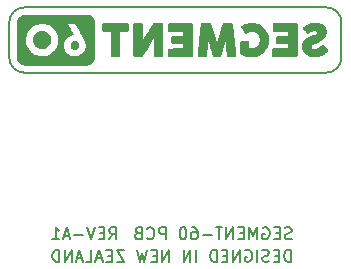
<source format=gbo>
G04 #@! TF.GenerationSoftware,KiCad,Pcbnew,6.0.0*
G04 #@! TF.CreationDate,2022-01-19T14:54:03+13:00*
G04 #@! TF.ProjectId,segment_60_PCB,7365676d-656e-4745-9f36-305f5043422e,1.0.0*
G04 #@! TF.SameCoordinates,Original*
G04 #@! TF.FileFunction,Legend,Bot*
G04 #@! TF.FilePolarity,Positive*
%FSLAX46Y46*%
G04 Gerber Fmt 4.6, Leading zero omitted, Abs format (unit mm)*
G04 Created by KiCad (PCBNEW 6.0.0) date 2022-01-19 14:54:03*
%MOMM*%
%LPD*%
G01*
G04 APERTURE LIST*
G04 Aperture macros list*
%AMRoundRect*
0 Rectangle with rounded corners*
0 $1 Rounding radius*
0 $2 $3 $4 $5 $6 $7 $8 $9 X,Y pos of 4 corners*
0 Add a 4 corners polygon primitive as box body*
4,1,4,$2,$3,$4,$5,$6,$7,$8,$9,$2,$3,0*
0 Add four circle primitives for the rounded corners*
1,1,$1+$1,$2,$3*
1,1,$1+$1,$4,$5*
1,1,$1+$1,$6,$7*
1,1,$1+$1,$8,$9*
0 Add four rect primitives between the rounded corners*
20,1,$1+$1,$2,$3,$4,$5,0*
20,1,$1+$1,$4,$5,$6,$7,0*
20,1,$1+$1,$6,$7,$8,$9,0*
20,1,$1+$1,$8,$9,$2,$3,0*%
%AMHorizOval*
0 Thick line with rounded ends*
0 $1 width*
0 $2 $3 position (X,Y) of the first rounded end (center of the circle)*
0 $4 $5 position (X,Y) of the second rounded end (center of the circle)*
0 Add line between two ends*
20,1,$1,$2,$3,$4,$5,0*
0 Add two circle primitives to create the rounded ends*
1,1,$1,$2,$3*
1,1,$1,$4,$5*%
G04 Aperture macros list end*
%ADD10C,0.150000*%
%ADD11C,0.010000*%
%ADD12C,1.800000*%
%ADD13C,4.100000*%
%ADD14C,2.300000*%
%ADD15C,3.150000*%
%ADD16O,3.546250X1.800000*%
%ADD17O,2.435000X1.800000*%
%ADD18O,3.540000X1.800000*%
%ADD19RoundRect,0.299900X0.600100X-0.600100X0.600100X0.600100X-0.600100X0.600100X-0.600100X-0.600100X0*%
%ADD20C,2.500000*%
%ADD21HorizOval,2.500000X0.000000X0.000000X0.000000X0.000000X0*%
%ADD22C,1.700000*%
%ADD23O,1.700000X1.700000*%
%ADD24HorizOval,1.700000X0.000000X0.000000X0.000000X0.000000X0*%
%ADD25HorizOval,1.700000X0.000000X0.000000X0.000000X0.000000X0*%
%ADD26HorizOval,1.700000X0.000000X0.000000X0.000000X0.000000X0*%
%ADD27HorizOval,1.700000X0.000000X0.000000X0.000000X0.000000X0*%
%ADD28C,2.100000*%
%ADD29C,1.600000*%
%ADD30C,1.900000*%
%ADD31C,3.300000*%
%ADD32C,6.500000*%
%ADD33HorizOval,4.100000X1.187675X-0.642174X-1.187675X0.642174X0*%
%ADD34HorizOval,4.100000X0.642174X-1.187675X-0.642174X1.187675X0*%
%ADD35C,3.149999*%
G04 APERTURE END LIST*
D10*
X205295500Y-202501500D02*
G75*
G03*
X206565500Y-203771500I1269999J-1D01*
G01*
X205295500Y-202501500D02*
X205295500Y-199517000D01*
X232156000Y-203771500D02*
G75*
G03*
X233426000Y-202501500I1J1269999D01*
G01*
X233426000Y-199517000D02*
X233426000Y-202501500D01*
X233426000Y-199517000D02*
G75*
G03*
X232156000Y-198247000I-1269999J1D01*
G01*
X232156000Y-203771500D02*
X206565500Y-203771500D01*
X206565500Y-198247000D02*
X232156000Y-198247000D01*
X206565500Y-198247000D02*
G75*
G03*
X205295500Y-199517000I-1J-1269999D01*
G01*
X213765476Y-217876380D02*
X214098809Y-217400190D01*
X214336904Y-217876380D02*
X214336904Y-216876380D01*
X213955952Y-216876380D01*
X213860714Y-216924000D01*
X213813095Y-216971619D01*
X213765476Y-217066857D01*
X213765476Y-217209714D01*
X213813095Y-217304952D01*
X213860714Y-217352571D01*
X213955952Y-217400190D01*
X214336904Y-217400190D01*
X213336904Y-217352571D02*
X213003571Y-217352571D01*
X212860714Y-217876380D02*
X213336904Y-217876380D01*
X213336904Y-216876380D01*
X212860714Y-216876380D01*
X212574999Y-216876380D02*
X212241666Y-217876380D01*
X211908333Y-216876380D01*
X211574999Y-217495428D02*
X210813095Y-217495428D01*
X210384523Y-217590666D02*
X209908333Y-217590666D01*
X210479761Y-217876380D02*
X210146428Y-216876380D01*
X209813095Y-217876380D01*
X208955952Y-217876380D02*
X209527380Y-217876380D01*
X209241666Y-217876380D02*
X209241666Y-216876380D01*
X209336904Y-217019238D01*
X209432142Y-217114476D01*
X209527380Y-217162095D01*
X229146428Y-219781380D02*
X229146428Y-218781380D01*
X228908333Y-218781380D01*
X228765476Y-218829000D01*
X228670238Y-218924238D01*
X228622619Y-219019476D01*
X228575000Y-219209952D01*
X228575000Y-219352809D01*
X228622619Y-219543285D01*
X228670238Y-219638523D01*
X228765476Y-219733761D01*
X228908333Y-219781380D01*
X229146428Y-219781380D01*
X228146428Y-219257571D02*
X227813095Y-219257571D01*
X227670238Y-219781380D02*
X228146428Y-219781380D01*
X228146428Y-218781380D01*
X227670238Y-218781380D01*
X227289285Y-219733761D02*
X227146428Y-219781380D01*
X226908333Y-219781380D01*
X226813095Y-219733761D01*
X226765476Y-219686142D01*
X226717857Y-219590904D01*
X226717857Y-219495666D01*
X226765476Y-219400428D01*
X226813095Y-219352809D01*
X226908333Y-219305190D01*
X227098809Y-219257571D01*
X227194047Y-219209952D01*
X227241666Y-219162333D01*
X227289285Y-219067095D01*
X227289285Y-218971857D01*
X227241666Y-218876619D01*
X227194047Y-218829000D01*
X227098809Y-218781380D01*
X226860714Y-218781380D01*
X226717857Y-218829000D01*
X226289285Y-219781380D02*
X226289285Y-218781380D01*
X225289285Y-218829000D02*
X225384523Y-218781380D01*
X225527380Y-218781380D01*
X225670238Y-218829000D01*
X225765476Y-218924238D01*
X225813095Y-219019476D01*
X225860714Y-219209952D01*
X225860714Y-219352809D01*
X225813095Y-219543285D01*
X225765476Y-219638523D01*
X225670238Y-219733761D01*
X225527380Y-219781380D01*
X225432142Y-219781380D01*
X225289285Y-219733761D01*
X225241666Y-219686142D01*
X225241666Y-219352809D01*
X225432142Y-219352809D01*
X224813095Y-219781380D02*
X224813095Y-218781380D01*
X224241666Y-219781380D01*
X224241666Y-218781380D01*
X223765476Y-219257571D02*
X223432142Y-219257571D01*
X223289285Y-219781380D02*
X223765476Y-219781380D01*
X223765476Y-218781380D01*
X223289285Y-218781380D01*
X222860714Y-219781380D02*
X222860714Y-218781380D01*
X222622619Y-218781380D01*
X222479761Y-218829000D01*
X222384523Y-218924238D01*
X222336904Y-219019476D01*
X222289285Y-219209952D01*
X222289285Y-219352809D01*
X222336904Y-219543285D01*
X222384523Y-219638523D01*
X222479761Y-219733761D01*
X222622619Y-219781380D01*
X222860714Y-219781380D01*
X221098809Y-219781380D02*
X221098809Y-218781380D01*
X220622619Y-219781380D02*
X220622619Y-218781380D01*
X220051190Y-219781380D01*
X220051190Y-218781380D01*
X218813095Y-219781380D02*
X218813095Y-218781380D01*
X218241666Y-219781380D01*
X218241666Y-218781380D01*
X217765476Y-219257571D02*
X217432142Y-219257571D01*
X217289285Y-219781380D02*
X217765476Y-219781380D01*
X217765476Y-218781380D01*
X217289285Y-218781380D01*
X216955952Y-218781380D02*
X216717857Y-219781380D01*
X216527380Y-219067095D01*
X216336904Y-219781380D01*
X216098809Y-218781380D01*
X215051190Y-218781380D02*
X214384523Y-218781380D01*
X215051190Y-219781380D01*
X214384523Y-219781380D01*
X214003571Y-219257571D02*
X213670238Y-219257571D01*
X213527380Y-219781380D02*
X214003571Y-219781380D01*
X214003571Y-218781380D01*
X213527380Y-218781380D01*
X213146428Y-219495666D02*
X212670238Y-219495666D01*
X213241666Y-219781380D02*
X212908333Y-218781380D01*
X212575000Y-219781380D01*
X211765476Y-219781380D02*
X212241666Y-219781380D01*
X212241666Y-218781380D01*
X211479761Y-219495666D02*
X211003571Y-219495666D01*
X211575000Y-219781380D02*
X211241666Y-218781380D01*
X210908333Y-219781380D01*
X210575000Y-219781380D02*
X210575000Y-218781380D01*
X210003571Y-219781380D01*
X210003571Y-218781380D01*
X209527380Y-219781380D02*
X209527380Y-218781380D01*
X209289285Y-218781380D01*
X209146428Y-218829000D01*
X209051190Y-218924238D01*
X209003571Y-219019476D01*
X208955952Y-219209952D01*
X208955952Y-219352809D01*
X209003571Y-219543285D01*
X209051190Y-219638523D01*
X209146428Y-219733761D01*
X209289285Y-219781380D01*
X209527380Y-219781380D01*
X229194047Y-217828761D02*
X229051190Y-217876380D01*
X228813095Y-217876380D01*
X228717857Y-217828761D01*
X228670238Y-217781142D01*
X228622619Y-217685904D01*
X228622619Y-217590666D01*
X228670238Y-217495428D01*
X228717857Y-217447809D01*
X228813095Y-217400190D01*
X229003571Y-217352571D01*
X229098809Y-217304952D01*
X229146428Y-217257333D01*
X229194047Y-217162095D01*
X229194047Y-217066857D01*
X229146428Y-216971619D01*
X229098809Y-216924000D01*
X229003571Y-216876380D01*
X228765476Y-216876380D01*
X228622619Y-216924000D01*
X228194047Y-217352571D02*
X227860714Y-217352571D01*
X227717857Y-217876380D02*
X228194047Y-217876380D01*
X228194047Y-216876380D01*
X227717857Y-216876380D01*
X226765476Y-216924000D02*
X226860714Y-216876380D01*
X227003571Y-216876380D01*
X227146428Y-216924000D01*
X227241666Y-217019238D01*
X227289285Y-217114476D01*
X227336904Y-217304952D01*
X227336904Y-217447809D01*
X227289285Y-217638285D01*
X227241666Y-217733523D01*
X227146428Y-217828761D01*
X227003571Y-217876380D01*
X226908333Y-217876380D01*
X226765476Y-217828761D01*
X226717857Y-217781142D01*
X226717857Y-217447809D01*
X226908333Y-217447809D01*
X226289285Y-217876380D02*
X226289285Y-216876380D01*
X225955952Y-217590666D01*
X225622619Y-216876380D01*
X225622619Y-217876380D01*
X225146428Y-217352571D02*
X224813095Y-217352571D01*
X224670238Y-217876380D02*
X225146428Y-217876380D01*
X225146428Y-216876380D01*
X224670238Y-216876380D01*
X224241666Y-217876380D02*
X224241666Y-216876380D01*
X223670238Y-217876380D01*
X223670238Y-216876380D01*
X223336904Y-216876380D02*
X222765476Y-216876380D01*
X223051190Y-217876380D02*
X223051190Y-216876380D01*
X222432142Y-217495428D02*
X221670238Y-217495428D01*
X220765476Y-216876380D02*
X220955952Y-216876380D01*
X221051190Y-216924000D01*
X221098809Y-216971619D01*
X221194047Y-217114476D01*
X221241666Y-217304952D01*
X221241666Y-217685904D01*
X221194047Y-217781142D01*
X221146428Y-217828761D01*
X221051190Y-217876380D01*
X220860714Y-217876380D01*
X220765476Y-217828761D01*
X220717857Y-217781142D01*
X220670238Y-217685904D01*
X220670238Y-217447809D01*
X220717857Y-217352571D01*
X220765476Y-217304952D01*
X220860714Y-217257333D01*
X221051190Y-217257333D01*
X221146428Y-217304952D01*
X221194047Y-217352571D01*
X221241666Y-217447809D01*
X220051190Y-216876380D02*
X219955952Y-216876380D01*
X219860714Y-216924000D01*
X219813095Y-216971619D01*
X219765476Y-217066857D01*
X219717857Y-217257333D01*
X219717857Y-217495428D01*
X219765476Y-217685904D01*
X219813095Y-217781142D01*
X219860714Y-217828761D01*
X219955952Y-217876380D01*
X220051190Y-217876380D01*
X220146428Y-217828761D01*
X220194047Y-217781142D01*
X220241666Y-217685904D01*
X220289285Y-217495428D01*
X220289285Y-217257333D01*
X220241666Y-217066857D01*
X220194047Y-216971619D01*
X220146428Y-216924000D01*
X220051190Y-216876380D01*
X218527380Y-217876380D02*
X218527380Y-216876380D01*
X218146428Y-216876380D01*
X218051190Y-216924000D01*
X218003571Y-216971619D01*
X217955952Y-217066857D01*
X217955952Y-217209714D01*
X218003571Y-217304952D01*
X218051190Y-217352571D01*
X218146428Y-217400190D01*
X218527380Y-217400190D01*
X216955952Y-217781142D02*
X217003571Y-217828761D01*
X217146428Y-217876380D01*
X217241666Y-217876380D01*
X217384523Y-217828761D01*
X217479761Y-217733523D01*
X217527380Y-217638285D01*
X217575000Y-217447809D01*
X217575000Y-217304952D01*
X217527380Y-217114476D01*
X217479761Y-217019238D01*
X217384523Y-216924000D01*
X217241666Y-216876380D01*
X217146428Y-216876380D01*
X217003571Y-216924000D01*
X216955952Y-216971619D01*
X216194047Y-217352571D02*
X216051190Y-217400190D01*
X216003571Y-217447809D01*
X215955952Y-217543047D01*
X215955952Y-217685904D01*
X216003571Y-217781142D01*
X216051190Y-217828761D01*
X216146428Y-217876380D01*
X216527380Y-217876380D01*
X216527380Y-216876380D01*
X216194047Y-216876380D01*
X216098809Y-216924000D01*
X216051190Y-216971619D01*
X216003571Y-217066857D01*
X216003571Y-217162095D01*
X216051190Y-217257333D01*
X216098809Y-217304952D01*
X216194047Y-217352571D01*
X216527380Y-217352571D01*
D11*
X225580766Y-199578644D02*
X225417299Y-199613592D01*
X225417299Y-199613592D02*
X225349518Y-199634295D01*
X225349518Y-199634295D02*
X225273247Y-199662342D01*
X225273247Y-199662342D02*
X225198837Y-199694516D01*
X225198837Y-199694516D02*
X225128908Y-199729229D01*
X225128908Y-199729229D02*
X225066082Y-199764891D01*
X225066082Y-199764891D02*
X225012979Y-199799913D01*
X225012979Y-199799913D02*
X224972221Y-199832705D01*
X224972221Y-199832705D02*
X224946428Y-199861679D01*
X224946428Y-199861679D02*
X224938167Y-199883751D01*
X224938167Y-199883751D02*
X224944019Y-199897345D01*
X224944019Y-199897345D02*
X224960312Y-199925360D01*
X224960312Y-199925360D02*
X224985151Y-199965020D01*
X224985151Y-199965020D02*
X225016640Y-200013545D01*
X225016640Y-200013545D02*
X225052883Y-200068157D01*
X225052883Y-200068157D02*
X225091987Y-200126079D01*
X225091987Y-200126079D02*
X225132055Y-200184531D01*
X225132055Y-200184531D02*
X225171192Y-200240736D01*
X225171192Y-200240736D02*
X225207503Y-200291915D01*
X225207503Y-200291915D02*
X225239093Y-200335291D01*
X225239093Y-200335291D02*
X225264066Y-200368084D01*
X225264066Y-200368084D02*
X225280528Y-200387517D01*
X225280528Y-200387517D02*
X225284002Y-200390705D01*
X225284002Y-200390705D02*
X225309484Y-200403364D01*
X225309484Y-200403364D02*
X225337851Y-200402064D01*
X225337851Y-200402064D02*
X225373790Y-200386114D01*
X225373790Y-200386114D02*
X225392635Y-200374645D01*
X225392635Y-200374645D02*
X225482654Y-200325165D01*
X225482654Y-200325165D02*
X225580056Y-200285979D01*
X225580056Y-200285979D02*
X225660518Y-200264000D01*
X225660518Y-200264000D02*
X225779084Y-200249427D01*
X225779084Y-200249427D02*
X225893406Y-200254457D01*
X225893406Y-200254457D02*
X226002072Y-200277716D01*
X226002072Y-200277716D02*
X226103673Y-200317832D01*
X226103673Y-200317832D02*
X226196801Y-200373432D01*
X226196801Y-200373432D02*
X226280043Y-200443142D01*
X226280043Y-200443142D02*
X226351992Y-200525589D01*
X226351992Y-200525589D02*
X226411237Y-200619400D01*
X226411237Y-200619400D02*
X226456369Y-200723201D01*
X226456369Y-200723201D02*
X226485978Y-200835621D01*
X226485978Y-200835621D02*
X226498653Y-200955286D01*
X226498653Y-200955286D02*
X226493611Y-201075449D01*
X226493611Y-201075449D02*
X226476798Y-201167131D01*
X226476798Y-201167131D02*
X226448171Y-201261155D01*
X226448171Y-201261155D02*
X226410615Y-201349369D01*
X226410615Y-201349369D02*
X226374021Y-201413401D01*
X226374021Y-201413401D02*
X226307381Y-201496111D01*
X226307381Y-201496111D02*
X226225112Y-201569911D01*
X226225112Y-201569911D02*
X226131976Y-201631488D01*
X226131976Y-201631488D02*
X226032735Y-201677529D01*
X226032735Y-201677529D02*
X225964750Y-201698142D01*
X225964750Y-201698142D02*
X225907595Y-201707022D01*
X225907595Y-201707022D02*
X225836510Y-201711047D01*
X225836510Y-201711047D02*
X225758170Y-201710220D01*
X225758170Y-201710220D02*
X225679247Y-201704545D01*
X225679247Y-201704545D02*
X225628730Y-201697933D01*
X225628730Y-201697933D02*
X225541417Y-201683996D01*
X225541417Y-201683996D02*
X225541417Y-201427425D01*
X225541417Y-201427425D02*
X225541330Y-201346884D01*
X225541330Y-201346884D02*
X225540927Y-201284745D01*
X225540927Y-201284745D02*
X225539995Y-201238243D01*
X225539995Y-201238243D02*
X225538320Y-201204615D01*
X225538320Y-201204615D02*
X225535690Y-201181095D01*
X225535690Y-201181095D02*
X225531891Y-201164920D01*
X225531891Y-201164920D02*
X225526709Y-201153324D01*
X225526709Y-201153324D02*
X225519933Y-201143545D01*
X225519933Y-201143545D02*
X225519482Y-201142969D01*
X225519482Y-201142969D02*
X225497548Y-201115084D01*
X225497548Y-201115084D02*
X224918181Y-201115084D01*
X224918181Y-201115084D02*
X224888486Y-201140618D01*
X224888486Y-201140618D02*
X224858792Y-201166153D01*
X224858792Y-201166153D02*
X224856129Y-201635389D01*
X224856129Y-201635389D02*
X224855594Y-201754594D01*
X224855594Y-201754594D02*
X224855480Y-201854200D01*
X224855480Y-201854200D02*
X224855821Y-201935773D01*
X224855821Y-201935773D02*
X224856650Y-202000879D01*
X224856650Y-202000879D02*
X224858003Y-202051083D01*
X224858003Y-202051083D02*
X224859911Y-202087949D01*
X224859911Y-202087949D02*
X224862410Y-202113042D01*
X224862410Y-202113042D02*
X224865532Y-202127929D01*
X224865532Y-202127929D02*
X224866812Y-202131084D01*
X224866812Y-202131084D02*
X224889500Y-202158876D01*
X224889500Y-202158876D02*
X224929655Y-202190032D01*
X224929655Y-202190032D02*
X224984150Y-202223021D01*
X224984150Y-202223021D02*
X225049858Y-202256315D01*
X225049858Y-202256315D02*
X225123651Y-202288385D01*
X225123651Y-202288385D02*
X225202403Y-202317703D01*
X225202403Y-202317703D02*
X225282987Y-202342740D01*
X225282987Y-202342740D02*
X225319167Y-202352240D01*
X225319167Y-202352240D02*
X225424993Y-202374043D01*
X225424993Y-202374043D02*
X225540716Y-202390437D01*
X225540716Y-202390437D02*
X225660948Y-202401145D01*
X225660948Y-202401145D02*
X225780301Y-202405895D01*
X225780301Y-202405895D02*
X225893386Y-202404410D01*
X225893386Y-202404410D02*
X225994815Y-202396417D01*
X225994815Y-202396417D02*
X226043545Y-202389171D01*
X226043545Y-202389171D02*
X226205951Y-202349276D01*
X226205951Y-202349276D02*
X226362283Y-202290014D01*
X226362283Y-202290014D02*
X226510781Y-202212745D01*
X226510781Y-202212745D02*
X226649682Y-202118823D01*
X226649682Y-202118823D02*
X226777224Y-202009608D01*
X226777224Y-202009608D02*
X226891647Y-201886456D01*
X226891647Y-201886456D02*
X226991187Y-201750724D01*
X226991187Y-201750724D02*
X227074084Y-201603770D01*
X227074084Y-201603770D02*
X227080556Y-201590277D01*
X227080556Y-201590277D02*
X227141297Y-201440567D01*
X227141297Y-201440567D02*
X227182849Y-201287765D01*
X227182849Y-201287765D02*
X227205770Y-201129042D01*
X227205770Y-201129042D02*
X227210618Y-200961569D01*
X227210618Y-200961569D02*
X227209808Y-200935167D01*
X227209808Y-200935167D02*
X227198637Y-200791037D01*
X227198637Y-200791037D02*
X227175696Y-200659050D01*
X227175696Y-200659050D02*
X227139412Y-200532800D01*
X227139412Y-200532800D02*
X227088212Y-200405882D01*
X227088212Y-200405882D02*
X227070798Y-200368959D01*
X227070798Y-200368959D02*
X226987456Y-200220397D01*
X226987456Y-200220397D02*
X226888983Y-200085169D01*
X226888983Y-200085169D02*
X226776948Y-199963944D01*
X226776948Y-199963944D02*
X226652920Y-199857392D01*
X226652920Y-199857392D02*
X226518469Y-199766183D01*
X226518469Y-199766183D02*
X226375164Y-199690986D01*
X226375164Y-199690986D02*
X226224574Y-199632473D01*
X226224574Y-199632473D02*
X226068270Y-199591312D01*
X226068270Y-199591312D02*
X225907821Y-199568174D01*
X225907821Y-199568174D02*
X225744797Y-199563728D01*
X225744797Y-199563728D02*
X225580766Y-199578644D01*
X225580766Y-199578644D02*
X225580766Y-199578644D01*
G36*
X225907821Y-199568174D02*
G01*
X226068270Y-199591312D01*
X226224574Y-199632473D01*
X226375164Y-199690986D01*
X226518469Y-199766183D01*
X226652920Y-199857392D01*
X226776948Y-199963944D01*
X226888983Y-200085169D01*
X226987456Y-200220397D01*
X227070798Y-200368959D01*
X227088212Y-200405882D01*
X227139412Y-200532800D01*
X227175696Y-200659050D01*
X227198637Y-200791037D01*
X227209808Y-200935167D01*
X227210618Y-200961569D01*
X227205770Y-201129042D01*
X227182849Y-201287765D01*
X227141297Y-201440567D01*
X227080556Y-201590277D01*
X227074084Y-201603770D01*
X226991187Y-201750724D01*
X226891647Y-201886456D01*
X226777224Y-202009608D01*
X226649682Y-202118823D01*
X226510781Y-202212745D01*
X226362283Y-202290014D01*
X226205951Y-202349276D01*
X226043545Y-202389171D01*
X225994815Y-202396417D01*
X225893386Y-202404410D01*
X225780301Y-202405895D01*
X225660948Y-202401145D01*
X225540716Y-202390437D01*
X225424993Y-202374043D01*
X225319167Y-202352240D01*
X225282987Y-202342740D01*
X225202403Y-202317703D01*
X225123651Y-202288385D01*
X225049858Y-202256315D01*
X224984150Y-202223021D01*
X224929655Y-202190032D01*
X224889500Y-202158876D01*
X224866812Y-202131084D01*
X224865532Y-202127929D01*
X224862410Y-202113042D01*
X224859911Y-202087949D01*
X224858003Y-202051083D01*
X224856650Y-202000879D01*
X224855821Y-201935773D01*
X224855480Y-201854200D01*
X224855594Y-201754594D01*
X224856129Y-201635389D01*
X224858792Y-201166153D01*
X224888486Y-201140618D01*
X224918181Y-201115084D01*
X225497548Y-201115084D01*
X225519482Y-201142969D01*
X225519933Y-201143545D01*
X225526709Y-201153324D01*
X225531891Y-201164920D01*
X225535690Y-201181095D01*
X225538320Y-201204615D01*
X225539995Y-201238243D01*
X225540927Y-201284745D01*
X225541330Y-201346884D01*
X225541417Y-201427425D01*
X225541417Y-201683996D01*
X225628730Y-201697933D01*
X225679247Y-201704545D01*
X225758170Y-201710220D01*
X225836510Y-201711047D01*
X225907595Y-201707022D01*
X225964750Y-201698142D01*
X226032735Y-201677529D01*
X226131976Y-201631488D01*
X226225112Y-201569911D01*
X226307381Y-201496111D01*
X226374021Y-201413401D01*
X226410615Y-201349369D01*
X226448171Y-201261155D01*
X226476798Y-201167131D01*
X226493611Y-201075449D01*
X226498653Y-200955286D01*
X226485978Y-200835621D01*
X226456369Y-200723201D01*
X226411237Y-200619400D01*
X226351992Y-200525589D01*
X226280043Y-200443142D01*
X226196801Y-200373432D01*
X226103673Y-200317832D01*
X226002072Y-200277716D01*
X225893406Y-200254457D01*
X225779084Y-200249427D01*
X225660518Y-200264000D01*
X225580056Y-200285979D01*
X225482654Y-200325165D01*
X225392635Y-200374645D01*
X225373790Y-200386114D01*
X225337851Y-200402064D01*
X225309484Y-200403364D01*
X225284002Y-200390705D01*
X225280528Y-200387517D01*
X225264066Y-200368084D01*
X225239093Y-200335291D01*
X225207503Y-200291915D01*
X225171192Y-200240736D01*
X225132055Y-200184531D01*
X225091987Y-200126079D01*
X225052883Y-200068157D01*
X225016640Y-200013545D01*
X224985151Y-199965020D01*
X224960312Y-199925360D01*
X224944019Y-199897345D01*
X224938167Y-199883751D01*
X224946428Y-199861679D01*
X224972221Y-199832705D01*
X225012979Y-199799913D01*
X225066082Y-199764891D01*
X225128908Y-199729229D01*
X225198837Y-199694516D01*
X225273247Y-199662342D01*
X225349518Y-199634295D01*
X225417299Y-199613592D01*
X225580766Y-199578644D01*
X225744797Y-199563728D01*
X225907821Y-199568174D01*
G37*
X225907821Y-199568174D02*
X226068270Y-199591312D01*
X226224574Y-199632473D01*
X226375164Y-199690986D01*
X226518469Y-199766183D01*
X226652920Y-199857392D01*
X226776948Y-199963944D01*
X226888983Y-200085169D01*
X226987456Y-200220397D01*
X227070798Y-200368959D01*
X227088212Y-200405882D01*
X227139412Y-200532800D01*
X227175696Y-200659050D01*
X227198637Y-200791037D01*
X227209808Y-200935167D01*
X227210618Y-200961569D01*
X227205770Y-201129042D01*
X227182849Y-201287765D01*
X227141297Y-201440567D01*
X227080556Y-201590277D01*
X227074084Y-201603770D01*
X226991187Y-201750724D01*
X226891647Y-201886456D01*
X226777224Y-202009608D01*
X226649682Y-202118823D01*
X226510781Y-202212745D01*
X226362283Y-202290014D01*
X226205951Y-202349276D01*
X226043545Y-202389171D01*
X225994815Y-202396417D01*
X225893386Y-202404410D01*
X225780301Y-202405895D01*
X225660948Y-202401145D01*
X225540716Y-202390437D01*
X225424993Y-202374043D01*
X225319167Y-202352240D01*
X225282987Y-202342740D01*
X225202403Y-202317703D01*
X225123651Y-202288385D01*
X225049858Y-202256315D01*
X224984150Y-202223021D01*
X224929655Y-202190032D01*
X224889500Y-202158876D01*
X224866812Y-202131084D01*
X224865532Y-202127929D01*
X224862410Y-202113042D01*
X224859911Y-202087949D01*
X224858003Y-202051083D01*
X224856650Y-202000879D01*
X224855821Y-201935773D01*
X224855480Y-201854200D01*
X224855594Y-201754594D01*
X224856129Y-201635389D01*
X224858792Y-201166153D01*
X224888486Y-201140618D01*
X224918181Y-201115084D01*
X225497548Y-201115084D01*
X225519482Y-201142969D01*
X225519933Y-201143545D01*
X225526709Y-201153324D01*
X225531891Y-201164920D01*
X225535690Y-201181095D01*
X225538320Y-201204615D01*
X225539995Y-201238243D01*
X225540927Y-201284745D01*
X225541330Y-201346884D01*
X225541417Y-201427425D01*
X225541417Y-201683996D01*
X225628730Y-201697933D01*
X225679247Y-201704545D01*
X225758170Y-201710220D01*
X225836510Y-201711047D01*
X225907595Y-201707022D01*
X225964750Y-201698142D01*
X226032735Y-201677529D01*
X226131976Y-201631488D01*
X226225112Y-201569911D01*
X226307381Y-201496111D01*
X226374021Y-201413401D01*
X226410615Y-201349369D01*
X226448171Y-201261155D01*
X226476798Y-201167131D01*
X226493611Y-201075449D01*
X226498653Y-200955286D01*
X226485978Y-200835621D01*
X226456369Y-200723201D01*
X226411237Y-200619400D01*
X226351992Y-200525589D01*
X226280043Y-200443142D01*
X226196801Y-200373432D01*
X226103673Y-200317832D01*
X226002072Y-200277716D01*
X225893406Y-200254457D01*
X225779084Y-200249427D01*
X225660518Y-200264000D01*
X225580056Y-200285979D01*
X225482654Y-200325165D01*
X225392635Y-200374645D01*
X225373790Y-200386114D01*
X225337851Y-200402064D01*
X225309484Y-200403364D01*
X225284002Y-200390705D01*
X225280528Y-200387517D01*
X225264066Y-200368084D01*
X225239093Y-200335291D01*
X225207503Y-200291915D01*
X225171192Y-200240736D01*
X225132055Y-200184531D01*
X225091987Y-200126079D01*
X225052883Y-200068157D01*
X225016640Y-200013545D01*
X224985151Y-199965020D01*
X224960312Y-199925360D01*
X224944019Y-199897345D01*
X224938167Y-199883751D01*
X224946428Y-199861679D01*
X224972221Y-199832705D01*
X225012979Y-199799913D01*
X225066082Y-199764891D01*
X225128908Y-199729229D01*
X225198837Y-199694516D01*
X225273247Y-199662342D01*
X225349518Y-199634295D01*
X225417299Y-199613592D01*
X225580766Y-199578644D01*
X225744797Y-199563728D01*
X225907821Y-199568174D01*
X207488973Y-198862148D02*
X207347448Y-198862229D01*
X207347448Y-198862229D02*
X207220006Y-198862380D01*
X207220006Y-198862380D02*
X207105859Y-198862607D01*
X207105859Y-198862607D02*
X207004220Y-198862914D01*
X207004220Y-198862914D02*
X206914302Y-198863308D01*
X206914302Y-198863308D02*
X206835317Y-198863794D01*
X206835317Y-198863794D02*
X206766479Y-198864377D01*
X206766479Y-198864377D02*
X206707001Y-198865062D01*
X206707001Y-198865062D02*
X206656094Y-198865856D01*
X206656094Y-198865856D02*
X206612973Y-198866763D01*
X206612973Y-198866763D02*
X206576850Y-198867788D01*
X206576850Y-198867788D02*
X206546938Y-198868938D01*
X206546938Y-198868938D02*
X206522449Y-198870217D01*
X206522449Y-198870217D02*
X206502597Y-198871631D01*
X206502597Y-198871631D02*
X206486594Y-198873185D01*
X206486594Y-198873185D02*
X206473653Y-198874885D01*
X206473653Y-198874885D02*
X206462988Y-198876737D01*
X206462988Y-198876737D02*
X206453810Y-198878744D01*
X206453810Y-198878744D02*
X206445334Y-198880914D01*
X206445334Y-198880914D02*
X206439652Y-198882462D01*
X206439652Y-198882462D02*
X206339306Y-198917110D01*
X206339306Y-198917110D02*
X206250930Y-198963946D01*
X206250930Y-198963946D02*
X206168606Y-199026442D01*
X206168606Y-199026442D02*
X206125796Y-199066712D01*
X206125796Y-199066712D02*
X206052345Y-199150070D01*
X206052345Y-199150070D02*
X205996995Y-199236579D01*
X205996995Y-199236579D02*
X205956772Y-199331366D01*
X205956772Y-199331366D02*
X205940787Y-199385867D01*
X205940787Y-199385867D02*
X205937902Y-199397632D01*
X205937902Y-199397632D02*
X205935295Y-199409951D01*
X205935295Y-199409951D02*
X205932953Y-199423905D01*
X205932953Y-199423905D02*
X205930861Y-199440573D01*
X205930861Y-199440573D02*
X205929006Y-199461035D01*
X205929006Y-199461035D02*
X205927373Y-199486370D01*
X205927373Y-199486370D02*
X205925948Y-199517658D01*
X205925948Y-199517658D02*
X205924717Y-199555978D01*
X205924717Y-199555978D02*
X205923665Y-199602411D01*
X205923665Y-199602411D02*
X205922780Y-199658034D01*
X205922780Y-199658034D02*
X205922046Y-199723929D01*
X205922046Y-199723929D02*
X205921449Y-199801175D01*
X205921449Y-199801175D02*
X205920975Y-199890851D01*
X205920975Y-199890851D02*
X205920610Y-199994037D01*
X205920610Y-199994037D02*
X205920340Y-200111812D01*
X205920340Y-200111812D02*
X205920151Y-200245256D01*
X205920151Y-200245256D02*
X205920028Y-200395449D01*
X205920028Y-200395449D02*
X205919958Y-200563469D01*
X205919958Y-200563469D02*
X205919925Y-200750398D01*
X205919925Y-200750398D02*
X205919917Y-200957313D01*
X205919917Y-200957313D02*
X205919917Y-200977500D01*
X205919917Y-200977500D02*
X205919924Y-201186319D01*
X205919924Y-201186319D02*
X205919953Y-201375051D01*
X205919953Y-201375051D02*
X205920019Y-201544775D01*
X205920019Y-201544775D02*
X205920137Y-201696572D01*
X205920137Y-201696572D02*
X205920319Y-201831520D01*
X205920319Y-201831520D02*
X205920581Y-201950699D01*
X205920581Y-201950699D02*
X205920937Y-202055189D01*
X205920937Y-202055189D02*
X205921400Y-202146069D01*
X205921400Y-202146069D02*
X205921985Y-202224419D01*
X205921985Y-202224419D02*
X205922706Y-202291318D01*
X205922706Y-202291318D02*
X205923577Y-202347847D01*
X205923577Y-202347847D02*
X205924612Y-202395084D01*
X205924612Y-202395084D02*
X205925826Y-202434110D01*
X205925826Y-202434110D02*
X205927232Y-202466003D01*
X205927232Y-202466003D02*
X205928846Y-202491843D01*
X205928846Y-202491843D02*
X205930680Y-202512710D01*
X205930680Y-202512710D02*
X205932749Y-202529684D01*
X205932749Y-202529684D02*
X205935067Y-202543844D01*
X205935067Y-202543844D02*
X205937649Y-202556269D01*
X205937649Y-202556269D02*
X205940508Y-202568039D01*
X205940508Y-202568039D02*
X205940787Y-202569133D01*
X205940787Y-202569133D02*
X205974160Y-202670182D01*
X205974160Y-202670182D02*
X206020831Y-202759888D01*
X206020831Y-202759888D02*
X206083859Y-202843528D01*
X206083859Y-202843528D02*
X206125692Y-202887948D01*
X206125692Y-202887948D02*
X206210615Y-202962305D01*
X206210615Y-202962305D02*
X206298754Y-203018306D01*
X206298754Y-203018306D02*
X206394854Y-203058703D01*
X206394854Y-203058703D02*
X206444951Y-203073297D01*
X206444951Y-203073297D02*
X206453833Y-203075488D01*
X206453833Y-203075488D02*
X206463232Y-203077520D01*
X206463232Y-203077520D02*
X206473940Y-203079398D01*
X206473940Y-203079398D02*
X206486748Y-203081128D01*
X206486748Y-203081128D02*
X206502448Y-203082715D01*
X206502448Y-203082715D02*
X206521833Y-203084165D01*
X206521833Y-203084165D02*
X206545693Y-203085484D01*
X206545693Y-203085484D02*
X206574821Y-203086677D01*
X206574821Y-203086677D02*
X206610009Y-203087750D01*
X206610009Y-203087750D02*
X206652048Y-203088708D01*
X206652048Y-203088708D02*
X206701730Y-203089558D01*
X206701730Y-203089558D02*
X206759848Y-203090304D01*
X206759848Y-203090304D02*
X206827192Y-203090953D01*
X206827192Y-203090953D02*
X206904555Y-203091510D01*
X206904555Y-203091510D02*
X206992729Y-203091981D01*
X206992729Y-203091981D02*
X207092506Y-203092371D01*
X207092506Y-203092371D02*
X207204676Y-203092686D01*
X207204676Y-203092686D02*
X207330033Y-203092932D01*
X207330033Y-203092932D02*
X207469368Y-203093113D01*
X207469368Y-203093113D02*
X207623472Y-203093237D01*
X207623472Y-203093237D02*
X207793139Y-203093308D01*
X207793139Y-203093308D02*
X207979159Y-203093333D01*
X207979159Y-203093333D02*
X208182324Y-203093316D01*
X208182324Y-203093316D02*
X208403426Y-203093264D01*
X208403426Y-203093264D02*
X208643258Y-203093181D01*
X208643258Y-203093181D02*
X208902610Y-203093075D01*
X208902610Y-203093075D02*
X209182275Y-203092950D01*
X209182275Y-203092950D02*
X209205089Y-203092939D01*
X209205089Y-203092939D02*
X209441976Y-203092813D01*
X209441976Y-203092813D02*
X209673418Y-203092655D01*
X209673418Y-203092655D02*
X209898516Y-203092467D01*
X209898516Y-203092467D02*
X210116369Y-203092252D01*
X210116369Y-203092252D02*
X210326077Y-203092010D01*
X210326077Y-203092010D02*
X210526741Y-203091744D01*
X210526741Y-203091744D02*
X210717460Y-203091456D01*
X210717460Y-203091456D02*
X210897334Y-203091148D01*
X210897334Y-203091148D02*
X211065464Y-203090822D01*
X211065464Y-203090822D02*
X211220948Y-203090479D01*
X211220948Y-203090479D02*
X211362888Y-203090121D01*
X211362888Y-203090121D02*
X211490382Y-203089751D01*
X211490382Y-203089751D02*
X211602532Y-203089371D01*
X211602532Y-203089371D02*
X211698437Y-203088982D01*
X211698437Y-203088982D02*
X211777196Y-203088585D01*
X211777196Y-203088585D02*
X211837910Y-203088184D01*
X211837910Y-203088184D02*
X211879679Y-203087780D01*
X211879679Y-203087780D02*
X211901603Y-203087375D01*
X211901603Y-203087375D02*
X211904792Y-203087186D01*
X211904792Y-203087186D02*
X211924720Y-203081660D01*
X211924720Y-203081660D02*
X211957980Y-203071205D01*
X211957980Y-203071205D02*
X211997938Y-203057917D01*
X211997938Y-203057917D02*
X212004539Y-203055658D01*
X212004539Y-203055658D02*
X212111502Y-203007960D01*
X212111502Y-203007960D02*
X212208684Y-202942660D01*
X212208684Y-202942660D02*
X212294209Y-202861796D01*
X212294209Y-202861796D02*
X212366199Y-202767401D01*
X212366199Y-202767401D02*
X212422777Y-202661512D01*
X212422777Y-202661512D02*
X212457066Y-202565000D01*
X212457066Y-202565000D02*
X212459722Y-202554671D01*
X212459722Y-202554671D02*
X212462123Y-202542930D01*
X212462123Y-202542930D02*
X212464280Y-202528710D01*
X212464280Y-202528710D02*
X212466208Y-202510947D01*
X212466208Y-202510947D02*
X212467918Y-202488577D01*
X212467918Y-202488577D02*
X212469425Y-202460533D01*
X212469425Y-202460533D02*
X212470739Y-202425752D01*
X212470739Y-202425752D02*
X212471876Y-202383168D01*
X212471876Y-202383168D02*
X212472847Y-202331716D01*
X212472847Y-202331716D02*
X212473665Y-202270332D01*
X212473665Y-202270332D02*
X212474344Y-202197949D01*
X212474344Y-202197949D02*
X212474895Y-202113505D01*
X212474895Y-202113505D02*
X212475333Y-202015932D01*
X212475333Y-202015932D02*
X212475670Y-201904167D01*
X212475670Y-201904167D02*
X212475918Y-201777144D01*
X212475918Y-201777144D02*
X212476092Y-201633798D01*
X212476092Y-201633798D02*
X212476203Y-201473066D01*
X212476203Y-201473066D02*
X212476232Y-201387096D01*
X212476232Y-201387096D02*
X211769406Y-201387096D01*
X211769406Y-201387096D02*
X211768012Y-201506218D01*
X211768012Y-201506218D02*
X211754177Y-201625955D01*
X211754177Y-201625955D02*
X211728636Y-201739892D01*
X211728636Y-201739892D02*
X211692826Y-201840042D01*
X211692826Y-201840042D02*
X211631814Y-201952329D01*
X211631814Y-201952329D02*
X211553236Y-202056033D01*
X211553236Y-202056033D02*
X211459694Y-202148997D01*
X211459694Y-202148997D02*
X211353791Y-202229061D01*
X211353791Y-202229061D02*
X211238127Y-202294067D01*
X211238127Y-202294067D02*
X211115306Y-202341855D01*
X211115306Y-202341855D02*
X211074000Y-202353391D01*
X211074000Y-202353391D02*
X211027643Y-202364881D01*
X211027643Y-202364881D02*
X210991511Y-202372841D01*
X210991511Y-202372841D02*
X210959582Y-202377968D01*
X210959582Y-202377968D02*
X210925831Y-202380963D01*
X210925831Y-202380963D02*
X210884235Y-202382526D01*
X210884235Y-202382526D02*
X210828768Y-202383356D01*
X210828768Y-202383356D02*
X210814709Y-202383503D01*
X210814709Y-202383503D02*
X210711227Y-202380900D01*
X210711227Y-202380900D02*
X210620549Y-202370399D01*
X210620549Y-202370399D02*
X210591430Y-202364935D01*
X210591430Y-202364935D02*
X210456500Y-202326861D01*
X210456500Y-202326861D02*
X210331414Y-202271222D01*
X210331414Y-202271222D02*
X210217448Y-202199567D01*
X210217448Y-202199567D02*
X210115876Y-202113445D01*
X210115876Y-202113445D02*
X210027974Y-202014403D01*
X210027974Y-202014403D02*
X209955015Y-201903991D01*
X209955015Y-201903991D02*
X209898277Y-201783758D01*
X209898277Y-201783758D02*
X209859032Y-201655252D01*
X209859032Y-201655252D02*
X209838557Y-201520021D01*
X209838557Y-201520021D02*
X209835750Y-201447081D01*
X209835750Y-201447081D02*
X209845951Y-201308162D01*
X209845951Y-201308162D02*
X209876360Y-201175245D01*
X209876360Y-201175245D02*
X209926692Y-201049045D01*
X209926692Y-201049045D02*
X209979595Y-200959244D01*
X209979595Y-200959244D02*
X209449123Y-200959244D01*
X209449123Y-200959244D02*
X209448212Y-201049549D01*
X209448212Y-201049549D02*
X209443692Y-201134799D01*
X209443692Y-201134799D02*
X209435565Y-201208728D01*
X209435565Y-201208728D02*
X209429885Y-201240758D01*
X209429885Y-201240758D02*
X209385117Y-201410943D01*
X209385117Y-201410943D02*
X209324929Y-201567436D01*
X209324929Y-201567436D02*
X209248399Y-201711972D01*
X209248399Y-201711972D02*
X209154602Y-201846283D01*
X209154602Y-201846283D02*
X209042614Y-201972103D01*
X209042614Y-201972103D02*
X209037083Y-201977641D01*
X209037083Y-201977641D02*
X208908029Y-202092460D01*
X208908029Y-202092460D02*
X208769566Y-202188804D01*
X208769566Y-202188804D02*
X208620965Y-202267021D01*
X208620965Y-202267021D02*
X208461495Y-202327459D01*
X208461495Y-202327459D02*
X208290425Y-202370467D01*
X208290425Y-202370467D02*
X208174167Y-202389050D01*
X208174167Y-202389050D02*
X208126496Y-202392271D01*
X208126496Y-202392271D02*
X208063856Y-202392460D01*
X208063856Y-202392460D02*
X207992171Y-202389962D01*
X207992171Y-202389962D02*
X207917367Y-202385120D01*
X207917367Y-202385120D02*
X207845371Y-202378278D01*
X207845371Y-202378278D02*
X207782108Y-202369780D01*
X207782108Y-202369780D02*
X207753652Y-202364623D01*
X207753652Y-202364623D02*
X207590746Y-202320609D01*
X207590746Y-202320609D02*
X207432842Y-202256948D01*
X207432842Y-202256948D02*
X207282584Y-202175029D01*
X207282584Y-202175029D02*
X207142614Y-202076240D01*
X207142614Y-202076240D02*
X207048478Y-201994292D01*
X207048478Y-201994292D02*
X206951189Y-201888913D01*
X206951189Y-201888913D02*
X206862580Y-201767253D01*
X206862580Y-201767253D02*
X206784692Y-201633132D01*
X206784692Y-201633132D02*
X206719560Y-201490367D01*
X206719560Y-201490367D02*
X206669224Y-201342775D01*
X206669224Y-201342775D02*
X206643173Y-201235091D01*
X206643173Y-201235091D02*
X206632901Y-201164671D01*
X206632901Y-201164671D02*
X206626546Y-201080716D01*
X206626546Y-201080716D02*
X206624107Y-200989746D01*
X206624107Y-200989746D02*
X206625580Y-200898283D01*
X206625580Y-200898283D02*
X206630964Y-200812847D01*
X206630964Y-200812847D02*
X206640255Y-200739958D01*
X206640255Y-200739958D02*
X206643386Y-200723500D01*
X206643386Y-200723500D02*
X206689789Y-200548528D01*
X206689789Y-200548528D02*
X206753911Y-200384560D01*
X206753911Y-200384560D02*
X206835462Y-200232146D01*
X206835462Y-200232146D02*
X206934155Y-200091835D01*
X206934155Y-200091835D02*
X207035325Y-199978435D01*
X207035325Y-199978435D02*
X207161833Y-199866072D01*
X207161833Y-199866072D02*
X207301778Y-199769792D01*
X207301778Y-199769792D02*
X207454350Y-199690021D01*
X207454350Y-199690021D02*
X207618740Y-199627186D01*
X207618740Y-199627186D02*
X207782584Y-199584100D01*
X207782584Y-199584100D02*
X207849012Y-199573980D01*
X207849012Y-199573980D02*
X207929835Y-199567592D01*
X207929835Y-199567592D02*
X208018615Y-199564946D01*
X208018615Y-199564946D02*
X208108909Y-199566048D01*
X208108909Y-199566048D02*
X208194279Y-199570907D01*
X208194279Y-199570907D02*
X208268284Y-199579529D01*
X208268284Y-199579529D02*
X208290584Y-199583492D01*
X208290584Y-199583492D02*
X208462306Y-199627995D01*
X208462306Y-199627995D02*
X208623827Y-199690522D01*
X208623827Y-199690522D02*
X208774160Y-199770089D01*
X208774160Y-199770089D02*
X208912319Y-199865710D01*
X208912319Y-199865710D02*
X209037315Y-199976401D01*
X209037315Y-199976401D02*
X209148162Y-200101176D01*
X209148162Y-200101176D02*
X209243873Y-200239051D01*
X209243873Y-200239051D02*
X209323461Y-200389042D01*
X209323461Y-200389042D02*
X209385938Y-200550162D01*
X209385938Y-200550162D02*
X209430163Y-200720644D01*
X209430163Y-200720644D02*
X209440101Y-200788527D01*
X209440101Y-200788527D02*
X209446420Y-200870148D01*
X209446420Y-200870148D02*
X209449123Y-200959244D01*
X209449123Y-200959244D02*
X209979595Y-200959244D01*
X209979595Y-200959244D02*
X209996660Y-200930278D01*
X209996660Y-200930278D02*
X210085978Y-200819658D01*
X210085978Y-200819658D02*
X210087999Y-200817492D01*
X210087999Y-200817492D02*
X210191260Y-200722387D01*
X210191260Y-200722387D02*
X210306750Y-200644175D01*
X210306750Y-200644175D02*
X210432726Y-200583845D01*
X210432726Y-200583845D02*
X210567449Y-200542388D01*
X210567449Y-200542388D02*
X210574810Y-200540734D01*
X210574810Y-200540734D02*
X210618495Y-200530936D01*
X210618495Y-200530936D02*
X210653694Y-200522738D01*
X210653694Y-200522738D02*
X210675785Y-200517232D01*
X210675785Y-200517232D02*
X210680907Y-200515627D01*
X210680907Y-200515627D02*
X210681865Y-200515106D01*
X210681865Y-200515106D02*
X210682222Y-200513879D01*
X210682222Y-200513879D02*
X210681156Y-200510464D01*
X210681156Y-200510464D02*
X210677847Y-200503382D01*
X210677847Y-200503382D02*
X210671472Y-200491152D01*
X210671472Y-200491152D02*
X210661211Y-200472294D01*
X210661211Y-200472294D02*
X210646241Y-200445328D01*
X210646241Y-200445328D02*
X210625742Y-200408774D01*
X210625742Y-200408774D02*
X210598891Y-200361152D01*
X210598891Y-200361152D02*
X210564868Y-200300981D01*
X210564868Y-200300981D02*
X210522850Y-200226782D01*
X210522850Y-200226782D02*
X210472017Y-200137073D01*
X210472017Y-200137073D02*
X210413798Y-200034349D01*
X210413798Y-200034349D02*
X210368191Y-199953376D01*
X210368191Y-199953376D02*
X210326049Y-199877589D01*
X210326049Y-199877589D02*
X210288494Y-199809079D01*
X210288494Y-199809079D02*
X210256651Y-199749941D01*
X210256651Y-199749941D02*
X210231642Y-199702267D01*
X210231642Y-199702267D02*
X210214590Y-199668149D01*
X210214590Y-199668149D02*
X210206620Y-199649680D01*
X210206620Y-199649680D02*
X210206167Y-199647528D01*
X210206167Y-199647528D02*
X210206928Y-199634805D01*
X210206928Y-199634805D02*
X210210655Y-199624680D01*
X210210655Y-199624680D02*
X210219515Y-199616858D01*
X210219515Y-199616858D02*
X210235674Y-199611042D01*
X210235674Y-199611042D02*
X210261299Y-199606935D01*
X210261299Y-199606935D02*
X210298556Y-199604242D01*
X210298556Y-199604242D02*
X210349612Y-199602665D01*
X210349612Y-199602665D02*
X210416632Y-199601910D01*
X210416632Y-199601910D02*
X210501785Y-199601679D01*
X210501785Y-199601679D02*
X210541492Y-199601667D01*
X210541492Y-199601667D02*
X210851417Y-199601667D01*
X210851417Y-199601667D02*
X210882273Y-199630771D01*
X210882273Y-199630771D02*
X210893161Y-199645358D01*
X210893161Y-199645358D02*
X210913208Y-199676678D01*
X210913208Y-199676678D02*
X210941355Y-199722923D01*
X210941355Y-199722923D02*
X210976548Y-199782286D01*
X210976548Y-199782286D02*
X211017729Y-199852961D01*
X211017729Y-199852961D02*
X211063843Y-199933141D01*
X211063843Y-199933141D02*
X211113832Y-200021020D01*
X211113832Y-200021020D02*
X211166641Y-200114789D01*
X211166641Y-200114789D02*
X211196313Y-200167875D01*
X211196313Y-200167875D02*
X211253388Y-200270184D01*
X211253388Y-200270184D02*
X211310597Y-200372583D01*
X211310597Y-200372583D02*
X211366505Y-200472514D01*
X211366505Y-200472514D02*
X211419676Y-200567419D01*
X211419676Y-200567419D02*
X211468676Y-200654741D01*
X211468676Y-200654741D02*
X211512070Y-200731919D01*
X211512070Y-200731919D02*
X211548424Y-200796397D01*
X211548424Y-200796397D02*
X211576303Y-200845615D01*
X211576303Y-200845615D02*
X211582097Y-200855792D01*
X211582097Y-200855792D02*
X211629610Y-200940499D01*
X211629610Y-200940499D02*
X211667135Y-201011126D01*
X211667135Y-201011126D02*
X211696210Y-201071344D01*
X211696210Y-201071344D02*
X211718372Y-201124826D01*
X211718372Y-201124826D02*
X211735159Y-201175245D01*
X211735159Y-201175245D02*
X211748109Y-201226273D01*
X211748109Y-201226273D02*
X211757623Y-201275004D01*
X211757623Y-201275004D02*
X211769406Y-201387096D01*
X211769406Y-201387096D02*
X212476232Y-201387096D01*
X212476232Y-201387096D02*
X212476264Y-201293880D01*
X212476264Y-201293880D02*
X212476289Y-201095177D01*
X212476289Y-201095177D02*
X212476292Y-200977500D01*
X212476292Y-200977500D02*
X212476282Y-200767638D01*
X212476282Y-200767638D02*
X212476242Y-200577878D01*
X212476242Y-200577878D02*
X212476160Y-200407154D01*
X212476160Y-200407154D02*
X212476022Y-200254402D01*
X212476022Y-200254402D02*
X212475816Y-200118557D01*
X212475816Y-200118557D02*
X212475529Y-199998554D01*
X212475529Y-199998554D02*
X212475149Y-199893328D01*
X212475149Y-199893328D02*
X212474661Y-199801813D01*
X212474661Y-199801813D02*
X212474054Y-199722946D01*
X212474054Y-199722946D02*
X212473314Y-199655660D01*
X212473314Y-199655660D02*
X212472428Y-199598891D01*
X212472428Y-199598891D02*
X212471384Y-199551574D01*
X212471384Y-199551574D02*
X212470169Y-199512645D01*
X212470169Y-199512645D02*
X212468769Y-199481037D01*
X212468769Y-199481037D02*
X212467172Y-199455686D01*
X212467172Y-199455686D02*
X212465365Y-199435528D01*
X212465365Y-199435528D02*
X212463336Y-199419496D01*
X212463336Y-199419496D02*
X212461070Y-199406527D01*
X212461070Y-199406527D02*
X212458556Y-199395555D01*
X212458556Y-199395555D02*
X212457066Y-199390000D01*
X212457066Y-199390000D02*
X212413653Y-199272556D01*
X212413653Y-199272556D02*
X212352751Y-199166385D01*
X212352751Y-199166385D02*
X212275530Y-199072763D01*
X212275530Y-199072763D02*
X212183159Y-198992968D01*
X212183159Y-198992968D02*
X212076806Y-198928273D01*
X212076806Y-198928273D02*
X212005111Y-198896596D01*
X212005111Y-198896596D02*
X211925959Y-198866125D01*
X211925959Y-198866125D02*
X209222591Y-198863378D01*
X209222591Y-198863378D02*
X208940071Y-198863092D01*
X208940071Y-198863092D02*
X208677930Y-198862833D01*
X208677930Y-198862833D02*
X208435381Y-198862607D01*
X208435381Y-198862607D02*
X208211638Y-198862418D01*
X208211638Y-198862418D02*
X208005912Y-198862272D01*
X208005912Y-198862272D02*
X207817418Y-198862175D01*
X207817418Y-198862175D02*
X207645367Y-198862132D01*
X207645367Y-198862132D02*
X207488973Y-198862148D01*
X207488973Y-198862148D02*
X207488973Y-198862148D01*
G36*
X212476092Y-201633798D02*
G01*
X212475918Y-201777144D01*
X212475670Y-201904167D01*
X212475333Y-202015932D01*
X212474895Y-202113505D01*
X212474344Y-202197949D01*
X212473665Y-202270332D01*
X212472847Y-202331716D01*
X212471876Y-202383168D01*
X212470739Y-202425752D01*
X212469425Y-202460533D01*
X212467918Y-202488577D01*
X212466208Y-202510947D01*
X212464280Y-202528710D01*
X212462123Y-202542930D01*
X212459722Y-202554671D01*
X212457066Y-202565000D01*
X212422777Y-202661512D01*
X212366199Y-202767401D01*
X212294209Y-202861796D01*
X212208684Y-202942660D01*
X212111502Y-203007960D01*
X212004539Y-203055658D01*
X211997938Y-203057917D01*
X211957980Y-203071205D01*
X211924720Y-203081660D01*
X211904792Y-203087186D01*
X211901603Y-203087375D01*
X211879679Y-203087780D01*
X211837910Y-203088184D01*
X211777196Y-203088585D01*
X211698437Y-203088982D01*
X211602532Y-203089371D01*
X211490382Y-203089751D01*
X211362888Y-203090121D01*
X211220948Y-203090479D01*
X211065464Y-203090822D01*
X210897334Y-203091148D01*
X210717460Y-203091456D01*
X210526741Y-203091744D01*
X210326077Y-203092010D01*
X210116369Y-203092252D01*
X209898516Y-203092467D01*
X209673418Y-203092655D01*
X209441976Y-203092813D01*
X209205089Y-203092939D01*
X209182275Y-203092950D01*
X208902610Y-203093075D01*
X208643258Y-203093181D01*
X208403426Y-203093264D01*
X208182324Y-203093316D01*
X207979159Y-203093333D01*
X207793139Y-203093308D01*
X207623472Y-203093237D01*
X207469368Y-203093113D01*
X207330033Y-203092932D01*
X207204676Y-203092686D01*
X207092506Y-203092371D01*
X206992729Y-203091981D01*
X206904555Y-203091510D01*
X206827192Y-203090953D01*
X206759848Y-203090304D01*
X206701730Y-203089558D01*
X206652048Y-203088708D01*
X206610009Y-203087750D01*
X206574821Y-203086677D01*
X206545693Y-203085484D01*
X206521833Y-203084165D01*
X206502448Y-203082715D01*
X206486748Y-203081128D01*
X206473940Y-203079398D01*
X206463232Y-203077520D01*
X206453833Y-203075488D01*
X206444951Y-203073297D01*
X206394854Y-203058703D01*
X206298754Y-203018306D01*
X206210615Y-202962305D01*
X206125692Y-202887948D01*
X206083859Y-202843528D01*
X206020831Y-202759888D01*
X205974160Y-202670182D01*
X205940787Y-202569133D01*
X205940508Y-202568039D01*
X205937649Y-202556269D01*
X205935067Y-202543844D01*
X205932749Y-202529684D01*
X205930680Y-202512710D01*
X205928846Y-202491843D01*
X205927232Y-202466003D01*
X205925826Y-202434110D01*
X205924612Y-202395084D01*
X205923577Y-202347847D01*
X205922706Y-202291318D01*
X205921985Y-202224419D01*
X205921400Y-202146069D01*
X205920937Y-202055189D01*
X205920581Y-201950699D01*
X205920319Y-201831520D01*
X205920137Y-201696572D01*
X205920019Y-201544775D01*
X205919953Y-201375051D01*
X205919924Y-201186319D01*
X205919917Y-200989746D01*
X206624107Y-200989746D01*
X206626546Y-201080716D01*
X206632901Y-201164671D01*
X206643173Y-201235091D01*
X206669224Y-201342775D01*
X206719560Y-201490367D01*
X206784692Y-201633132D01*
X206862580Y-201767253D01*
X206951189Y-201888913D01*
X207048478Y-201994292D01*
X207142614Y-202076240D01*
X207282584Y-202175029D01*
X207432842Y-202256948D01*
X207590746Y-202320609D01*
X207753652Y-202364623D01*
X207782108Y-202369780D01*
X207845371Y-202378278D01*
X207917367Y-202385120D01*
X207992171Y-202389962D01*
X208063856Y-202392460D01*
X208126496Y-202392271D01*
X208174167Y-202389050D01*
X208290425Y-202370467D01*
X208461495Y-202327459D01*
X208620965Y-202267021D01*
X208769566Y-202188804D01*
X208908029Y-202092460D01*
X209037083Y-201977641D01*
X209042614Y-201972103D01*
X209154602Y-201846283D01*
X209248399Y-201711972D01*
X209324929Y-201567436D01*
X209371218Y-201447081D01*
X209835750Y-201447081D01*
X209838557Y-201520021D01*
X209859032Y-201655252D01*
X209898277Y-201783758D01*
X209955015Y-201903991D01*
X210027974Y-202014403D01*
X210115876Y-202113445D01*
X210217448Y-202199567D01*
X210331414Y-202271222D01*
X210456500Y-202326861D01*
X210591430Y-202364935D01*
X210620549Y-202370399D01*
X210711227Y-202380900D01*
X210814709Y-202383503D01*
X210828768Y-202383356D01*
X210884235Y-202382526D01*
X210925831Y-202380963D01*
X210959582Y-202377968D01*
X210991511Y-202372841D01*
X211027643Y-202364881D01*
X211074000Y-202353391D01*
X211115306Y-202341855D01*
X211238127Y-202294067D01*
X211353791Y-202229061D01*
X211459694Y-202148997D01*
X211553236Y-202056033D01*
X211631814Y-201952329D01*
X211692826Y-201840042D01*
X211728636Y-201739892D01*
X211754177Y-201625955D01*
X211768012Y-201506218D01*
X211769406Y-201387096D01*
X211757623Y-201275004D01*
X211748109Y-201226273D01*
X211735159Y-201175245D01*
X211718372Y-201124826D01*
X211696210Y-201071344D01*
X211667135Y-201011126D01*
X211629610Y-200940499D01*
X211582097Y-200855792D01*
X211576303Y-200845615D01*
X211548424Y-200796397D01*
X211512070Y-200731919D01*
X211468676Y-200654741D01*
X211419676Y-200567419D01*
X211366505Y-200472514D01*
X211310597Y-200372583D01*
X211253388Y-200270184D01*
X211196313Y-200167875D01*
X211166641Y-200114789D01*
X211113832Y-200021020D01*
X211063843Y-199933141D01*
X211017729Y-199852961D01*
X210976548Y-199782286D01*
X210941355Y-199722923D01*
X210913208Y-199676678D01*
X210893161Y-199645358D01*
X210882273Y-199630771D01*
X210851417Y-199601667D01*
X210541492Y-199601667D01*
X210501785Y-199601679D01*
X210416632Y-199601910D01*
X210349612Y-199602665D01*
X210298556Y-199604242D01*
X210261299Y-199606935D01*
X210235674Y-199611042D01*
X210219515Y-199616858D01*
X210210655Y-199624680D01*
X210206928Y-199634805D01*
X210206167Y-199647528D01*
X210206620Y-199649680D01*
X210214590Y-199668149D01*
X210231642Y-199702267D01*
X210256651Y-199749941D01*
X210288494Y-199809079D01*
X210326049Y-199877589D01*
X210368191Y-199953376D01*
X210413798Y-200034349D01*
X210472017Y-200137073D01*
X210522850Y-200226782D01*
X210564868Y-200300981D01*
X210598891Y-200361152D01*
X210625742Y-200408774D01*
X210646241Y-200445328D01*
X210661211Y-200472294D01*
X210671472Y-200491152D01*
X210677847Y-200503382D01*
X210681156Y-200510464D01*
X210682222Y-200513879D01*
X210681865Y-200515106D01*
X210680907Y-200515627D01*
X210675785Y-200517232D01*
X210653694Y-200522738D01*
X210618495Y-200530936D01*
X210574810Y-200540734D01*
X210567449Y-200542388D01*
X210432726Y-200583845D01*
X210306750Y-200644175D01*
X210191260Y-200722387D01*
X210087999Y-200817492D01*
X210085978Y-200819658D01*
X209996660Y-200930278D01*
X209979595Y-200959244D01*
X209926692Y-201049045D01*
X209876360Y-201175245D01*
X209845951Y-201308162D01*
X209835750Y-201447081D01*
X209371218Y-201447081D01*
X209385117Y-201410943D01*
X209429885Y-201240758D01*
X209435565Y-201208728D01*
X209443692Y-201134799D01*
X209448212Y-201049549D01*
X209449123Y-200959244D01*
X209446420Y-200870148D01*
X209440101Y-200788527D01*
X209430163Y-200720644D01*
X209385938Y-200550162D01*
X209323461Y-200389042D01*
X209243873Y-200239051D01*
X209148162Y-200101176D01*
X209037315Y-199976401D01*
X208912319Y-199865710D01*
X208774160Y-199770089D01*
X208623827Y-199690522D01*
X208462306Y-199627995D01*
X208290584Y-199583492D01*
X208268284Y-199579529D01*
X208194279Y-199570907D01*
X208108909Y-199566048D01*
X208018615Y-199564946D01*
X207929835Y-199567592D01*
X207849012Y-199573980D01*
X207782584Y-199584100D01*
X207618740Y-199627186D01*
X207454350Y-199690021D01*
X207301778Y-199769792D01*
X207161833Y-199866072D01*
X207035325Y-199978435D01*
X206934155Y-200091835D01*
X206835462Y-200232146D01*
X206753911Y-200384560D01*
X206689789Y-200548528D01*
X206643386Y-200723500D01*
X206640255Y-200739958D01*
X206630964Y-200812847D01*
X206625580Y-200898283D01*
X206624107Y-200989746D01*
X205919917Y-200989746D01*
X205919917Y-200977500D01*
X205919917Y-200957313D01*
X205919925Y-200750398D01*
X205919958Y-200563469D01*
X205920028Y-200395449D01*
X205920151Y-200245256D01*
X205920340Y-200111812D01*
X205920610Y-199994037D01*
X205920975Y-199890851D01*
X205921449Y-199801175D01*
X205922046Y-199723929D01*
X205922780Y-199658034D01*
X205923665Y-199602411D01*
X205924717Y-199555978D01*
X205925948Y-199517658D01*
X205927373Y-199486370D01*
X205929006Y-199461035D01*
X205930861Y-199440573D01*
X205932953Y-199423905D01*
X205935295Y-199409951D01*
X205937902Y-199397632D01*
X205940787Y-199385867D01*
X205956772Y-199331366D01*
X205996995Y-199236579D01*
X206052345Y-199150070D01*
X206125796Y-199066712D01*
X206168606Y-199026442D01*
X206250930Y-198963946D01*
X206339306Y-198917110D01*
X206439652Y-198882462D01*
X206445334Y-198880914D01*
X206453810Y-198878744D01*
X206462988Y-198876737D01*
X206473653Y-198874885D01*
X206486594Y-198873185D01*
X206502597Y-198871631D01*
X206522449Y-198870217D01*
X206546938Y-198868938D01*
X206576850Y-198867788D01*
X206612973Y-198866763D01*
X206656094Y-198865856D01*
X206707001Y-198865062D01*
X206766479Y-198864377D01*
X206835317Y-198863794D01*
X206914302Y-198863308D01*
X207004220Y-198862914D01*
X207105859Y-198862607D01*
X207220006Y-198862380D01*
X207347448Y-198862229D01*
X207488973Y-198862148D01*
X207645367Y-198862132D01*
X207817418Y-198862175D01*
X208005912Y-198862272D01*
X208211638Y-198862418D01*
X208435381Y-198862607D01*
X208677930Y-198862833D01*
X208940071Y-198863092D01*
X209222591Y-198863378D01*
X211925959Y-198866125D01*
X212005111Y-198896596D01*
X212076806Y-198928273D01*
X212183159Y-198992968D01*
X212275530Y-199072763D01*
X212352751Y-199166385D01*
X212413653Y-199272556D01*
X212457066Y-199390000D01*
X212458556Y-199395555D01*
X212461070Y-199406527D01*
X212463336Y-199419496D01*
X212465365Y-199435528D01*
X212467172Y-199455686D01*
X212468769Y-199481037D01*
X212470169Y-199512645D01*
X212471384Y-199551574D01*
X212472428Y-199598891D01*
X212473314Y-199655660D01*
X212474054Y-199722946D01*
X212474661Y-199801813D01*
X212475149Y-199893328D01*
X212475529Y-199998554D01*
X212475816Y-200118557D01*
X212476022Y-200254402D01*
X212476160Y-200407154D01*
X212476242Y-200577878D01*
X212476282Y-200767638D01*
X212476292Y-200977500D01*
X212476289Y-201095177D01*
X212476264Y-201293880D01*
X212476232Y-201387096D01*
X212476203Y-201473066D01*
X212476092Y-201633798D01*
G37*
X212476092Y-201633798D02*
X212475918Y-201777144D01*
X212475670Y-201904167D01*
X212475333Y-202015932D01*
X212474895Y-202113505D01*
X212474344Y-202197949D01*
X212473665Y-202270332D01*
X212472847Y-202331716D01*
X212471876Y-202383168D01*
X212470739Y-202425752D01*
X212469425Y-202460533D01*
X212467918Y-202488577D01*
X212466208Y-202510947D01*
X212464280Y-202528710D01*
X212462123Y-202542930D01*
X212459722Y-202554671D01*
X212457066Y-202565000D01*
X212422777Y-202661512D01*
X212366199Y-202767401D01*
X212294209Y-202861796D01*
X212208684Y-202942660D01*
X212111502Y-203007960D01*
X212004539Y-203055658D01*
X211997938Y-203057917D01*
X211957980Y-203071205D01*
X211924720Y-203081660D01*
X211904792Y-203087186D01*
X211901603Y-203087375D01*
X211879679Y-203087780D01*
X211837910Y-203088184D01*
X211777196Y-203088585D01*
X211698437Y-203088982D01*
X211602532Y-203089371D01*
X211490382Y-203089751D01*
X211362888Y-203090121D01*
X211220948Y-203090479D01*
X211065464Y-203090822D01*
X210897334Y-203091148D01*
X210717460Y-203091456D01*
X210526741Y-203091744D01*
X210326077Y-203092010D01*
X210116369Y-203092252D01*
X209898516Y-203092467D01*
X209673418Y-203092655D01*
X209441976Y-203092813D01*
X209205089Y-203092939D01*
X209182275Y-203092950D01*
X208902610Y-203093075D01*
X208643258Y-203093181D01*
X208403426Y-203093264D01*
X208182324Y-203093316D01*
X207979159Y-203093333D01*
X207793139Y-203093308D01*
X207623472Y-203093237D01*
X207469368Y-203093113D01*
X207330033Y-203092932D01*
X207204676Y-203092686D01*
X207092506Y-203092371D01*
X206992729Y-203091981D01*
X206904555Y-203091510D01*
X206827192Y-203090953D01*
X206759848Y-203090304D01*
X206701730Y-203089558D01*
X206652048Y-203088708D01*
X206610009Y-203087750D01*
X206574821Y-203086677D01*
X206545693Y-203085484D01*
X206521833Y-203084165D01*
X206502448Y-203082715D01*
X206486748Y-203081128D01*
X206473940Y-203079398D01*
X206463232Y-203077520D01*
X206453833Y-203075488D01*
X206444951Y-203073297D01*
X206394854Y-203058703D01*
X206298754Y-203018306D01*
X206210615Y-202962305D01*
X206125692Y-202887948D01*
X206083859Y-202843528D01*
X206020831Y-202759888D01*
X205974160Y-202670182D01*
X205940787Y-202569133D01*
X205940508Y-202568039D01*
X205937649Y-202556269D01*
X205935067Y-202543844D01*
X205932749Y-202529684D01*
X205930680Y-202512710D01*
X205928846Y-202491843D01*
X205927232Y-202466003D01*
X205925826Y-202434110D01*
X205924612Y-202395084D01*
X205923577Y-202347847D01*
X205922706Y-202291318D01*
X205921985Y-202224419D01*
X205921400Y-202146069D01*
X205920937Y-202055189D01*
X205920581Y-201950699D01*
X205920319Y-201831520D01*
X205920137Y-201696572D01*
X205920019Y-201544775D01*
X205919953Y-201375051D01*
X205919924Y-201186319D01*
X205919917Y-200989746D01*
X206624107Y-200989746D01*
X206626546Y-201080716D01*
X206632901Y-201164671D01*
X206643173Y-201235091D01*
X206669224Y-201342775D01*
X206719560Y-201490367D01*
X206784692Y-201633132D01*
X206862580Y-201767253D01*
X206951189Y-201888913D01*
X207048478Y-201994292D01*
X207142614Y-202076240D01*
X207282584Y-202175029D01*
X207432842Y-202256948D01*
X207590746Y-202320609D01*
X207753652Y-202364623D01*
X207782108Y-202369780D01*
X207845371Y-202378278D01*
X207917367Y-202385120D01*
X207992171Y-202389962D01*
X208063856Y-202392460D01*
X208126496Y-202392271D01*
X208174167Y-202389050D01*
X208290425Y-202370467D01*
X208461495Y-202327459D01*
X208620965Y-202267021D01*
X208769566Y-202188804D01*
X208908029Y-202092460D01*
X209037083Y-201977641D01*
X209042614Y-201972103D01*
X209154602Y-201846283D01*
X209248399Y-201711972D01*
X209324929Y-201567436D01*
X209371218Y-201447081D01*
X209835750Y-201447081D01*
X209838557Y-201520021D01*
X209859032Y-201655252D01*
X209898277Y-201783758D01*
X209955015Y-201903991D01*
X210027974Y-202014403D01*
X210115876Y-202113445D01*
X210217448Y-202199567D01*
X210331414Y-202271222D01*
X210456500Y-202326861D01*
X210591430Y-202364935D01*
X210620549Y-202370399D01*
X210711227Y-202380900D01*
X210814709Y-202383503D01*
X210828768Y-202383356D01*
X210884235Y-202382526D01*
X210925831Y-202380963D01*
X210959582Y-202377968D01*
X210991511Y-202372841D01*
X211027643Y-202364881D01*
X211074000Y-202353391D01*
X211115306Y-202341855D01*
X211238127Y-202294067D01*
X211353791Y-202229061D01*
X211459694Y-202148997D01*
X211553236Y-202056033D01*
X211631814Y-201952329D01*
X211692826Y-201840042D01*
X211728636Y-201739892D01*
X211754177Y-201625955D01*
X211768012Y-201506218D01*
X211769406Y-201387096D01*
X211757623Y-201275004D01*
X211748109Y-201226273D01*
X211735159Y-201175245D01*
X211718372Y-201124826D01*
X211696210Y-201071344D01*
X211667135Y-201011126D01*
X211629610Y-200940499D01*
X211582097Y-200855792D01*
X211576303Y-200845615D01*
X211548424Y-200796397D01*
X211512070Y-200731919D01*
X211468676Y-200654741D01*
X211419676Y-200567419D01*
X211366505Y-200472514D01*
X211310597Y-200372583D01*
X211253388Y-200270184D01*
X211196313Y-200167875D01*
X211166641Y-200114789D01*
X211113832Y-200021020D01*
X211063843Y-199933141D01*
X211017729Y-199852961D01*
X210976548Y-199782286D01*
X210941355Y-199722923D01*
X210913208Y-199676678D01*
X210893161Y-199645358D01*
X210882273Y-199630771D01*
X210851417Y-199601667D01*
X210541492Y-199601667D01*
X210501785Y-199601679D01*
X210416632Y-199601910D01*
X210349612Y-199602665D01*
X210298556Y-199604242D01*
X210261299Y-199606935D01*
X210235674Y-199611042D01*
X210219515Y-199616858D01*
X210210655Y-199624680D01*
X210206928Y-199634805D01*
X210206167Y-199647528D01*
X210206620Y-199649680D01*
X210214590Y-199668149D01*
X210231642Y-199702267D01*
X210256651Y-199749941D01*
X210288494Y-199809079D01*
X210326049Y-199877589D01*
X210368191Y-199953376D01*
X210413798Y-200034349D01*
X210472017Y-200137073D01*
X210522850Y-200226782D01*
X210564868Y-200300981D01*
X210598891Y-200361152D01*
X210625742Y-200408774D01*
X210646241Y-200445328D01*
X210661211Y-200472294D01*
X210671472Y-200491152D01*
X210677847Y-200503382D01*
X210681156Y-200510464D01*
X210682222Y-200513879D01*
X210681865Y-200515106D01*
X210680907Y-200515627D01*
X210675785Y-200517232D01*
X210653694Y-200522738D01*
X210618495Y-200530936D01*
X210574810Y-200540734D01*
X210567449Y-200542388D01*
X210432726Y-200583845D01*
X210306750Y-200644175D01*
X210191260Y-200722387D01*
X210087999Y-200817492D01*
X210085978Y-200819658D01*
X209996660Y-200930278D01*
X209979595Y-200959244D01*
X209926692Y-201049045D01*
X209876360Y-201175245D01*
X209845951Y-201308162D01*
X209835750Y-201447081D01*
X209371218Y-201447081D01*
X209385117Y-201410943D01*
X209429885Y-201240758D01*
X209435565Y-201208728D01*
X209443692Y-201134799D01*
X209448212Y-201049549D01*
X209449123Y-200959244D01*
X209446420Y-200870148D01*
X209440101Y-200788527D01*
X209430163Y-200720644D01*
X209385938Y-200550162D01*
X209323461Y-200389042D01*
X209243873Y-200239051D01*
X209148162Y-200101176D01*
X209037315Y-199976401D01*
X208912319Y-199865710D01*
X208774160Y-199770089D01*
X208623827Y-199690522D01*
X208462306Y-199627995D01*
X208290584Y-199583492D01*
X208268284Y-199579529D01*
X208194279Y-199570907D01*
X208108909Y-199566048D01*
X208018615Y-199564946D01*
X207929835Y-199567592D01*
X207849012Y-199573980D01*
X207782584Y-199584100D01*
X207618740Y-199627186D01*
X207454350Y-199690021D01*
X207301778Y-199769792D01*
X207161833Y-199866072D01*
X207035325Y-199978435D01*
X206934155Y-200091835D01*
X206835462Y-200232146D01*
X206753911Y-200384560D01*
X206689789Y-200548528D01*
X206643386Y-200723500D01*
X206640255Y-200739958D01*
X206630964Y-200812847D01*
X206625580Y-200898283D01*
X206624107Y-200989746D01*
X205919917Y-200989746D01*
X205919917Y-200977500D01*
X205919917Y-200957313D01*
X205919925Y-200750398D01*
X205919958Y-200563469D01*
X205920028Y-200395449D01*
X205920151Y-200245256D01*
X205920340Y-200111812D01*
X205920610Y-199994037D01*
X205920975Y-199890851D01*
X205921449Y-199801175D01*
X205922046Y-199723929D01*
X205922780Y-199658034D01*
X205923665Y-199602411D01*
X205924717Y-199555978D01*
X205925948Y-199517658D01*
X205927373Y-199486370D01*
X205929006Y-199461035D01*
X205930861Y-199440573D01*
X205932953Y-199423905D01*
X205935295Y-199409951D01*
X205937902Y-199397632D01*
X205940787Y-199385867D01*
X205956772Y-199331366D01*
X205996995Y-199236579D01*
X206052345Y-199150070D01*
X206125796Y-199066712D01*
X206168606Y-199026442D01*
X206250930Y-198963946D01*
X206339306Y-198917110D01*
X206439652Y-198882462D01*
X206445334Y-198880914D01*
X206453810Y-198878744D01*
X206462988Y-198876737D01*
X206473653Y-198874885D01*
X206486594Y-198873185D01*
X206502597Y-198871631D01*
X206522449Y-198870217D01*
X206546938Y-198868938D01*
X206576850Y-198867788D01*
X206612973Y-198866763D01*
X206656094Y-198865856D01*
X206707001Y-198865062D01*
X206766479Y-198864377D01*
X206835317Y-198863794D01*
X206914302Y-198863308D01*
X207004220Y-198862914D01*
X207105859Y-198862607D01*
X207220006Y-198862380D01*
X207347448Y-198862229D01*
X207488973Y-198862148D01*
X207645367Y-198862132D01*
X207817418Y-198862175D01*
X208005912Y-198862272D01*
X208211638Y-198862418D01*
X208435381Y-198862607D01*
X208677930Y-198862833D01*
X208940071Y-198863092D01*
X209222591Y-198863378D01*
X211925959Y-198866125D01*
X212005111Y-198896596D01*
X212076806Y-198928273D01*
X212183159Y-198992968D01*
X212275530Y-199072763D01*
X212352751Y-199166385D01*
X212413653Y-199272556D01*
X212457066Y-199390000D01*
X212458556Y-199395555D01*
X212461070Y-199406527D01*
X212463336Y-199419496D01*
X212465365Y-199435528D01*
X212467172Y-199455686D01*
X212468769Y-199481037D01*
X212470169Y-199512645D01*
X212471384Y-199551574D01*
X212472428Y-199598891D01*
X212473314Y-199655660D01*
X212474054Y-199722946D01*
X212474661Y-199801813D01*
X212475149Y-199893328D01*
X212475529Y-199998554D01*
X212475816Y-200118557D01*
X212476022Y-200254402D01*
X212476160Y-200407154D01*
X212476242Y-200577878D01*
X212476282Y-200767638D01*
X212476292Y-200977500D01*
X212476289Y-201095177D01*
X212476264Y-201293880D01*
X212476232Y-201387096D01*
X212476203Y-201473066D01*
X212476092Y-201633798D01*
X223769164Y-199603421D02*
X223729301Y-199603755D01*
X223729301Y-199603755D02*
X223635977Y-199604702D01*
X223635977Y-199604702D02*
X223561508Y-199605671D01*
X223561508Y-199605671D02*
X223503584Y-199606824D01*
X223503584Y-199606824D02*
X223459894Y-199608319D01*
X223459894Y-199608319D02*
X223428128Y-199610315D01*
X223428128Y-199610315D02*
X223405975Y-199612972D01*
X223405975Y-199612972D02*
X223391124Y-199616448D01*
X223391124Y-199616448D02*
X223381265Y-199620904D01*
X223381265Y-199620904D02*
X223374087Y-199626498D01*
X223374087Y-199626498D02*
X223372161Y-199628372D01*
X223372161Y-199628372D02*
X223365427Y-199640732D01*
X223365427Y-199640732D02*
X223354314Y-199668952D01*
X223354314Y-199668952D02*
X223338657Y-199713547D01*
X223338657Y-199713547D02*
X223318295Y-199775032D01*
X223318295Y-199775032D02*
X223293065Y-199853919D01*
X223293065Y-199853919D02*
X223262803Y-199950724D01*
X223262803Y-199950724D02*
X223227346Y-200065961D01*
X223227346Y-200065961D02*
X223186532Y-200200144D01*
X223186532Y-200200144D02*
X223140198Y-200353787D01*
X223140198Y-200353787D02*
X223102257Y-200480330D01*
X223102257Y-200480330D02*
X223063821Y-200608675D01*
X223063821Y-200608675D02*
X223027007Y-200731390D01*
X223027007Y-200731390D02*
X222992282Y-200846929D01*
X222992282Y-200846929D02*
X222960112Y-200953750D01*
X222960112Y-200953750D02*
X222930964Y-201050308D01*
X222930964Y-201050308D02*
X222905306Y-201135059D01*
X222905306Y-201135059D02*
X222883604Y-201206460D01*
X222883604Y-201206460D02*
X222866326Y-201262965D01*
X222866326Y-201262965D02*
X222853939Y-201303032D01*
X222853939Y-201303032D02*
X222846910Y-201325116D01*
X222846910Y-201325116D02*
X222845563Y-201328903D01*
X222845563Y-201328903D02*
X222840886Y-201322634D01*
X222840886Y-201322634D02*
X222830406Y-201296039D01*
X222830406Y-201296039D02*
X222814130Y-201249146D01*
X222814130Y-201249146D02*
X222792069Y-201181984D01*
X222792069Y-201181984D02*
X222764230Y-201094579D01*
X222764230Y-201094579D02*
X222730624Y-200986960D01*
X222730624Y-200986960D02*
X222691257Y-200859153D01*
X222691257Y-200859153D02*
X222646140Y-200711187D01*
X222646140Y-200711187D02*
X222595280Y-200543089D01*
X222595280Y-200543089D02*
X222583375Y-200503588D01*
X222583375Y-200503588D02*
X222531298Y-200331188D01*
X222531298Y-200331188D02*
X222484921Y-200178759D01*
X222484921Y-200178759D02*
X222444126Y-200045921D01*
X222444126Y-200045921D02*
X222408791Y-199932295D01*
X222408791Y-199932295D02*
X222378796Y-199837500D01*
X222378796Y-199837500D02*
X222354019Y-199761159D01*
X222354019Y-199761159D02*
X222334341Y-199702890D01*
X222334341Y-199702890D02*
X222319639Y-199662315D01*
X222319639Y-199662315D02*
X222309794Y-199639054D01*
X222309794Y-199639054D02*
X222306491Y-199633601D01*
X222306491Y-199633601D02*
X222283606Y-199606959D01*
X222283606Y-199606959D02*
X221940486Y-199603903D01*
X221940486Y-199603903D02*
X221841557Y-199603362D01*
X221841557Y-199603362D02*
X221755200Y-199603579D01*
X221755200Y-199603579D02*
X221683130Y-199604519D01*
X221683130Y-199604519D02*
X221627060Y-199606149D01*
X221627060Y-199606149D02*
X221588705Y-199608433D01*
X221588705Y-199608433D02*
X221569777Y-199611337D01*
X221569777Y-199611337D02*
X221569695Y-199611368D01*
X221569695Y-199611368D02*
X221559125Y-199615528D01*
X221559125Y-199615528D02*
X221549817Y-199620376D01*
X221549817Y-199620376D02*
X221541532Y-199627335D01*
X221541532Y-199627335D02*
X221534031Y-199637825D01*
X221534031Y-199637825D02*
X221527076Y-199653268D01*
X221527076Y-199653268D02*
X221520428Y-199675086D01*
X221520428Y-199675086D02*
X221513848Y-199704699D01*
X221513848Y-199704699D02*
X221507097Y-199743530D01*
X221507097Y-199743530D02*
X221499936Y-199792999D01*
X221499936Y-199792999D02*
X221492126Y-199854527D01*
X221492126Y-199854527D02*
X221483429Y-199929537D01*
X221483429Y-199929537D02*
X221473606Y-200019450D01*
X221473606Y-200019450D02*
X221462418Y-200125687D01*
X221462418Y-200125687D02*
X221449626Y-200249668D01*
X221449626Y-200249668D02*
X221434992Y-200392817D01*
X221434992Y-200392817D02*
X221429729Y-200444392D01*
X221429729Y-200444392D02*
X221415071Y-200587884D01*
X221415071Y-200587884D02*
X221399627Y-200738816D01*
X221399627Y-200738816D02*
X221383755Y-200893706D01*
X221383755Y-200893706D02*
X221367812Y-201049070D01*
X221367812Y-201049070D02*
X221352156Y-201201424D01*
X221352156Y-201201424D02*
X221337146Y-201347284D01*
X221337146Y-201347284D02*
X221323139Y-201483167D01*
X221323139Y-201483167D02*
X221310494Y-201605588D01*
X221310494Y-201605588D02*
X221299568Y-201711065D01*
X221299568Y-201711065D02*
X221297805Y-201728047D01*
X221297805Y-201728047D02*
X221287152Y-201831514D01*
X221287152Y-201831514D02*
X221277210Y-201929804D01*
X221277210Y-201929804D02*
X221268195Y-202020661D01*
X221268195Y-202020661D02*
X221260323Y-202101826D01*
X221260323Y-202101826D02*
X221253810Y-202171041D01*
X221253810Y-202171041D02*
X221248872Y-202226048D01*
X221248872Y-202226048D02*
X221245725Y-202264587D01*
X221245725Y-202264587D02*
X221244585Y-202284403D01*
X221244585Y-202284403D02*
X221244584Y-202284678D01*
X221244584Y-202284678D02*
X221249641Y-202322914D01*
X221249641Y-202322914D02*
X221266279Y-202348533D01*
X221266279Y-202348533D02*
X221266841Y-202349047D01*
X221266841Y-202349047D02*
X221275078Y-202355234D01*
X221275078Y-202355234D02*
X221286227Y-202360077D01*
X221286227Y-202360077D02*
X221302885Y-202363782D01*
X221302885Y-202363782D02*
X221327651Y-202366557D01*
X221327651Y-202366557D02*
X221363122Y-202368606D01*
X221363122Y-202368606D02*
X221411895Y-202370137D01*
X221411895Y-202370137D02*
X221476568Y-202371355D01*
X221476568Y-202371355D02*
X221559738Y-202372467D01*
X221559738Y-202372467D02*
X221562298Y-202372498D01*
X221562298Y-202372498D02*
X221660031Y-202373296D01*
X221660031Y-202373296D02*
X221738753Y-202372921D01*
X221738753Y-202372921D02*
X221800598Y-202371123D01*
X221800598Y-202371123D02*
X221847702Y-202367652D01*
X221847702Y-202367652D02*
X221882200Y-202362256D01*
X221882200Y-202362256D02*
X221906226Y-202354685D01*
X221906226Y-202354685D02*
X221921917Y-202344688D01*
X221921917Y-202344688D02*
X221931406Y-202332015D01*
X221931406Y-202332015D02*
X221932813Y-202328986D01*
X221932813Y-202328986D02*
X221935654Y-202314737D01*
X221935654Y-202314737D02*
X221940587Y-202281231D01*
X221940587Y-202281231D02*
X221947395Y-202230255D01*
X221947395Y-202230255D02*
X221955859Y-202163593D01*
X221955859Y-202163593D02*
X221965762Y-202083029D01*
X221965762Y-202083029D02*
X221976886Y-201990349D01*
X221976886Y-201990349D02*
X221989013Y-201887337D01*
X221989013Y-201887337D02*
X222001925Y-201775778D01*
X222001925Y-201775778D02*
X222015405Y-201657456D01*
X222015405Y-201657456D02*
X222022806Y-201591710D01*
X222022806Y-201591710D02*
X222036342Y-201471201D01*
X222036342Y-201471201D02*
X222049220Y-201357024D01*
X222049220Y-201357024D02*
X222061244Y-201250896D01*
X222061244Y-201250896D02*
X222072215Y-201154532D01*
X222072215Y-201154532D02*
X222081937Y-201069649D01*
X222081937Y-201069649D02*
X222090214Y-200997961D01*
X222090214Y-200997961D02*
X222096848Y-200941185D01*
X222096848Y-200941185D02*
X222101642Y-200901036D01*
X222101642Y-200901036D02*
X222104400Y-200879229D01*
X222104400Y-200879229D02*
X222104985Y-200875665D01*
X222104985Y-200875665D02*
X222108193Y-200885220D01*
X222108193Y-200885220D02*
X222116779Y-200913500D01*
X222116779Y-200913500D02*
X222130270Y-200958887D01*
X222130270Y-200958887D02*
X222148193Y-201019765D01*
X222148193Y-201019765D02*
X222170075Y-201094515D01*
X222170075Y-201094515D02*
X222195444Y-201181520D01*
X222195444Y-201181520D02*
X222223827Y-201279164D01*
X222223827Y-201279164D02*
X222254751Y-201385828D01*
X222254751Y-201385828D02*
X222287744Y-201499895D01*
X222287744Y-201499895D02*
X222313500Y-201589118D01*
X222313500Y-201589118D02*
X222356883Y-201739065D01*
X222356883Y-201739065D02*
X222394946Y-201869603D01*
X222394946Y-201869603D02*
X222428001Y-201981729D01*
X222428001Y-201981729D02*
X222456355Y-202076439D01*
X222456355Y-202076439D02*
X222480317Y-202154731D01*
X222480317Y-202154731D02*
X222500198Y-202217600D01*
X222500198Y-202217600D02*
X222516305Y-202266044D01*
X222516305Y-202266044D02*
X222528949Y-202301057D01*
X222528949Y-202301057D02*
X222538437Y-202323638D01*
X222538437Y-202323638D02*
X222544629Y-202334268D01*
X222544629Y-202334268D02*
X222569382Y-202363917D01*
X222569382Y-202363917D02*
X222838797Y-202363917D01*
X222838797Y-202363917D02*
X222921212Y-202363867D01*
X222921212Y-202363867D02*
X222985097Y-202363574D01*
X222985097Y-202363574D02*
X223033087Y-202362823D01*
X223033087Y-202362823D02*
X223067820Y-202361401D01*
X223067820Y-202361401D02*
X223091930Y-202359092D01*
X223091930Y-202359092D02*
X223108054Y-202355683D01*
X223108054Y-202355683D02*
X223118829Y-202350958D01*
X223118829Y-202350958D02*
X223126890Y-202344704D01*
X223126890Y-202344704D02*
X223131544Y-202340104D01*
X223131544Y-202340104D02*
X223137854Y-202329986D01*
X223137854Y-202329986D02*
X223146722Y-202309412D01*
X223146722Y-202309412D02*
X223158481Y-202277308D01*
X223158481Y-202277308D02*
X223173463Y-202232599D01*
X223173463Y-202232599D02*
X223192003Y-202174212D01*
X223192003Y-202174212D02*
X223214433Y-202101072D01*
X223214433Y-202101072D02*
X223241086Y-202012105D01*
X223241086Y-202012105D02*
X223272296Y-201906237D01*
X223272296Y-201906237D02*
X223308396Y-201782393D01*
X223308396Y-201782393D02*
X223349719Y-201639500D01*
X223349719Y-201639500D02*
X223361250Y-201599473D01*
X223361250Y-201599473D02*
X223402575Y-201456261D01*
X223402575Y-201456261D02*
X223438538Y-201332376D01*
X223438538Y-201332376D02*
X223469470Y-201226756D01*
X223469470Y-201226756D02*
X223495702Y-201138341D01*
X223495702Y-201138341D02*
X223517562Y-201066070D01*
X223517562Y-201066070D02*
X223535382Y-201008882D01*
X223535382Y-201008882D02*
X223549490Y-200965716D01*
X223549490Y-200965716D02*
X223560219Y-200935511D01*
X223560219Y-200935511D02*
X223567896Y-200917206D01*
X223567896Y-200917206D02*
X223572853Y-200909742D01*
X223572853Y-200909742D02*
X223575301Y-200911556D01*
X223575301Y-200911556D02*
X223577772Y-200926889D01*
X223577772Y-200926889D02*
X223582321Y-200961414D01*
X223582321Y-200961414D02*
X223588734Y-201013284D01*
X223588734Y-201013284D02*
X223596794Y-201080650D01*
X223596794Y-201080650D02*
X223606285Y-201161662D01*
X223606285Y-201161662D02*
X223616990Y-201254473D01*
X223616990Y-201254473D02*
X223628695Y-201357233D01*
X223628695Y-201357233D02*
X223641182Y-201468094D01*
X223641182Y-201468094D02*
X223654237Y-201585207D01*
X223654237Y-201585207D02*
X223658431Y-201623084D01*
X223658431Y-201623084D02*
X223674047Y-201764189D01*
X223674047Y-201764189D02*
X223687615Y-201885750D01*
X223687615Y-201885750D02*
X223699413Y-201989261D01*
X223699413Y-201989261D02*
X223709718Y-202076217D01*
X223709718Y-202076217D02*
X223718807Y-202148112D01*
X223718807Y-202148112D02*
X223726957Y-202206440D01*
X223726957Y-202206440D02*
X223734445Y-202252695D01*
X223734445Y-202252695D02*
X223741549Y-202288373D01*
X223741549Y-202288373D02*
X223748546Y-202314967D01*
X223748546Y-202314967D02*
X223755713Y-202333972D01*
X223755713Y-202333972D02*
X223763328Y-202346881D01*
X223763328Y-202346881D02*
X223771667Y-202355191D01*
X223771667Y-202355191D02*
X223781008Y-202360394D01*
X223781008Y-202360394D02*
X223791628Y-202363985D01*
X223791628Y-202363985D02*
X223796121Y-202365256D01*
X223796121Y-202365256D02*
X223816145Y-202367822D01*
X223816145Y-202367822D02*
X223853404Y-202369815D01*
X223853404Y-202369815D02*
X223904338Y-202371250D01*
X223904338Y-202371250D02*
X223965387Y-202372145D01*
X223965387Y-202372145D02*
X224032994Y-202372516D01*
X224032994Y-202372516D02*
X224103599Y-202372379D01*
X224103599Y-202372379D02*
X224173643Y-202371752D01*
X224173643Y-202371752D02*
X224239567Y-202370651D01*
X224239567Y-202370651D02*
X224297811Y-202369093D01*
X224297811Y-202369093D02*
X224344817Y-202367095D01*
X224344817Y-202367095D02*
X224377026Y-202364672D01*
X224377026Y-202364672D02*
X224389656Y-202362474D01*
X224389656Y-202362474D02*
X224415034Y-202344277D01*
X224415034Y-202344277D02*
X224427771Y-202323622D01*
X224427771Y-202323622D02*
X224428303Y-202308545D01*
X224428303Y-202308545D02*
X224426670Y-202274021D01*
X224426670Y-202274021D02*
X224423033Y-202221603D01*
X224423033Y-202221603D02*
X224417551Y-202152848D01*
X224417551Y-202152848D02*
X224410385Y-202069310D01*
X224410385Y-202069310D02*
X224401696Y-201972545D01*
X224401696Y-201972545D02*
X224391643Y-201864109D01*
X224391643Y-201864109D02*
X224380387Y-201745556D01*
X224380387Y-201745556D02*
X224368088Y-201618442D01*
X224368088Y-201618442D02*
X224354907Y-201484323D01*
X224354907Y-201484323D02*
X224341004Y-201344753D01*
X224341004Y-201344753D02*
X224326539Y-201201288D01*
X224326539Y-201201288D02*
X224311673Y-201055483D01*
X224311673Y-201055483D02*
X224296566Y-200908893D01*
X224296566Y-200908893D02*
X224281378Y-200763075D01*
X224281378Y-200763075D02*
X224266270Y-200619582D01*
X224266270Y-200619582D02*
X224251401Y-200479971D01*
X224251401Y-200479971D02*
X224236933Y-200345796D01*
X224236933Y-200345796D02*
X224223026Y-200218614D01*
X224223026Y-200218614D02*
X224209839Y-200099979D01*
X224209839Y-200099979D02*
X224197534Y-199991446D01*
X224197534Y-199991446D02*
X224186270Y-199894572D01*
X224186270Y-199894572D02*
X224176208Y-199810910D01*
X224176208Y-199810910D02*
X224167509Y-199742018D01*
X224167509Y-199742018D02*
X224160332Y-199689449D01*
X224160332Y-199689449D02*
X224154838Y-199654759D01*
X224154838Y-199654759D02*
X224151187Y-199639504D01*
X224151187Y-199639504D02*
X224151051Y-199639271D01*
X224151051Y-199639271D02*
X224126306Y-199617093D01*
X224126306Y-199617093D02*
X224099518Y-199606896D01*
X224099518Y-199606896D02*
X224080621Y-199605430D01*
X224080621Y-199605430D02*
X224043431Y-199604287D01*
X224043431Y-199604287D02*
X223990819Y-199603490D01*
X223990819Y-199603490D02*
X223925657Y-199603064D01*
X223925657Y-199603064D02*
X223850815Y-199603033D01*
X223850815Y-199603033D02*
X223769164Y-199603421D01*
X223769164Y-199603421D02*
X223769164Y-199603421D01*
G36*
X223925657Y-199603064D02*
G01*
X223990819Y-199603490D01*
X224043431Y-199604287D01*
X224080621Y-199605430D01*
X224099518Y-199606896D01*
X224126306Y-199617093D01*
X224151051Y-199639271D01*
X224151187Y-199639504D01*
X224154838Y-199654759D01*
X224160332Y-199689449D01*
X224167509Y-199742018D01*
X224176208Y-199810910D01*
X224186270Y-199894572D01*
X224197534Y-199991446D01*
X224209839Y-200099979D01*
X224223026Y-200218614D01*
X224236933Y-200345796D01*
X224251401Y-200479971D01*
X224266270Y-200619582D01*
X224281378Y-200763075D01*
X224296566Y-200908893D01*
X224311673Y-201055483D01*
X224326539Y-201201288D01*
X224341004Y-201344753D01*
X224354907Y-201484323D01*
X224368088Y-201618442D01*
X224380387Y-201745556D01*
X224391643Y-201864109D01*
X224401696Y-201972545D01*
X224410385Y-202069310D01*
X224417551Y-202152848D01*
X224423033Y-202221603D01*
X224426670Y-202274021D01*
X224428303Y-202308545D01*
X224427771Y-202323622D01*
X224415034Y-202344277D01*
X224389656Y-202362474D01*
X224377026Y-202364672D01*
X224344817Y-202367095D01*
X224297811Y-202369093D01*
X224239567Y-202370651D01*
X224173643Y-202371752D01*
X224103599Y-202372379D01*
X224032994Y-202372516D01*
X223965387Y-202372145D01*
X223904338Y-202371250D01*
X223853404Y-202369815D01*
X223816145Y-202367822D01*
X223796121Y-202365256D01*
X223791628Y-202363985D01*
X223781008Y-202360394D01*
X223771667Y-202355191D01*
X223763328Y-202346881D01*
X223755713Y-202333972D01*
X223748546Y-202314967D01*
X223741549Y-202288373D01*
X223734445Y-202252695D01*
X223726957Y-202206440D01*
X223718807Y-202148112D01*
X223709718Y-202076217D01*
X223699413Y-201989261D01*
X223687615Y-201885750D01*
X223674047Y-201764189D01*
X223658431Y-201623084D01*
X223654237Y-201585207D01*
X223641182Y-201468094D01*
X223628695Y-201357233D01*
X223616990Y-201254473D01*
X223606285Y-201161662D01*
X223596794Y-201080650D01*
X223588734Y-201013284D01*
X223582321Y-200961414D01*
X223577772Y-200926889D01*
X223575301Y-200911556D01*
X223572853Y-200909742D01*
X223567896Y-200917206D01*
X223560219Y-200935511D01*
X223549490Y-200965716D01*
X223535382Y-201008882D01*
X223517562Y-201066070D01*
X223495702Y-201138341D01*
X223469470Y-201226756D01*
X223438538Y-201332376D01*
X223402575Y-201456261D01*
X223361250Y-201599473D01*
X223349719Y-201639500D01*
X223308396Y-201782393D01*
X223272296Y-201906237D01*
X223241086Y-202012105D01*
X223214433Y-202101072D01*
X223192003Y-202174212D01*
X223173463Y-202232599D01*
X223158481Y-202277308D01*
X223146722Y-202309412D01*
X223137854Y-202329986D01*
X223131544Y-202340104D01*
X223126890Y-202344704D01*
X223118829Y-202350958D01*
X223108054Y-202355683D01*
X223091930Y-202359092D01*
X223067820Y-202361401D01*
X223033087Y-202362823D01*
X222985097Y-202363574D01*
X222921212Y-202363867D01*
X222838797Y-202363917D01*
X222569382Y-202363917D01*
X222544629Y-202334268D01*
X222538437Y-202323638D01*
X222528949Y-202301057D01*
X222516305Y-202266044D01*
X222500198Y-202217600D01*
X222480317Y-202154731D01*
X222456355Y-202076439D01*
X222428001Y-201981729D01*
X222394946Y-201869603D01*
X222356883Y-201739065D01*
X222313500Y-201589118D01*
X222287744Y-201499895D01*
X222254751Y-201385828D01*
X222223827Y-201279164D01*
X222195444Y-201181520D01*
X222170075Y-201094515D01*
X222148193Y-201019765D01*
X222130270Y-200958887D01*
X222116779Y-200913500D01*
X222108193Y-200885220D01*
X222104985Y-200875665D01*
X222104400Y-200879229D01*
X222101642Y-200901036D01*
X222096848Y-200941185D01*
X222090214Y-200997961D01*
X222081937Y-201069649D01*
X222072215Y-201154532D01*
X222061244Y-201250896D01*
X222049220Y-201357024D01*
X222036342Y-201471201D01*
X222022806Y-201591710D01*
X222015405Y-201657456D01*
X222001925Y-201775778D01*
X221989013Y-201887337D01*
X221976886Y-201990349D01*
X221965762Y-202083029D01*
X221955859Y-202163593D01*
X221947395Y-202230255D01*
X221940587Y-202281231D01*
X221935654Y-202314737D01*
X221932813Y-202328986D01*
X221931406Y-202332015D01*
X221921917Y-202344688D01*
X221906226Y-202354685D01*
X221882200Y-202362256D01*
X221847702Y-202367652D01*
X221800598Y-202371123D01*
X221738753Y-202372921D01*
X221660031Y-202373296D01*
X221562298Y-202372498D01*
X221559738Y-202372467D01*
X221476568Y-202371355D01*
X221411895Y-202370137D01*
X221363122Y-202368606D01*
X221327651Y-202366557D01*
X221302885Y-202363782D01*
X221286227Y-202360077D01*
X221275078Y-202355234D01*
X221266841Y-202349047D01*
X221266279Y-202348533D01*
X221249641Y-202322914D01*
X221244584Y-202284678D01*
X221244585Y-202284403D01*
X221245725Y-202264587D01*
X221248872Y-202226048D01*
X221253810Y-202171041D01*
X221260323Y-202101826D01*
X221268195Y-202020661D01*
X221277210Y-201929804D01*
X221287152Y-201831514D01*
X221297805Y-201728047D01*
X221299568Y-201711065D01*
X221310494Y-201605588D01*
X221323139Y-201483167D01*
X221337146Y-201347284D01*
X221352156Y-201201424D01*
X221367812Y-201049070D01*
X221383755Y-200893706D01*
X221399627Y-200738816D01*
X221415071Y-200587884D01*
X221429729Y-200444392D01*
X221434992Y-200392817D01*
X221449626Y-200249668D01*
X221462418Y-200125687D01*
X221473606Y-200019450D01*
X221483429Y-199929537D01*
X221492126Y-199854527D01*
X221499936Y-199792999D01*
X221507097Y-199743530D01*
X221513848Y-199704699D01*
X221520428Y-199675086D01*
X221527076Y-199653268D01*
X221534031Y-199637825D01*
X221541532Y-199627335D01*
X221549817Y-199620376D01*
X221559125Y-199615528D01*
X221569695Y-199611368D01*
X221569777Y-199611337D01*
X221588705Y-199608433D01*
X221627060Y-199606149D01*
X221683130Y-199604519D01*
X221755200Y-199603579D01*
X221841557Y-199603362D01*
X221940486Y-199603903D01*
X222283606Y-199606959D01*
X222306491Y-199633601D01*
X222309794Y-199639054D01*
X222319639Y-199662315D01*
X222334341Y-199702890D01*
X222354019Y-199761159D01*
X222378796Y-199837500D01*
X222408791Y-199932295D01*
X222444126Y-200045921D01*
X222484921Y-200178759D01*
X222531298Y-200331188D01*
X222583375Y-200503588D01*
X222595280Y-200543089D01*
X222646140Y-200711187D01*
X222691257Y-200859153D01*
X222730624Y-200986960D01*
X222764230Y-201094579D01*
X222792069Y-201181984D01*
X222814130Y-201249146D01*
X222830406Y-201296039D01*
X222840886Y-201322634D01*
X222845563Y-201328903D01*
X222846910Y-201325116D01*
X222853939Y-201303032D01*
X222866326Y-201262965D01*
X222883604Y-201206460D01*
X222905306Y-201135059D01*
X222930964Y-201050308D01*
X222960112Y-200953750D01*
X222992282Y-200846929D01*
X223027007Y-200731390D01*
X223063821Y-200608675D01*
X223102257Y-200480330D01*
X223140198Y-200353787D01*
X223186532Y-200200144D01*
X223227346Y-200065961D01*
X223262803Y-199950724D01*
X223293065Y-199853919D01*
X223318295Y-199775032D01*
X223338657Y-199713547D01*
X223354314Y-199668952D01*
X223365427Y-199640732D01*
X223372161Y-199628372D01*
X223374087Y-199626498D01*
X223381265Y-199620904D01*
X223391124Y-199616448D01*
X223405975Y-199612972D01*
X223428128Y-199610315D01*
X223459894Y-199608319D01*
X223503584Y-199606824D01*
X223561508Y-199605671D01*
X223635977Y-199604702D01*
X223729301Y-199603755D01*
X223769164Y-199603421D01*
X223850815Y-199603033D01*
X223925657Y-199603064D01*
G37*
X223925657Y-199603064D02*
X223990819Y-199603490D01*
X224043431Y-199604287D01*
X224080621Y-199605430D01*
X224099518Y-199606896D01*
X224126306Y-199617093D01*
X224151051Y-199639271D01*
X224151187Y-199639504D01*
X224154838Y-199654759D01*
X224160332Y-199689449D01*
X224167509Y-199742018D01*
X224176208Y-199810910D01*
X224186270Y-199894572D01*
X224197534Y-199991446D01*
X224209839Y-200099979D01*
X224223026Y-200218614D01*
X224236933Y-200345796D01*
X224251401Y-200479971D01*
X224266270Y-200619582D01*
X224281378Y-200763075D01*
X224296566Y-200908893D01*
X224311673Y-201055483D01*
X224326539Y-201201288D01*
X224341004Y-201344753D01*
X224354907Y-201484323D01*
X224368088Y-201618442D01*
X224380387Y-201745556D01*
X224391643Y-201864109D01*
X224401696Y-201972545D01*
X224410385Y-202069310D01*
X224417551Y-202152848D01*
X224423033Y-202221603D01*
X224426670Y-202274021D01*
X224428303Y-202308545D01*
X224427771Y-202323622D01*
X224415034Y-202344277D01*
X224389656Y-202362474D01*
X224377026Y-202364672D01*
X224344817Y-202367095D01*
X224297811Y-202369093D01*
X224239567Y-202370651D01*
X224173643Y-202371752D01*
X224103599Y-202372379D01*
X224032994Y-202372516D01*
X223965387Y-202372145D01*
X223904338Y-202371250D01*
X223853404Y-202369815D01*
X223816145Y-202367822D01*
X223796121Y-202365256D01*
X223791628Y-202363985D01*
X223781008Y-202360394D01*
X223771667Y-202355191D01*
X223763328Y-202346881D01*
X223755713Y-202333972D01*
X223748546Y-202314967D01*
X223741549Y-202288373D01*
X223734445Y-202252695D01*
X223726957Y-202206440D01*
X223718807Y-202148112D01*
X223709718Y-202076217D01*
X223699413Y-201989261D01*
X223687615Y-201885750D01*
X223674047Y-201764189D01*
X223658431Y-201623084D01*
X223654237Y-201585207D01*
X223641182Y-201468094D01*
X223628695Y-201357233D01*
X223616990Y-201254473D01*
X223606285Y-201161662D01*
X223596794Y-201080650D01*
X223588734Y-201013284D01*
X223582321Y-200961414D01*
X223577772Y-200926889D01*
X223575301Y-200911556D01*
X223572853Y-200909742D01*
X223567896Y-200917206D01*
X223560219Y-200935511D01*
X223549490Y-200965716D01*
X223535382Y-201008882D01*
X223517562Y-201066070D01*
X223495702Y-201138341D01*
X223469470Y-201226756D01*
X223438538Y-201332376D01*
X223402575Y-201456261D01*
X223361250Y-201599473D01*
X223349719Y-201639500D01*
X223308396Y-201782393D01*
X223272296Y-201906237D01*
X223241086Y-202012105D01*
X223214433Y-202101072D01*
X223192003Y-202174212D01*
X223173463Y-202232599D01*
X223158481Y-202277308D01*
X223146722Y-202309412D01*
X223137854Y-202329986D01*
X223131544Y-202340104D01*
X223126890Y-202344704D01*
X223118829Y-202350958D01*
X223108054Y-202355683D01*
X223091930Y-202359092D01*
X223067820Y-202361401D01*
X223033087Y-202362823D01*
X222985097Y-202363574D01*
X222921212Y-202363867D01*
X222838797Y-202363917D01*
X222569382Y-202363917D01*
X222544629Y-202334268D01*
X222538437Y-202323638D01*
X222528949Y-202301057D01*
X222516305Y-202266044D01*
X222500198Y-202217600D01*
X222480317Y-202154731D01*
X222456355Y-202076439D01*
X222428001Y-201981729D01*
X222394946Y-201869603D01*
X222356883Y-201739065D01*
X222313500Y-201589118D01*
X222287744Y-201499895D01*
X222254751Y-201385828D01*
X222223827Y-201279164D01*
X222195444Y-201181520D01*
X222170075Y-201094515D01*
X222148193Y-201019765D01*
X222130270Y-200958887D01*
X222116779Y-200913500D01*
X222108193Y-200885220D01*
X222104985Y-200875665D01*
X222104400Y-200879229D01*
X222101642Y-200901036D01*
X222096848Y-200941185D01*
X222090214Y-200997961D01*
X222081937Y-201069649D01*
X222072215Y-201154532D01*
X222061244Y-201250896D01*
X222049220Y-201357024D01*
X222036342Y-201471201D01*
X222022806Y-201591710D01*
X222015405Y-201657456D01*
X222001925Y-201775778D01*
X221989013Y-201887337D01*
X221976886Y-201990349D01*
X221965762Y-202083029D01*
X221955859Y-202163593D01*
X221947395Y-202230255D01*
X221940587Y-202281231D01*
X221935654Y-202314737D01*
X221932813Y-202328986D01*
X221931406Y-202332015D01*
X221921917Y-202344688D01*
X221906226Y-202354685D01*
X221882200Y-202362256D01*
X221847702Y-202367652D01*
X221800598Y-202371123D01*
X221738753Y-202372921D01*
X221660031Y-202373296D01*
X221562298Y-202372498D01*
X221559738Y-202372467D01*
X221476568Y-202371355D01*
X221411895Y-202370137D01*
X221363122Y-202368606D01*
X221327651Y-202366557D01*
X221302885Y-202363782D01*
X221286227Y-202360077D01*
X221275078Y-202355234D01*
X221266841Y-202349047D01*
X221266279Y-202348533D01*
X221249641Y-202322914D01*
X221244584Y-202284678D01*
X221244585Y-202284403D01*
X221245725Y-202264587D01*
X221248872Y-202226048D01*
X221253810Y-202171041D01*
X221260323Y-202101826D01*
X221268195Y-202020661D01*
X221277210Y-201929804D01*
X221287152Y-201831514D01*
X221297805Y-201728047D01*
X221299568Y-201711065D01*
X221310494Y-201605588D01*
X221323139Y-201483167D01*
X221337146Y-201347284D01*
X221352156Y-201201424D01*
X221367812Y-201049070D01*
X221383755Y-200893706D01*
X221399627Y-200738816D01*
X221415071Y-200587884D01*
X221429729Y-200444392D01*
X221434992Y-200392817D01*
X221449626Y-200249668D01*
X221462418Y-200125687D01*
X221473606Y-200019450D01*
X221483429Y-199929537D01*
X221492126Y-199854527D01*
X221499936Y-199792999D01*
X221507097Y-199743530D01*
X221513848Y-199704699D01*
X221520428Y-199675086D01*
X221527076Y-199653268D01*
X221534031Y-199637825D01*
X221541532Y-199627335D01*
X221549817Y-199620376D01*
X221559125Y-199615528D01*
X221569695Y-199611368D01*
X221569777Y-199611337D01*
X221588705Y-199608433D01*
X221627060Y-199606149D01*
X221683130Y-199604519D01*
X221755200Y-199603579D01*
X221841557Y-199603362D01*
X221940486Y-199603903D01*
X222283606Y-199606959D01*
X222306491Y-199633601D01*
X222309794Y-199639054D01*
X222319639Y-199662315D01*
X222334341Y-199702890D01*
X222354019Y-199761159D01*
X222378796Y-199837500D01*
X222408791Y-199932295D01*
X222444126Y-200045921D01*
X222484921Y-200178759D01*
X222531298Y-200331188D01*
X222583375Y-200503588D01*
X222595280Y-200543089D01*
X222646140Y-200711187D01*
X222691257Y-200859153D01*
X222730624Y-200986960D01*
X222764230Y-201094579D01*
X222792069Y-201181984D01*
X222814130Y-201249146D01*
X222830406Y-201296039D01*
X222840886Y-201322634D01*
X222845563Y-201328903D01*
X222846910Y-201325116D01*
X222853939Y-201303032D01*
X222866326Y-201262965D01*
X222883604Y-201206460D01*
X222905306Y-201135059D01*
X222930964Y-201050308D01*
X222960112Y-200953750D01*
X222992282Y-200846929D01*
X223027007Y-200731390D01*
X223063821Y-200608675D01*
X223102257Y-200480330D01*
X223140198Y-200353787D01*
X223186532Y-200200144D01*
X223227346Y-200065961D01*
X223262803Y-199950724D01*
X223293065Y-199853919D01*
X223318295Y-199775032D01*
X223338657Y-199713547D01*
X223354314Y-199668952D01*
X223365427Y-199640732D01*
X223372161Y-199628372D01*
X223374087Y-199626498D01*
X223381265Y-199620904D01*
X223391124Y-199616448D01*
X223405975Y-199612972D01*
X223428128Y-199610315D01*
X223459894Y-199608319D01*
X223503584Y-199606824D01*
X223561508Y-199605671D01*
X223635977Y-199604702D01*
X223729301Y-199603755D01*
X223769164Y-199603421D01*
X223850815Y-199603033D01*
X223925657Y-199603064D01*
X207904250Y-200240718D02*
X207814961Y-200264320D01*
X207814961Y-200264320D02*
X207699255Y-200313703D01*
X207699255Y-200313703D02*
X207596519Y-200379639D01*
X207596519Y-200379639D02*
X207507536Y-200461436D01*
X207507536Y-200461436D02*
X207433088Y-200558406D01*
X207433088Y-200558406D02*
X207386631Y-200641992D01*
X207386631Y-200641992D02*
X207353087Y-200720053D01*
X207353087Y-200720053D02*
X207330866Y-200793012D01*
X207330866Y-200793012D02*
X207318244Y-200868753D01*
X207318244Y-200868753D02*
X207313501Y-200955156D01*
X207313501Y-200955156D02*
X207313343Y-200977500D01*
X207313343Y-200977500D02*
X207316247Y-201065171D01*
X207316247Y-201065171D02*
X207326207Y-201140426D01*
X207326207Y-201140426D02*
X207345091Y-201211373D01*
X207345091Y-201211373D02*
X207374771Y-201286119D01*
X207374771Y-201286119D02*
X207393901Y-201326750D01*
X207393901Y-201326750D02*
X207440122Y-201404032D01*
X207440122Y-201404032D02*
X207500937Y-201480226D01*
X207500937Y-201480226D02*
X207571158Y-201549978D01*
X207571158Y-201549978D02*
X207645595Y-201607934D01*
X207645595Y-201607934D02*
X207694737Y-201637237D01*
X207694737Y-201637237D02*
X207800278Y-201680794D01*
X207800278Y-201680794D02*
X207914324Y-201708225D01*
X207914324Y-201708225D02*
X208031694Y-201718939D01*
X208031694Y-201718939D02*
X208147204Y-201712347D01*
X208147204Y-201712347D02*
X208223412Y-201697323D01*
X208223412Y-201697323D02*
X208334724Y-201657457D01*
X208334724Y-201657457D02*
X208436945Y-201599405D01*
X208436945Y-201599405D02*
X208528366Y-201524820D01*
X208528366Y-201524820D02*
X208607278Y-201435353D01*
X208607278Y-201435353D02*
X208671973Y-201332656D01*
X208671973Y-201332656D02*
X208720742Y-201218380D01*
X208720742Y-201218380D02*
X208721664Y-201215625D01*
X208721664Y-201215625D02*
X208733050Y-201179363D01*
X208733050Y-201179363D02*
X208740903Y-201147335D01*
X208740903Y-201147335D02*
X208745862Y-201114114D01*
X208745862Y-201114114D02*
X208748571Y-201074274D01*
X208748571Y-201074274D02*
X208749670Y-201022388D01*
X208749670Y-201022388D02*
X208749826Y-200977500D01*
X208749826Y-200977500D02*
X208749458Y-200914398D01*
X208749458Y-200914398D02*
X208747922Y-200867036D01*
X208747922Y-200867036D02*
X208744577Y-200829994D01*
X208744577Y-200829994D02*
X208738779Y-200797850D01*
X208738779Y-200797850D02*
X208729884Y-200765186D01*
X208729884Y-200765186D02*
X208721559Y-200739375D01*
X208721559Y-200739375D02*
X208673335Y-200625280D01*
X208673335Y-200625280D02*
X208610016Y-200523526D01*
X208610016Y-200523526D02*
X208533508Y-200435112D01*
X208533508Y-200435112D02*
X208445718Y-200361038D01*
X208445718Y-200361038D02*
X208348552Y-200302302D01*
X208348552Y-200302302D02*
X208243916Y-200259903D01*
X208243916Y-200259903D02*
X208133716Y-200234840D01*
X208133716Y-200234840D02*
X208019858Y-200228112D01*
X208019858Y-200228112D02*
X207904250Y-200240718D01*
X207904250Y-200240718D02*
X207904250Y-200240718D01*
G36*
X208133716Y-200234840D02*
G01*
X208243916Y-200259903D01*
X208348552Y-200302302D01*
X208445718Y-200361038D01*
X208533508Y-200435112D01*
X208610016Y-200523526D01*
X208673335Y-200625280D01*
X208721559Y-200739375D01*
X208729884Y-200765186D01*
X208738779Y-200797850D01*
X208744577Y-200829994D01*
X208747922Y-200867036D01*
X208749458Y-200914398D01*
X208749826Y-200977500D01*
X208749670Y-201022388D01*
X208748571Y-201074274D01*
X208745862Y-201114114D01*
X208740903Y-201147335D01*
X208733050Y-201179363D01*
X208721664Y-201215625D01*
X208720742Y-201218380D01*
X208671973Y-201332656D01*
X208607278Y-201435353D01*
X208528366Y-201524820D01*
X208436945Y-201599405D01*
X208334724Y-201657457D01*
X208223412Y-201697323D01*
X208147204Y-201712347D01*
X208031694Y-201718939D01*
X207914324Y-201708225D01*
X207800278Y-201680794D01*
X207694737Y-201637237D01*
X207645595Y-201607934D01*
X207571158Y-201549978D01*
X207500937Y-201480226D01*
X207440122Y-201404032D01*
X207393901Y-201326750D01*
X207374771Y-201286119D01*
X207345091Y-201211373D01*
X207326207Y-201140426D01*
X207316247Y-201065171D01*
X207313343Y-200977500D01*
X207313501Y-200955156D01*
X207318244Y-200868753D01*
X207330866Y-200793012D01*
X207353087Y-200720053D01*
X207386631Y-200641992D01*
X207433088Y-200558406D01*
X207507536Y-200461436D01*
X207596519Y-200379639D01*
X207699255Y-200313703D01*
X207814961Y-200264320D01*
X207904250Y-200240718D01*
X208019858Y-200228112D01*
X208133716Y-200234840D01*
G37*
X208133716Y-200234840D02*
X208243916Y-200259903D01*
X208348552Y-200302302D01*
X208445718Y-200361038D01*
X208533508Y-200435112D01*
X208610016Y-200523526D01*
X208673335Y-200625280D01*
X208721559Y-200739375D01*
X208729884Y-200765186D01*
X208738779Y-200797850D01*
X208744577Y-200829994D01*
X208747922Y-200867036D01*
X208749458Y-200914398D01*
X208749826Y-200977500D01*
X208749670Y-201022388D01*
X208748571Y-201074274D01*
X208745862Y-201114114D01*
X208740903Y-201147335D01*
X208733050Y-201179363D01*
X208721664Y-201215625D01*
X208720742Y-201218380D01*
X208671973Y-201332656D01*
X208607278Y-201435353D01*
X208528366Y-201524820D01*
X208436945Y-201599405D01*
X208334724Y-201657457D01*
X208223412Y-201697323D01*
X208147204Y-201712347D01*
X208031694Y-201718939D01*
X207914324Y-201708225D01*
X207800278Y-201680794D01*
X207694737Y-201637237D01*
X207645595Y-201607934D01*
X207571158Y-201549978D01*
X207500937Y-201480226D01*
X207440122Y-201404032D01*
X207393901Y-201326750D01*
X207374771Y-201286119D01*
X207345091Y-201211373D01*
X207326207Y-201140426D01*
X207316247Y-201065171D01*
X207313343Y-200977500D01*
X207313501Y-200955156D01*
X207318244Y-200868753D01*
X207330866Y-200793012D01*
X207353087Y-200720053D01*
X207386631Y-200641992D01*
X207433088Y-200558406D01*
X207507536Y-200461436D01*
X207596519Y-200379639D01*
X207699255Y-200313703D01*
X207814961Y-200264320D01*
X207904250Y-200240718D01*
X208019858Y-200228112D01*
X208133716Y-200234840D01*
X216148678Y-199603853D02*
X216060714Y-199604853D01*
X216060714Y-199604853D02*
X215991450Y-199605936D01*
X215991450Y-199605936D02*
X215938422Y-199607280D01*
X215938422Y-199607280D02*
X215899164Y-199609064D01*
X215899164Y-199609064D02*
X215871210Y-199611466D01*
X215871210Y-199611466D02*
X215852095Y-199614664D01*
X215852095Y-199614664D02*
X215839354Y-199618836D01*
X215839354Y-199618836D02*
X215830520Y-199624162D01*
X215830520Y-199624162D02*
X215827011Y-199627120D01*
X215827011Y-199627120D02*
X215804750Y-199647281D01*
X215804750Y-199647281D02*
X215804750Y-200988968D01*
X215804750Y-200988968D02*
X215804714Y-201187745D01*
X215804714Y-201187745D02*
X215804643Y-201366427D01*
X215804643Y-201366427D02*
X215804598Y-201526086D01*
X215804598Y-201526086D02*
X215804639Y-201667793D01*
X215804639Y-201667793D02*
X215804825Y-201792621D01*
X215804825Y-201792621D02*
X215805215Y-201901640D01*
X215805215Y-201901640D02*
X215805870Y-201995922D01*
X215805870Y-201995922D02*
X215806850Y-202076539D01*
X215806850Y-202076539D02*
X215808213Y-202144562D01*
X215808213Y-202144562D02*
X215810019Y-202201063D01*
X215810019Y-202201063D02*
X215812329Y-202247114D01*
X215812329Y-202247114D02*
X215815202Y-202283786D01*
X215815202Y-202283786D02*
X215818697Y-202312151D01*
X215818697Y-202312151D02*
X215822874Y-202333281D01*
X215822874Y-202333281D02*
X215827793Y-202348246D01*
X215827793Y-202348246D02*
X215833514Y-202358119D01*
X215833514Y-202358119D02*
X215840096Y-202363972D01*
X215840096Y-202363972D02*
X215847599Y-202366875D01*
X215847599Y-202366875D02*
X215856082Y-202367901D01*
X215856082Y-202367901D02*
X215865605Y-202368121D01*
X215865605Y-202368121D02*
X215876229Y-202368607D01*
X215876229Y-202368607D02*
X215881606Y-202369230D01*
X215881606Y-202369230D02*
X215904058Y-202370863D01*
X215904058Y-202370863D02*
X215944367Y-202372103D01*
X215944367Y-202372103D02*
X215999225Y-202372915D01*
X215999225Y-202372915D02*
X216065325Y-202373268D01*
X216065325Y-202373268D02*
X216139360Y-202373129D01*
X216139360Y-202373129D02*
X216214668Y-202372505D01*
X216214668Y-202372505D02*
X216502878Y-202369209D01*
X216502878Y-202369209D02*
X216533891Y-202337459D01*
X216533891Y-202337459D02*
X216541977Y-202327135D01*
X216541977Y-202327135D02*
X216556337Y-202306167D01*
X216556337Y-202306167D02*
X216577296Y-202274022D01*
X216577296Y-202274022D02*
X216605181Y-202230167D01*
X216605181Y-202230167D02*
X216640319Y-202174069D01*
X216640319Y-202174069D02*
X216683036Y-202105195D01*
X216683036Y-202105195D02*
X216733659Y-202023014D01*
X216733659Y-202023014D02*
X216792514Y-201926991D01*
X216792514Y-201926991D02*
X216859927Y-201816595D01*
X216859927Y-201816595D02*
X216936225Y-201691292D01*
X216936225Y-201691292D02*
X217021735Y-201550549D01*
X217021735Y-201550549D02*
X217116782Y-201393835D01*
X217116782Y-201393835D02*
X217221694Y-201220616D01*
X217221694Y-201220616D02*
X217336797Y-201030359D01*
X217336797Y-201030359D02*
X217462417Y-200822531D01*
X217462417Y-200822531D02*
X217475936Y-200800157D01*
X217475936Y-200800157D02*
X217535125Y-200702188D01*
X217535125Y-200702188D02*
X217537836Y-201515596D01*
X217537836Y-201515596D02*
X217538345Y-201665961D01*
X217538345Y-201665961D02*
X217538827Y-201796589D01*
X217538827Y-201796589D02*
X217539326Y-201908907D01*
X217539326Y-201908907D02*
X217539884Y-202004343D01*
X217539884Y-202004343D02*
X217540545Y-202084328D01*
X217540545Y-202084328D02*
X217541350Y-202150289D01*
X217541350Y-202150289D02*
X217542342Y-202203654D01*
X217542342Y-202203654D02*
X217543565Y-202245853D01*
X217543565Y-202245853D02*
X217545060Y-202278313D01*
X217545060Y-202278313D02*
X217546871Y-202302464D01*
X217546871Y-202302464D02*
X217549040Y-202319733D01*
X217549040Y-202319733D02*
X217551610Y-202331550D01*
X217551610Y-202331550D02*
X217554623Y-202339343D01*
X217554623Y-202339343D02*
X217558123Y-202344541D01*
X217558123Y-202344541D02*
X217562151Y-202348571D01*
X217562151Y-202348571D02*
X217562740Y-202349106D01*
X217562740Y-202349106D02*
X217570682Y-202355121D01*
X217570682Y-202355121D02*
X217581340Y-202359831D01*
X217581340Y-202359831D02*
X217597239Y-202363412D01*
X217597239Y-202363412D02*
X217620904Y-202366041D01*
X217620904Y-202366041D02*
X217654860Y-202367895D01*
X217654860Y-202367895D02*
X217701633Y-202369148D01*
X217701633Y-202369148D02*
X217763747Y-202369978D01*
X217763747Y-202369978D02*
X217843729Y-202370561D01*
X217843729Y-202370561D02*
X217872238Y-202370718D01*
X217872238Y-202370718D02*
X217949261Y-202370943D01*
X217949261Y-202370943D02*
X218020246Y-202370809D01*
X218020246Y-202370809D02*
X218082167Y-202370350D01*
X218082167Y-202370350D02*
X218131996Y-202369598D01*
X218131996Y-202369598D02*
X218166707Y-202368585D01*
X218166707Y-202368585D02*
X218183262Y-202367348D01*
X218183262Y-202367348D02*
X218191324Y-202366028D01*
X218191324Y-202366028D02*
X218198570Y-202364841D01*
X218198570Y-202364841D02*
X218205042Y-202362706D01*
X218205042Y-202362706D02*
X218210785Y-202358547D01*
X218210785Y-202358547D02*
X218215842Y-202351283D01*
X218215842Y-202351283D02*
X218220256Y-202339835D01*
X218220256Y-202339835D02*
X218224071Y-202323126D01*
X218224071Y-202323126D02*
X218227330Y-202300077D01*
X218227330Y-202300077D02*
X218230077Y-202269608D01*
X218230077Y-202269608D02*
X218232355Y-202230640D01*
X218232355Y-202230640D02*
X218234208Y-202182096D01*
X218234208Y-202182096D02*
X218235679Y-202122896D01*
X218235679Y-202122896D02*
X218236812Y-202051961D01*
X218236812Y-202051961D02*
X218237650Y-201968213D01*
X218237650Y-201968213D02*
X218238237Y-201870572D01*
X218238237Y-201870572D02*
X218238616Y-201757961D01*
X218238616Y-201757961D02*
X218238831Y-201629300D01*
X218238831Y-201629300D02*
X218238926Y-201483510D01*
X218238926Y-201483510D02*
X218238943Y-201319513D01*
X218238943Y-201319513D02*
X218238926Y-201136229D01*
X218238926Y-201136229D02*
X218238917Y-200986901D01*
X218238917Y-200986901D02*
X218238910Y-200791672D01*
X218238910Y-200791672D02*
X218238876Y-200616499D01*
X218238876Y-200616499D02*
X218238801Y-200460272D01*
X218238801Y-200460272D02*
X218238666Y-200321882D01*
X218238666Y-200321882D02*
X218238456Y-200200218D01*
X218238456Y-200200218D02*
X218238153Y-200094169D01*
X218238153Y-200094169D02*
X218237742Y-200002627D01*
X218237742Y-200002627D02*
X218237205Y-199924480D01*
X218237205Y-199924480D02*
X218236527Y-199858618D01*
X218236527Y-199858618D02*
X218235690Y-199803931D01*
X218235690Y-199803931D02*
X218234678Y-199759310D01*
X218234678Y-199759310D02*
X218233474Y-199723643D01*
X218233474Y-199723643D02*
X218232062Y-199695821D01*
X218232062Y-199695821D02*
X218230426Y-199674734D01*
X218230426Y-199674734D02*
X218228548Y-199659271D01*
X218228548Y-199659271D02*
X218226412Y-199648322D01*
X218226412Y-199648322D02*
X218224002Y-199640778D01*
X218224002Y-199640778D02*
X218221300Y-199635527D01*
X218221300Y-199635527D02*
X218218686Y-199631943D01*
X218218686Y-199631943D02*
X218198454Y-199606959D01*
X218198454Y-199606959D02*
X217499789Y-199606959D01*
X217499789Y-199606959D02*
X217472304Y-199632780D01*
X217472304Y-199632780D02*
X217462547Y-199645592D01*
X217462547Y-199645592D02*
X217442505Y-199674993D01*
X217442505Y-199674993D02*
X217413064Y-199719595D01*
X217413064Y-199719595D02*
X217375113Y-199778008D01*
X217375113Y-199778008D02*
X217329540Y-199848846D01*
X217329540Y-199848846D02*
X217277234Y-199930719D01*
X217277234Y-199930719D02*
X217219082Y-200022241D01*
X217219082Y-200022241D02*
X217155973Y-200122022D01*
X217155973Y-200122022D02*
X217088795Y-200228675D01*
X217088795Y-200228675D02*
X217018436Y-200340811D01*
X217018436Y-200340811D02*
X216981972Y-200399094D01*
X216981972Y-200399094D02*
X216519125Y-201139586D01*
X216519125Y-201139586D02*
X216513834Y-200396164D01*
X216513834Y-200396164D02*
X216508542Y-199652742D01*
X216508542Y-199652742D02*
X216448086Y-199600748D01*
X216448086Y-199600748D02*
X216148678Y-199603853D01*
X216148678Y-199603853D02*
X216148678Y-199603853D01*
G36*
X216508542Y-199652742D02*
G01*
X216513834Y-200396164D01*
X216519125Y-201139586D01*
X216981972Y-200399094D01*
X217018436Y-200340811D01*
X217088795Y-200228675D01*
X217155973Y-200122022D01*
X217219082Y-200022241D01*
X217277234Y-199930719D01*
X217329540Y-199848846D01*
X217375113Y-199778008D01*
X217413064Y-199719595D01*
X217442505Y-199674993D01*
X217462547Y-199645592D01*
X217472304Y-199632780D01*
X217499789Y-199606959D01*
X218198454Y-199606959D01*
X218218686Y-199631943D01*
X218221300Y-199635527D01*
X218224002Y-199640778D01*
X218226412Y-199648322D01*
X218228548Y-199659271D01*
X218230426Y-199674734D01*
X218232062Y-199695821D01*
X218233474Y-199723643D01*
X218234678Y-199759310D01*
X218235690Y-199803931D01*
X218236527Y-199858618D01*
X218237205Y-199924480D01*
X218237742Y-200002627D01*
X218238153Y-200094169D01*
X218238456Y-200200218D01*
X218238666Y-200321882D01*
X218238801Y-200460272D01*
X218238876Y-200616499D01*
X218238910Y-200791672D01*
X218238917Y-200986901D01*
X218238926Y-201136229D01*
X218238943Y-201319513D01*
X218238926Y-201483510D01*
X218238831Y-201629300D01*
X218238616Y-201757961D01*
X218238237Y-201870572D01*
X218237650Y-201968213D01*
X218236812Y-202051961D01*
X218235679Y-202122896D01*
X218234208Y-202182096D01*
X218232355Y-202230640D01*
X218230077Y-202269608D01*
X218227330Y-202300077D01*
X218224071Y-202323126D01*
X218220256Y-202339835D01*
X218215842Y-202351283D01*
X218210785Y-202358547D01*
X218205042Y-202362706D01*
X218198570Y-202364841D01*
X218191324Y-202366028D01*
X218183262Y-202367348D01*
X218166707Y-202368585D01*
X218131996Y-202369598D01*
X218082167Y-202370350D01*
X218020246Y-202370809D01*
X217949261Y-202370943D01*
X217872238Y-202370718D01*
X217843729Y-202370561D01*
X217763747Y-202369978D01*
X217701633Y-202369148D01*
X217654860Y-202367895D01*
X217620904Y-202366041D01*
X217597239Y-202363412D01*
X217581340Y-202359831D01*
X217570682Y-202355121D01*
X217562740Y-202349106D01*
X217562151Y-202348571D01*
X217558123Y-202344541D01*
X217554623Y-202339343D01*
X217551610Y-202331550D01*
X217549040Y-202319733D01*
X217546871Y-202302464D01*
X217545060Y-202278313D01*
X217543565Y-202245853D01*
X217542342Y-202203654D01*
X217541350Y-202150289D01*
X217540545Y-202084328D01*
X217539884Y-202004343D01*
X217539326Y-201908907D01*
X217538827Y-201796589D01*
X217538345Y-201665961D01*
X217537836Y-201515596D01*
X217535125Y-200702188D01*
X217475936Y-200800157D01*
X217462417Y-200822531D01*
X217336797Y-201030359D01*
X217221694Y-201220616D01*
X217116782Y-201393835D01*
X217021735Y-201550549D01*
X216936225Y-201691292D01*
X216859927Y-201816595D01*
X216792514Y-201926991D01*
X216733659Y-202023014D01*
X216683036Y-202105195D01*
X216640319Y-202174069D01*
X216605181Y-202230167D01*
X216577296Y-202274022D01*
X216556337Y-202306167D01*
X216541977Y-202327135D01*
X216533891Y-202337459D01*
X216502878Y-202369209D01*
X216214668Y-202372505D01*
X216139360Y-202373129D01*
X216065325Y-202373268D01*
X215999225Y-202372915D01*
X215944367Y-202372103D01*
X215904058Y-202370863D01*
X215881606Y-202369230D01*
X215876229Y-202368607D01*
X215865605Y-202368121D01*
X215856082Y-202367901D01*
X215847599Y-202366875D01*
X215840096Y-202363972D01*
X215833514Y-202358119D01*
X215827793Y-202348246D01*
X215822874Y-202333281D01*
X215818697Y-202312151D01*
X215815202Y-202283786D01*
X215812329Y-202247114D01*
X215810019Y-202201063D01*
X215808213Y-202144562D01*
X215806850Y-202076539D01*
X215805870Y-201995922D01*
X215805215Y-201901640D01*
X215804825Y-201792621D01*
X215804639Y-201667793D01*
X215804598Y-201526086D01*
X215804643Y-201366427D01*
X215804714Y-201187745D01*
X215804750Y-200988968D01*
X215804750Y-199647281D01*
X215827011Y-199627120D01*
X215830520Y-199624162D01*
X215839354Y-199618836D01*
X215852095Y-199614664D01*
X215871210Y-199611466D01*
X215899164Y-199609064D01*
X215938422Y-199607280D01*
X215991450Y-199605936D01*
X216060714Y-199604853D01*
X216148678Y-199603853D01*
X216448086Y-199600748D01*
X216508542Y-199652742D01*
G37*
X216508542Y-199652742D02*
X216513834Y-200396164D01*
X216519125Y-201139586D01*
X216981972Y-200399094D01*
X217018436Y-200340811D01*
X217088795Y-200228675D01*
X217155973Y-200122022D01*
X217219082Y-200022241D01*
X217277234Y-199930719D01*
X217329540Y-199848846D01*
X217375113Y-199778008D01*
X217413064Y-199719595D01*
X217442505Y-199674993D01*
X217462547Y-199645592D01*
X217472304Y-199632780D01*
X217499789Y-199606959D01*
X218198454Y-199606959D01*
X218218686Y-199631943D01*
X218221300Y-199635527D01*
X218224002Y-199640778D01*
X218226412Y-199648322D01*
X218228548Y-199659271D01*
X218230426Y-199674734D01*
X218232062Y-199695821D01*
X218233474Y-199723643D01*
X218234678Y-199759310D01*
X218235690Y-199803931D01*
X218236527Y-199858618D01*
X218237205Y-199924480D01*
X218237742Y-200002627D01*
X218238153Y-200094169D01*
X218238456Y-200200218D01*
X218238666Y-200321882D01*
X218238801Y-200460272D01*
X218238876Y-200616499D01*
X218238910Y-200791672D01*
X218238917Y-200986901D01*
X218238926Y-201136229D01*
X218238943Y-201319513D01*
X218238926Y-201483510D01*
X218238831Y-201629300D01*
X218238616Y-201757961D01*
X218238237Y-201870572D01*
X218237650Y-201968213D01*
X218236812Y-202051961D01*
X218235679Y-202122896D01*
X218234208Y-202182096D01*
X218232355Y-202230640D01*
X218230077Y-202269608D01*
X218227330Y-202300077D01*
X218224071Y-202323126D01*
X218220256Y-202339835D01*
X218215842Y-202351283D01*
X218210785Y-202358547D01*
X218205042Y-202362706D01*
X218198570Y-202364841D01*
X218191324Y-202366028D01*
X218183262Y-202367348D01*
X218166707Y-202368585D01*
X218131996Y-202369598D01*
X218082167Y-202370350D01*
X218020246Y-202370809D01*
X217949261Y-202370943D01*
X217872238Y-202370718D01*
X217843729Y-202370561D01*
X217763747Y-202369978D01*
X217701633Y-202369148D01*
X217654860Y-202367895D01*
X217620904Y-202366041D01*
X217597239Y-202363412D01*
X217581340Y-202359831D01*
X217570682Y-202355121D01*
X217562740Y-202349106D01*
X217562151Y-202348571D01*
X217558123Y-202344541D01*
X217554623Y-202339343D01*
X217551610Y-202331550D01*
X217549040Y-202319733D01*
X217546871Y-202302464D01*
X217545060Y-202278313D01*
X217543565Y-202245853D01*
X217542342Y-202203654D01*
X217541350Y-202150289D01*
X217540545Y-202084328D01*
X217539884Y-202004343D01*
X217539326Y-201908907D01*
X217538827Y-201796589D01*
X217538345Y-201665961D01*
X217537836Y-201515596D01*
X217535125Y-200702188D01*
X217475936Y-200800157D01*
X217462417Y-200822531D01*
X217336797Y-201030359D01*
X217221694Y-201220616D01*
X217116782Y-201393835D01*
X217021735Y-201550549D01*
X216936225Y-201691292D01*
X216859927Y-201816595D01*
X216792514Y-201926991D01*
X216733659Y-202023014D01*
X216683036Y-202105195D01*
X216640319Y-202174069D01*
X216605181Y-202230167D01*
X216577296Y-202274022D01*
X216556337Y-202306167D01*
X216541977Y-202327135D01*
X216533891Y-202337459D01*
X216502878Y-202369209D01*
X216214668Y-202372505D01*
X216139360Y-202373129D01*
X216065325Y-202373268D01*
X215999225Y-202372915D01*
X215944367Y-202372103D01*
X215904058Y-202370863D01*
X215881606Y-202369230D01*
X215876229Y-202368607D01*
X215865605Y-202368121D01*
X215856082Y-202367901D01*
X215847599Y-202366875D01*
X215840096Y-202363972D01*
X215833514Y-202358119D01*
X215827793Y-202348246D01*
X215822874Y-202333281D01*
X215818697Y-202312151D01*
X215815202Y-202283786D01*
X215812329Y-202247114D01*
X215810019Y-202201063D01*
X215808213Y-202144562D01*
X215806850Y-202076539D01*
X215805870Y-201995922D01*
X215805215Y-201901640D01*
X215804825Y-201792621D01*
X215804639Y-201667793D01*
X215804598Y-201526086D01*
X215804643Y-201366427D01*
X215804714Y-201187745D01*
X215804750Y-200988968D01*
X215804750Y-199647281D01*
X215827011Y-199627120D01*
X215830520Y-199624162D01*
X215839354Y-199618836D01*
X215852095Y-199614664D01*
X215871210Y-199611466D01*
X215899164Y-199609064D01*
X215938422Y-199607280D01*
X215991450Y-199605936D01*
X216060714Y-199604853D01*
X216148678Y-199603853D01*
X216448086Y-199600748D01*
X216508542Y-199652742D01*
X219665341Y-199600912D02*
X219542027Y-199601176D01*
X219542027Y-199601176D02*
X219421798Y-199601637D01*
X219421798Y-199601637D02*
X219306515Y-199602297D01*
X219306515Y-199602297D02*
X219198038Y-199603153D01*
X219198038Y-199603153D02*
X219098227Y-199604207D01*
X219098227Y-199604207D02*
X219008944Y-199605456D01*
X219008944Y-199605456D02*
X218932049Y-199606901D01*
X218932049Y-199606901D02*
X218869402Y-199608541D01*
X218869402Y-199608541D02*
X218822865Y-199610375D01*
X218822865Y-199610375D02*
X218794297Y-199612404D01*
X218794297Y-199612404D02*
X218785909Y-199613979D01*
X218785909Y-199613979D02*
X218771135Y-199622545D01*
X218771135Y-199622545D02*
X218759680Y-199632333D01*
X218759680Y-199632333D02*
X218751116Y-199645965D01*
X218751116Y-199645965D02*
X218745018Y-199666061D01*
X218745018Y-199666061D02*
X218740961Y-199695241D01*
X218740961Y-199695241D02*
X218738519Y-199736125D01*
X218738519Y-199736125D02*
X218737266Y-199791334D01*
X218737266Y-199791334D02*
X218736776Y-199863488D01*
X218736776Y-199863488D02*
X218736670Y-199917047D01*
X218736670Y-199917047D02*
X218736879Y-200006686D01*
X218736879Y-200006686D02*
X218737998Y-200077530D01*
X218737998Y-200077530D02*
X218740377Y-200131943D01*
X218740377Y-200131943D02*
X218744365Y-200172287D01*
X218744365Y-200172287D02*
X218750309Y-200200928D01*
X218750309Y-200200928D02*
X218758560Y-200220228D01*
X218758560Y-200220228D02*
X218769467Y-200232552D01*
X218769467Y-200232552D02*
X218783377Y-200240263D01*
X218783377Y-200240263D02*
X218784433Y-200240676D01*
X218784433Y-200240676D02*
X218797901Y-200241878D01*
X218797901Y-200241878D02*
X218830604Y-200243009D01*
X218830604Y-200243009D02*
X218880610Y-200244049D01*
X218880610Y-200244049D02*
X218945987Y-200244977D01*
X218945987Y-200244977D02*
X219024804Y-200245774D01*
X219024804Y-200245774D02*
X219115128Y-200246420D01*
X219115128Y-200246420D02*
X219215028Y-200246894D01*
X219215028Y-200246894D02*
X219322572Y-200247176D01*
X219322572Y-200247176D02*
X219414533Y-200247250D01*
X219414533Y-200247250D02*
X220027500Y-200247250D01*
X220027500Y-200247250D02*
X220027500Y-200702334D01*
X220027500Y-200702334D02*
X219547131Y-200702334D01*
X219547131Y-200702334D02*
X219433568Y-200702370D01*
X219433568Y-200702370D02*
X219339263Y-200702531D01*
X219339263Y-200702531D02*
X219262308Y-200702892D01*
X219262308Y-200702892D02*
X219200794Y-200703530D01*
X219200794Y-200703530D02*
X219152814Y-200704522D01*
X219152814Y-200704522D02*
X219116460Y-200705943D01*
X219116460Y-200705943D02*
X219089821Y-200707870D01*
X219089821Y-200707870D02*
X219070992Y-200710380D01*
X219070992Y-200710380D02*
X219058062Y-200713549D01*
X219058062Y-200713549D02*
X219049125Y-200717453D01*
X219049125Y-200717453D02*
X219042271Y-200722168D01*
X219042271Y-200722168D02*
X219041777Y-200722565D01*
X219041777Y-200722565D02*
X219033636Y-200729634D01*
X219033636Y-200729634D02*
X219027489Y-200737780D01*
X219027489Y-200737780D02*
X219023055Y-200749839D01*
X219023055Y-200749839D02*
X219020055Y-200768643D01*
X219020055Y-200768643D02*
X219018209Y-200797028D01*
X219018209Y-200797028D02*
X219017236Y-200837829D01*
X219017236Y-200837829D02*
X219016858Y-200893879D01*
X219016858Y-200893879D02*
X219016792Y-200968013D01*
X219016792Y-200968013D02*
X219016792Y-200975454D01*
X219016792Y-200975454D02*
X219016919Y-201052023D01*
X219016919Y-201052023D02*
X219017449Y-201110283D01*
X219017449Y-201110283D02*
X219018608Y-201153094D01*
X219018608Y-201153094D02*
X219020623Y-201183313D01*
X219020623Y-201183313D02*
X219023720Y-201203797D01*
X219023720Y-201203797D02*
X219028124Y-201217406D01*
X219028124Y-201217406D02*
X219034062Y-201226998D01*
X219034062Y-201226998D02*
X219036953Y-201230389D01*
X219036953Y-201230389D02*
X219042106Y-201235617D01*
X219042106Y-201235617D02*
X219048499Y-201239956D01*
X219048499Y-201239956D02*
X219058013Y-201243488D01*
X219058013Y-201243488D02*
X219072531Y-201246297D01*
X219072531Y-201246297D02*
X219093931Y-201248465D01*
X219093931Y-201248465D02*
X219124096Y-201250075D01*
X219124096Y-201250075D02*
X219164905Y-201251211D01*
X219164905Y-201251211D02*
X219218240Y-201251954D01*
X219218240Y-201251954D02*
X219285982Y-201252389D01*
X219285982Y-201252389D02*
X219370012Y-201252597D01*
X219370012Y-201252597D02*
X219472209Y-201252662D01*
X219472209Y-201252662D02*
X219542307Y-201252667D01*
X219542307Y-201252667D02*
X220027500Y-201252667D01*
X220027500Y-201252667D02*
X220027500Y-201728917D01*
X220027500Y-201728917D02*
X219384563Y-201729079D01*
X219384563Y-201729079D02*
X219269664Y-201729233D01*
X219269664Y-201729233D02*
X219160965Y-201729620D01*
X219160965Y-201729620D02*
X219060327Y-201730217D01*
X219060327Y-201730217D02*
X218969614Y-201731003D01*
X218969614Y-201731003D02*
X218890686Y-201731954D01*
X218890686Y-201731954D02*
X218825407Y-201733048D01*
X218825407Y-201733048D02*
X218775637Y-201734263D01*
X218775637Y-201734263D02*
X218743240Y-201735575D01*
X218743240Y-201735575D02*
X218730076Y-201736963D01*
X218730076Y-201736963D02*
X218729981Y-201737016D01*
X218729981Y-201737016D02*
X218719005Y-201746462D01*
X218719005Y-201746462D02*
X218710493Y-201760054D01*
X218710493Y-201760054D02*
X218704155Y-201780322D01*
X218704155Y-201780322D02*
X218699698Y-201809797D01*
X218699698Y-201809797D02*
X218696833Y-201851008D01*
X218696833Y-201851008D02*
X218695268Y-201906485D01*
X218695268Y-201906485D02*
X218694712Y-201978759D01*
X218694712Y-201978759D02*
X218694774Y-202043075D01*
X218694774Y-202043075D02*
X218695190Y-202124400D01*
X218695190Y-202124400D02*
X218696003Y-202187350D01*
X218696003Y-202187350D02*
X218697403Y-202234718D01*
X218697403Y-202234718D02*
X218699577Y-202269295D01*
X218699577Y-202269295D02*
X218702717Y-202293874D01*
X218702717Y-202293874D02*
X218707010Y-202311245D01*
X218707010Y-202311245D02*
X218712645Y-202324200D01*
X218712645Y-202324200D02*
X218713981Y-202326560D01*
X218713981Y-202326560D02*
X218734171Y-202350524D01*
X218734171Y-202350524D02*
X218757475Y-202364984D01*
X218757475Y-202364984D02*
X218758187Y-202365193D01*
X218758187Y-202365193D02*
X218773798Y-202366619D01*
X218773798Y-202366619D02*
X218808618Y-202367888D01*
X218808618Y-202367888D02*
X218860801Y-202369003D01*
X218860801Y-202369003D02*
X218928499Y-202369966D01*
X218928499Y-202369966D02*
X219009867Y-202370779D01*
X219009867Y-202370779D02*
X219103056Y-202371445D01*
X219103056Y-202371445D02*
X219206220Y-202371966D01*
X219206220Y-202371966D02*
X219317512Y-202372344D01*
X219317512Y-202372344D02*
X219435085Y-202372582D01*
X219435085Y-202372582D02*
X219557092Y-202372681D01*
X219557092Y-202372681D02*
X219681687Y-202372646D01*
X219681687Y-202372646D02*
X219807021Y-202372477D01*
X219807021Y-202372477D02*
X219931248Y-202372177D01*
X219931248Y-202372177D02*
X220052522Y-202371748D01*
X220052522Y-202371748D02*
X220168995Y-202371194D01*
X220168995Y-202371194D02*
X220278821Y-202370515D01*
X220278821Y-202370515D02*
X220380151Y-202369715D01*
X220380151Y-202369715D02*
X220471141Y-202368796D01*
X220471141Y-202368796D02*
X220549941Y-202367761D01*
X220549941Y-202367761D02*
X220614707Y-202366610D01*
X220614707Y-202366610D02*
X220663589Y-202365348D01*
X220663589Y-202365348D02*
X220694743Y-202363976D01*
X220694743Y-202363976D02*
X220705950Y-202362709D01*
X220705950Y-202362709D02*
X220731414Y-202345422D01*
X220731414Y-202345422D02*
X220745638Y-202326005D01*
X220745638Y-202326005D02*
X220747462Y-202311529D01*
X220747462Y-202311529D02*
X220749149Y-202277458D01*
X220749149Y-202277458D02*
X220750697Y-202225361D01*
X220750697Y-202225361D02*
X220752107Y-202156810D01*
X220752107Y-202156810D02*
X220753379Y-202073375D01*
X220753379Y-202073375D02*
X220754512Y-201976626D01*
X220754512Y-201976626D02*
X220755507Y-201868134D01*
X220755507Y-201868134D02*
X220756362Y-201749470D01*
X220756362Y-201749470D02*
X220757078Y-201622204D01*
X220757078Y-201622204D02*
X220757655Y-201487905D01*
X220757655Y-201487905D02*
X220758092Y-201348146D01*
X220758092Y-201348146D02*
X220758389Y-201204496D01*
X220758389Y-201204496D02*
X220758546Y-201058526D01*
X220758546Y-201058526D02*
X220758563Y-200911806D01*
X220758563Y-200911806D02*
X220758439Y-200765906D01*
X220758439Y-200765906D02*
X220758174Y-200622398D01*
X220758174Y-200622398D02*
X220757769Y-200482852D01*
X220757769Y-200482852D02*
X220757222Y-200348838D01*
X220757222Y-200348838D02*
X220756534Y-200221927D01*
X220756534Y-200221927D02*
X220755705Y-200103689D01*
X220755705Y-200103689D02*
X220754733Y-199995694D01*
X220754733Y-199995694D02*
X220753620Y-199899514D01*
X220753620Y-199899514D02*
X220752364Y-199816718D01*
X220752364Y-199816718D02*
X220750966Y-199748877D01*
X220750966Y-199748877D02*
X220749425Y-199697562D01*
X220749425Y-199697562D02*
X220747741Y-199664343D01*
X220747741Y-199664343D02*
X220746000Y-199650957D01*
X220746000Y-199650957D02*
X220727124Y-199626411D01*
X220727124Y-199626411D02*
X220708460Y-199613417D01*
X220708460Y-199613417D02*
X220693256Y-199611259D01*
X220693256Y-199611259D02*
X220658810Y-199609305D01*
X220658810Y-199609305D02*
X220606981Y-199607555D01*
X220606981Y-199607555D02*
X220539631Y-199606010D01*
X220539631Y-199606010D02*
X220458621Y-199604667D01*
X220458621Y-199604667D02*
X220365810Y-199603527D01*
X220365810Y-199603527D02*
X220263060Y-199602589D01*
X220263060Y-199602589D02*
X220152232Y-199601853D01*
X220152232Y-199601853D02*
X220035185Y-199601318D01*
X220035185Y-199601318D02*
X219913780Y-199600983D01*
X219913780Y-199600983D02*
X219789879Y-199600848D01*
X219789879Y-199600848D02*
X219665341Y-199600912D01*
X219665341Y-199600912D02*
X219665341Y-199600912D01*
G36*
X219913780Y-199600983D02*
G01*
X220035185Y-199601318D01*
X220152232Y-199601853D01*
X220263060Y-199602589D01*
X220365810Y-199603527D01*
X220458621Y-199604667D01*
X220539631Y-199606010D01*
X220606981Y-199607555D01*
X220658810Y-199609305D01*
X220693256Y-199611259D01*
X220708460Y-199613417D01*
X220727124Y-199626411D01*
X220746000Y-199650957D01*
X220747741Y-199664343D01*
X220749425Y-199697562D01*
X220750966Y-199748877D01*
X220752364Y-199816718D01*
X220753620Y-199899514D01*
X220754733Y-199995694D01*
X220755705Y-200103689D01*
X220756534Y-200221927D01*
X220757222Y-200348838D01*
X220757769Y-200482852D01*
X220758174Y-200622398D01*
X220758439Y-200765906D01*
X220758563Y-200911806D01*
X220758546Y-201058526D01*
X220758389Y-201204496D01*
X220758092Y-201348146D01*
X220757655Y-201487905D01*
X220757078Y-201622204D01*
X220756362Y-201749470D01*
X220755507Y-201868134D01*
X220754512Y-201976626D01*
X220753379Y-202073375D01*
X220752107Y-202156810D01*
X220750697Y-202225361D01*
X220749149Y-202277458D01*
X220747462Y-202311529D01*
X220745638Y-202326005D01*
X220731414Y-202345422D01*
X220705950Y-202362709D01*
X220694743Y-202363976D01*
X220663589Y-202365348D01*
X220614707Y-202366610D01*
X220549941Y-202367761D01*
X220471141Y-202368796D01*
X220380151Y-202369715D01*
X220278821Y-202370515D01*
X220168995Y-202371194D01*
X220052522Y-202371748D01*
X219931248Y-202372177D01*
X219807021Y-202372477D01*
X219681687Y-202372646D01*
X219557092Y-202372681D01*
X219435085Y-202372582D01*
X219317512Y-202372344D01*
X219206220Y-202371966D01*
X219103056Y-202371445D01*
X219009867Y-202370779D01*
X218928499Y-202369966D01*
X218860801Y-202369003D01*
X218808618Y-202367888D01*
X218773798Y-202366619D01*
X218758187Y-202365193D01*
X218757475Y-202364984D01*
X218734171Y-202350524D01*
X218713981Y-202326560D01*
X218712645Y-202324200D01*
X218707010Y-202311245D01*
X218702717Y-202293874D01*
X218699577Y-202269295D01*
X218697403Y-202234718D01*
X218696003Y-202187350D01*
X218695190Y-202124400D01*
X218694774Y-202043075D01*
X218694712Y-201978759D01*
X218695268Y-201906485D01*
X218696833Y-201851008D01*
X218699698Y-201809797D01*
X218704155Y-201780322D01*
X218710493Y-201760054D01*
X218719005Y-201746462D01*
X218729981Y-201737016D01*
X218730076Y-201736963D01*
X218743240Y-201735575D01*
X218775637Y-201734263D01*
X218825407Y-201733048D01*
X218890686Y-201731954D01*
X218969614Y-201731003D01*
X219060327Y-201730217D01*
X219160965Y-201729620D01*
X219269664Y-201729233D01*
X219384563Y-201729079D01*
X220027500Y-201728917D01*
X220027500Y-201252667D01*
X219542307Y-201252667D01*
X219472209Y-201252662D01*
X219370012Y-201252597D01*
X219285982Y-201252389D01*
X219218240Y-201251954D01*
X219164905Y-201251211D01*
X219124096Y-201250075D01*
X219093931Y-201248465D01*
X219072531Y-201246297D01*
X219058013Y-201243488D01*
X219048499Y-201239956D01*
X219042106Y-201235617D01*
X219036953Y-201230389D01*
X219034062Y-201226998D01*
X219028124Y-201217406D01*
X219023720Y-201203797D01*
X219020623Y-201183313D01*
X219018608Y-201153094D01*
X219017449Y-201110283D01*
X219016919Y-201052023D01*
X219016792Y-200975454D01*
X219016792Y-200968013D01*
X219016858Y-200893879D01*
X219017236Y-200837829D01*
X219018209Y-200797028D01*
X219020055Y-200768643D01*
X219023055Y-200749839D01*
X219027489Y-200737780D01*
X219033636Y-200729634D01*
X219041777Y-200722565D01*
X219042271Y-200722168D01*
X219049125Y-200717453D01*
X219058062Y-200713549D01*
X219070992Y-200710380D01*
X219089821Y-200707870D01*
X219116460Y-200705943D01*
X219152814Y-200704522D01*
X219200794Y-200703530D01*
X219262308Y-200702892D01*
X219339263Y-200702531D01*
X219433568Y-200702370D01*
X219547131Y-200702334D01*
X220027500Y-200702334D01*
X220027500Y-200247250D01*
X219414533Y-200247250D01*
X219322572Y-200247176D01*
X219215028Y-200246894D01*
X219115128Y-200246420D01*
X219024804Y-200245774D01*
X218945987Y-200244977D01*
X218880610Y-200244049D01*
X218830604Y-200243009D01*
X218797901Y-200241878D01*
X218784433Y-200240676D01*
X218783377Y-200240263D01*
X218769467Y-200232552D01*
X218758560Y-200220228D01*
X218750309Y-200200928D01*
X218744365Y-200172287D01*
X218740377Y-200131943D01*
X218737998Y-200077530D01*
X218736879Y-200006686D01*
X218736670Y-199917047D01*
X218736776Y-199863488D01*
X218737266Y-199791334D01*
X218738519Y-199736125D01*
X218740961Y-199695241D01*
X218745018Y-199666061D01*
X218751116Y-199645965D01*
X218759680Y-199632333D01*
X218771135Y-199622545D01*
X218785909Y-199613979D01*
X218794297Y-199612404D01*
X218822865Y-199610375D01*
X218869402Y-199608541D01*
X218932049Y-199606901D01*
X219008944Y-199605456D01*
X219098227Y-199604207D01*
X219198038Y-199603153D01*
X219306515Y-199602297D01*
X219421798Y-199601637D01*
X219542027Y-199601176D01*
X219665341Y-199600912D01*
X219789879Y-199600848D01*
X219913780Y-199600983D01*
G37*
X219913780Y-199600983D02*
X220035185Y-199601318D01*
X220152232Y-199601853D01*
X220263060Y-199602589D01*
X220365810Y-199603527D01*
X220458621Y-199604667D01*
X220539631Y-199606010D01*
X220606981Y-199607555D01*
X220658810Y-199609305D01*
X220693256Y-199611259D01*
X220708460Y-199613417D01*
X220727124Y-199626411D01*
X220746000Y-199650957D01*
X220747741Y-199664343D01*
X220749425Y-199697562D01*
X220750966Y-199748877D01*
X220752364Y-199816718D01*
X220753620Y-199899514D01*
X220754733Y-199995694D01*
X220755705Y-200103689D01*
X220756534Y-200221927D01*
X220757222Y-200348838D01*
X220757769Y-200482852D01*
X220758174Y-200622398D01*
X220758439Y-200765906D01*
X220758563Y-200911806D01*
X220758546Y-201058526D01*
X220758389Y-201204496D01*
X220758092Y-201348146D01*
X220757655Y-201487905D01*
X220757078Y-201622204D01*
X220756362Y-201749470D01*
X220755507Y-201868134D01*
X220754512Y-201976626D01*
X220753379Y-202073375D01*
X220752107Y-202156810D01*
X220750697Y-202225361D01*
X220749149Y-202277458D01*
X220747462Y-202311529D01*
X220745638Y-202326005D01*
X220731414Y-202345422D01*
X220705950Y-202362709D01*
X220694743Y-202363976D01*
X220663589Y-202365348D01*
X220614707Y-202366610D01*
X220549941Y-202367761D01*
X220471141Y-202368796D01*
X220380151Y-202369715D01*
X220278821Y-202370515D01*
X220168995Y-202371194D01*
X220052522Y-202371748D01*
X219931248Y-202372177D01*
X219807021Y-202372477D01*
X219681687Y-202372646D01*
X219557092Y-202372681D01*
X219435085Y-202372582D01*
X219317512Y-202372344D01*
X219206220Y-202371966D01*
X219103056Y-202371445D01*
X219009867Y-202370779D01*
X218928499Y-202369966D01*
X218860801Y-202369003D01*
X218808618Y-202367888D01*
X218773798Y-202366619D01*
X218758187Y-202365193D01*
X218757475Y-202364984D01*
X218734171Y-202350524D01*
X218713981Y-202326560D01*
X218712645Y-202324200D01*
X218707010Y-202311245D01*
X218702717Y-202293874D01*
X218699577Y-202269295D01*
X218697403Y-202234718D01*
X218696003Y-202187350D01*
X218695190Y-202124400D01*
X218694774Y-202043075D01*
X218694712Y-201978759D01*
X218695268Y-201906485D01*
X218696833Y-201851008D01*
X218699698Y-201809797D01*
X218704155Y-201780322D01*
X218710493Y-201760054D01*
X218719005Y-201746462D01*
X218729981Y-201737016D01*
X218730076Y-201736963D01*
X218743240Y-201735575D01*
X218775637Y-201734263D01*
X218825407Y-201733048D01*
X218890686Y-201731954D01*
X218969614Y-201731003D01*
X219060327Y-201730217D01*
X219160965Y-201729620D01*
X219269664Y-201729233D01*
X219384563Y-201729079D01*
X220027500Y-201728917D01*
X220027500Y-201252667D01*
X219542307Y-201252667D01*
X219472209Y-201252662D01*
X219370012Y-201252597D01*
X219285982Y-201252389D01*
X219218240Y-201251954D01*
X219164905Y-201251211D01*
X219124096Y-201250075D01*
X219093931Y-201248465D01*
X219072531Y-201246297D01*
X219058013Y-201243488D01*
X219048499Y-201239956D01*
X219042106Y-201235617D01*
X219036953Y-201230389D01*
X219034062Y-201226998D01*
X219028124Y-201217406D01*
X219023720Y-201203797D01*
X219020623Y-201183313D01*
X219018608Y-201153094D01*
X219017449Y-201110283D01*
X219016919Y-201052023D01*
X219016792Y-200975454D01*
X219016792Y-200968013D01*
X219016858Y-200893879D01*
X219017236Y-200837829D01*
X219018209Y-200797028D01*
X219020055Y-200768643D01*
X219023055Y-200749839D01*
X219027489Y-200737780D01*
X219033636Y-200729634D01*
X219041777Y-200722565D01*
X219042271Y-200722168D01*
X219049125Y-200717453D01*
X219058062Y-200713549D01*
X219070992Y-200710380D01*
X219089821Y-200707870D01*
X219116460Y-200705943D01*
X219152814Y-200704522D01*
X219200794Y-200703530D01*
X219262308Y-200702892D01*
X219339263Y-200702531D01*
X219433568Y-200702370D01*
X219547131Y-200702334D01*
X220027500Y-200702334D01*
X220027500Y-200247250D01*
X219414533Y-200247250D01*
X219322572Y-200247176D01*
X219215028Y-200246894D01*
X219115128Y-200246420D01*
X219024804Y-200245774D01*
X218945987Y-200244977D01*
X218880610Y-200244049D01*
X218830604Y-200243009D01*
X218797901Y-200241878D01*
X218784433Y-200240676D01*
X218783377Y-200240263D01*
X218769467Y-200232552D01*
X218758560Y-200220228D01*
X218750309Y-200200928D01*
X218744365Y-200172287D01*
X218740377Y-200131943D01*
X218737998Y-200077530D01*
X218736879Y-200006686D01*
X218736670Y-199917047D01*
X218736776Y-199863488D01*
X218737266Y-199791334D01*
X218738519Y-199736125D01*
X218740961Y-199695241D01*
X218745018Y-199666061D01*
X218751116Y-199645965D01*
X218759680Y-199632333D01*
X218771135Y-199622545D01*
X218785909Y-199613979D01*
X218794297Y-199612404D01*
X218822865Y-199610375D01*
X218869402Y-199608541D01*
X218932049Y-199606901D01*
X219008944Y-199605456D01*
X219098227Y-199604207D01*
X219198038Y-199603153D01*
X219306515Y-199602297D01*
X219421798Y-199601637D01*
X219542027Y-199601176D01*
X219665341Y-199600912D01*
X219789879Y-199600848D01*
X219913780Y-199600983D01*
X228435463Y-199601763D02*
X228275573Y-199602055D01*
X228275573Y-199602055D02*
X228135561Y-199602553D01*
X228135561Y-199602553D02*
X228014783Y-199603263D01*
X228014783Y-199603263D02*
X227912595Y-199604193D01*
X227912595Y-199604193D02*
X227828354Y-199605352D01*
X227828354Y-199605352D02*
X227761415Y-199606747D01*
X227761415Y-199606747D02*
X227711135Y-199608387D01*
X227711135Y-199608387D02*
X227676870Y-199610278D01*
X227676870Y-199610278D02*
X227657976Y-199612429D01*
X227657976Y-199612429D02*
X227654457Y-199613417D01*
X227654457Y-199613417D02*
X227639742Y-199621658D01*
X227639742Y-199621658D02*
X227628263Y-199633046D01*
X227628263Y-199633046D02*
X227619624Y-199650090D01*
X227619624Y-199650090D02*
X227613430Y-199675297D01*
X227613430Y-199675297D02*
X227609284Y-199711172D01*
X227609284Y-199711172D02*
X227606790Y-199760224D01*
X227606790Y-199760224D02*
X227605552Y-199824960D01*
X227605552Y-199824960D02*
X227605174Y-199907886D01*
X227605174Y-199907886D02*
X227605167Y-199925482D01*
X227605167Y-199925482D02*
X227605519Y-200013885D01*
X227605519Y-200013885D02*
X227606820Y-200083523D01*
X227606820Y-200083523D02*
X227609433Y-200136789D01*
X227609433Y-200136789D02*
X227613725Y-200176076D01*
X227613725Y-200176076D02*
X227620060Y-200203779D01*
X227620060Y-200203779D02*
X227628805Y-200222291D01*
X227628805Y-200222291D02*
X227640324Y-200234005D01*
X227640324Y-200234005D02*
X227653266Y-200240676D01*
X227653266Y-200240676D02*
X227666734Y-200241878D01*
X227666734Y-200241878D02*
X227699437Y-200243009D01*
X227699437Y-200243009D02*
X227749443Y-200244049D01*
X227749443Y-200244049D02*
X227814820Y-200244977D01*
X227814820Y-200244977D02*
X227893637Y-200245774D01*
X227893637Y-200245774D02*
X227983961Y-200246420D01*
X227983961Y-200246420D02*
X228083861Y-200246894D01*
X228083861Y-200246894D02*
X228191405Y-200247176D01*
X228191405Y-200247176D02*
X228283366Y-200247250D01*
X228283366Y-200247250D02*
X228896334Y-200247250D01*
X228896334Y-200247250D02*
X228896334Y-200702334D01*
X228896334Y-200702334D02*
X228417147Y-200702334D01*
X228417147Y-200702334D02*
X228302115Y-200702409D01*
X228302115Y-200702409D02*
X228206400Y-200702674D01*
X228206400Y-200702674D02*
X228128154Y-200703191D01*
X228128154Y-200703191D02*
X228065529Y-200704019D01*
X228065529Y-200704019D02*
X228016675Y-200705219D01*
X228016675Y-200705219D02*
X227979744Y-200706852D01*
X227979744Y-200706852D02*
X227952887Y-200708979D01*
X227952887Y-200708979D02*
X227934256Y-200711659D01*
X227934256Y-200711659D02*
X227922001Y-200714954D01*
X227922001Y-200714954D02*
X227914439Y-200718809D01*
X227914439Y-200718809D02*
X227906839Y-200724750D01*
X227906839Y-200724750D02*
X227901082Y-200732360D01*
X227901082Y-200732360D02*
X227896913Y-200744401D01*
X227896913Y-200744401D02*
X227894074Y-200763635D01*
X227894074Y-200763635D02*
X227892311Y-200792824D01*
X227892311Y-200792824D02*
X227891368Y-200834731D01*
X227891368Y-200834731D02*
X227890989Y-200892118D01*
X227890989Y-200892118D02*
X227890917Y-200967747D01*
X227890917Y-200967747D02*
X227890917Y-200972809D01*
X227890917Y-200972809D02*
X227891020Y-201049972D01*
X227891020Y-201049972D02*
X227891480Y-201108785D01*
X227891480Y-201108785D02*
X227892530Y-201152065D01*
X227892530Y-201152065D02*
X227894399Y-201182627D01*
X227894399Y-201182627D02*
X227897317Y-201203289D01*
X227897317Y-201203289D02*
X227901516Y-201216866D01*
X227901516Y-201216866D02*
X227907225Y-201226175D01*
X227907225Y-201226175D02*
X227912084Y-201231500D01*
X227912084Y-201231500D02*
X227917705Y-201236489D01*
X227917705Y-201236489D02*
X227924946Y-201240626D01*
X227924946Y-201240626D02*
X227935701Y-201243990D01*
X227935701Y-201243990D02*
X227951861Y-201246662D01*
X227951861Y-201246662D02*
X227975319Y-201248721D01*
X227975319Y-201248721D02*
X228007968Y-201250246D01*
X228007968Y-201250246D02*
X228051701Y-201251319D01*
X228051701Y-201251319D02*
X228108409Y-201252017D01*
X228108409Y-201252017D02*
X228179985Y-201252421D01*
X228179985Y-201252421D02*
X228268322Y-201252610D01*
X228268322Y-201252610D02*
X228375313Y-201252665D01*
X228375313Y-201252665D02*
X228414792Y-201252667D01*
X228414792Y-201252667D02*
X228896334Y-201252667D01*
X228896334Y-201252667D02*
X228896334Y-201728917D01*
X228896334Y-201728917D02*
X227606703Y-201728917D01*
X227606703Y-201728917D02*
X227584769Y-201756802D01*
X227584769Y-201756802D02*
X227577881Y-201766553D01*
X227577881Y-201766553D02*
X227572620Y-201777898D01*
X227572620Y-201777898D02*
X227568777Y-201793611D01*
X227568777Y-201793611D02*
X227566146Y-201816466D01*
X227566146Y-201816466D02*
X227564520Y-201849235D01*
X227564520Y-201849235D02*
X227563690Y-201894691D01*
X227563690Y-201894691D02*
X227563450Y-201955608D01*
X227563450Y-201955608D02*
X227563592Y-202034759D01*
X227563592Y-202034759D02*
X227563607Y-202039907D01*
X227563607Y-202039907D02*
X227564018Y-202121759D01*
X227564018Y-202121759D02*
X227564817Y-202185217D01*
X227564817Y-202185217D02*
X227566190Y-202233051D01*
X227566190Y-202233051D02*
X227568322Y-202268031D01*
X227568322Y-202268031D02*
X227571399Y-202292928D01*
X227571399Y-202292928D02*
X227575607Y-202310513D01*
X227575607Y-202310513D02*
X227581132Y-202323557D01*
X227581132Y-202323557D02*
X227582815Y-202326560D01*
X227582815Y-202326560D02*
X227603004Y-202350524D01*
X227603004Y-202350524D02*
X227626308Y-202364984D01*
X227626308Y-202364984D02*
X227627020Y-202365193D01*
X227627020Y-202365193D02*
X227641225Y-202366263D01*
X227641225Y-202366263D02*
X227675044Y-202367300D01*
X227675044Y-202367300D02*
X227726925Y-202368290D01*
X227726925Y-202368290D02*
X227795315Y-202369222D01*
X227795315Y-202369222D02*
X227878661Y-202370081D01*
X227878661Y-202370081D02*
X227975411Y-202370857D01*
X227975411Y-202370857D02*
X228084013Y-202371535D01*
X228084013Y-202371535D02*
X228202914Y-202372105D01*
X228202914Y-202372105D02*
X228330561Y-202372553D01*
X228330561Y-202372553D02*
X228465402Y-202372867D01*
X228465402Y-202372867D02*
X228600000Y-202373031D01*
X228600000Y-202373031D02*
X228768481Y-202373095D01*
X228768481Y-202373095D02*
X228917006Y-202373035D01*
X228917006Y-202373035D02*
X229046788Y-202372832D01*
X229046788Y-202372832D02*
X229159037Y-202372471D01*
X229159037Y-202372471D02*
X229254966Y-202371935D01*
X229254966Y-202371935D02*
X229335786Y-202371206D01*
X229335786Y-202371206D02*
X229402708Y-202370268D01*
X229402708Y-202370268D02*
X229456944Y-202369103D01*
X229456944Y-202369103D02*
X229499704Y-202367696D01*
X229499704Y-202367696D02*
X229532201Y-202366029D01*
X229532201Y-202366029D02*
X229555647Y-202364085D01*
X229555647Y-202364085D02*
X229571251Y-202361847D01*
X229571251Y-202361847D02*
X229580068Y-202359368D01*
X229580068Y-202359368D02*
X229605726Y-202341667D01*
X229605726Y-202341667D02*
X229619611Y-202320095D01*
X229619611Y-202320095D02*
X229620945Y-202304604D01*
X229620945Y-202304604D02*
X229622139Y-202269668D01*
X229622139Y-202269668D02*
X229623196Y-202216851D01*
X229623196Y-202216851D02*
X229624120Y-202147717D01*
X229624120Y-202147717D02*
X229624912Y-202063830D01*
X229624912Y-202063830D02*
X229625575Y-201966753D01*
X229625575Y-201966753D02*
X229626113Y-201858051D01*
X229626113Y-201858051D02*
X229626528Y-201739287D01*
X229626528Y-201739287D02*
X229626823Y-201612024D01*
X229626823Y-201612024D02*
X229627001Y-201477828D01*
X229627001Y-201477828D02*
X229627064Y-201338261D01*
X229627064Y-201338261D02*
X229627016Y-201194888D01*
X229627016Y-201194888D02*
X229626859Y-201049271D01*
X229626859Y-201049271D02*
X229626595Y-200902976D01*
X229626595Y-200902976D02*
X229626228Y-200757565D01*
X229626228Y-200757565D02*
X229625761Y-200614603D01*
X229625761Y-200614603D02*
X229625196Y-200475653D01*
X229625196Y-200475653D02*
X229624536Y-200342279D01*
X229624536Y-200342279D02*
X229623785Y-200216046D01*
X229623785Y-200216046D02*
X229622943Y-200098516D01*
X229622943Y-200098516D02*
X229622016Y-199991254D01*
X229622016Y-199991254D02*
X229621004Y-199895823D01*
X229621004Y-199895823D02*
X229619912Y-199813787D01*
X229619912Y-199813787D02*
X229618742Y-199746710D01*
X229618742Y-199746710D02*
X229617496Y-199696156D01*
X229617496Y-199696156D02*
X229616178Y-199663689D01*
X229616178Y-199663689D02*
X229614833Y-199650957D01*
X229614833Y-199650957D02*
X229595958Y-199626411D01*
X229595958Y-199626411D02*
X229577294Y-199613417D01*
X229577294Y-199613417D02*
X229564697Y-199611154D01*
X229564697Y-199611154D02*
X229537002Y-199609154D01*
X229537002Y-199609154D02*
X229493563Y-199607409D01*
X229493563Y-199607409D02*
X229433738Y-199605912D01*
X229433738Y-199605912D02*
X229356882Y-199604654D01*
X229356882Y-199604654D02*
X229262351Y-199603628D01*
X229262351Y-199603628D02*
X229149502Y-199602826D01*
X229149502Y-199602826D02*
X229017691Y-199602240D01*
X229017691Y-199602240D02*
X228866274Y-199601862D01*
X228866274Y-199601862D02*
X228694606Y-199601684D01*
X228694606Y-199601684D02*
X228615875Y-199601667D01*
X228615875Y-199601667D02*
X228435463Y-199601763D01*
X228435463Y-199601763D02*
X228435463Y-199601763D01*
G36*
X228694606Y-199601684D02*
G01*
X228866274Y-199601862D01*
X229017691Y-199602240D01*
X229149502Y-199602826D01*
X229262351Y-199603628D01*
X229356882Y-199604654D01*
X229433738Y-199605912D01*
X229493563Y-199607409D01*
X229537002Y-199609154D01*
X229564697Y-199611154D01*
X229577294Y-199613417D01*
X229595958Y-199626411D01*
X229614833Y-199650957D01*
X229616178Y-199663689D01*
X229617496Y-199696156D01*
X229618742Y-199746710D01*
X229619912Y-199813787D01*
X229621004Y-199895823D01*
X229622016Y-199991254D01*
X229622943Y-200098516D01*
X229623785Y-200216046D01*
X229624536Y-200342279D01*
X229625196Y-200475653D01*
X229625761Y-200614603D01*
X229626228Y-200757565D01*
X229626595Y-200902976D01*
X229626859Y-201049271D01*
X229627016Y-201194888D01*
X229627064Y-201338261D01*
X229627001Y-201477828D01*
X229626823Y-201612024D01*
X229626528Y-201739287D01*
X229626113Y-201858051D01*
X229625575Y-201966753D01*
X229624912Y-202063830D01*
X229624120Y-202147717D01*
X229623196Y-202216851D01*
X229622139Y-202269668D01*
X229620945Y-202304604D01*
X229619611Y-202320095D01*
X229605726Y-202341667D01*
X229580068Y-202359368D01*
X229571251Y-202361847D01*
X229555647Y-202364085D01*
X229532201Y-202366029D01*
X229499704Y-202367696D01*
X229456944Y-202369103D01*
X229402708Y-202370268D01*
X229335786Y-202371206D01*
X229254966Y-202371935D01*
X229159037Y-202372471D01*
X229046788Y-202372832D01*
X228917006Y-202373035D01*
X228768481Y-202373095D01*
X228600000Y-202373031D01*
X228465402Y-202372867D01*
X228330561Y-202372553D01*
X228202914Y-202372105D01*
X228084013Y-202371535D01*
X227975411Y-202370857D01*
X227878661Y-202370081D01*
X227795315Y-202369222D01*
X227726925Y-202368290D01*
X227675044Y-202367300D01*
X227641225Y-202366263D01*
X227627020Y-202365193D01*
X227626308Y-202364984D01*
X227603004Y-202350524D01*
X227582815Y-202326560D01*
X227581132Y-202323557D01*
X227575607Y-202310513D01*
X227571399Y-202292928D01*
X227568322Y-202268031D01*
X227566190Y-202233051D01*
X227564817Y-202185217D01*
X227564018Y-202121759D01*
X227563607Y-202039907D01*
X227563592Y-202034759D01*
X227563450Y-201955608D01*
X227563690Y-201894691D01*
X227564520Y-201849235D01*
X227566146Y-201816466D01*
X227568777Y-201793611D01*
X227572620Y-201777898D01*
X227577881Y-201766553D01*
X227584769Y-201756802D01*
X227606703Y-201728917D01*
X228896334Y-201728917D01*
X228896334Y-201252667D01*
X228414792Y-201252667D01*
X228375313Y-201252665D01*
X228268322Y-201252610D01*
X228179985Y-201252421D01*
X228108409Y-201252017D01*
X228051701Y-201251319D01*
X228007968Y-201250246D01*
X227975319Y-201248721D01*
X227951861Y-201246662D01*
X227935701Y-201243990D01*
X227924946Y-201240626D01*
X227917705Y-201236489D01*
X227912084Y-201231500D01*
X227907225Y-201226175D01*
X227901516Y-201216866D01*
X227897317Y-201203289D01*
X227894399Y-201182627D01*
X227892530Y-201152065D01*
X227891480Y-201108785D01*
X227891020Y-201049972D01*
X227890917Y-200972809D01*
X227890917Y-200967747D01*
X227890989Y-200892118D01*
X227891368Y-200834731D01*
X227892311Y-200792824D01*
X227894074Y-200763635D01*
X227896913Y-200744401D01*
X227901082Y-200732360D01*
X227906839Y-200724750D01*
X227914439Y-200718809D01*
X227922001Y-200714954D01*
X227934256Y-200711659D01*
X227952887Y-200708979D01*
X227979744Y-200706852D01*
X228016675Y-200705219D01*
X228065529Y-200704019D01*
X228128154Y-200703191D01*
X228206400Y-200702674D01*
X228302115Y-200702409D01*
X228417147Y-200702334D01*
X228896334Y-200702334D01*
X228896334Y-200247250D01*
X228283366Y-200247250D01*
X228191405Y-200247176D01*
X228083861Y-200246894D01*
X227983961Y-200246420D01*
X227893637Y-200245774D01*
X227814820Y-200244977D01*
X227749443Y-200244049D01*
X227699437Y-200243009D01*
X227666734Y-200241878D01*
X227653266Y-200240676D01*
X227640324Y-200234005D01*
X227628805Y-200222291D01*
X227620060Y-200203779D01*
X227613725Y-200176076D01*
X227609433Y-200136789D01*
X227606820Y-200083523D01*
X227605519Y-200013885D01*
X227605167Y-199925482D01*
X227605174Y-199907886D01*
X227605552Y-199824960D01*
X227606790Y-199760224D01*
X227609284Y-199711172D01*
X227613430Y-199675297D01*
X227619624Y-199650090D01*
X227628263Y-199633046D01*
X227639742Y-199621658D01*
X227654457Y-199613417D01*
X227657976Y-199612429D01*
X227676870Y-199610278D01*
X227711135Y-199608387D01*
X227761415Y-199606747D01*
X227828354Y-199605352D01*
X227912595Y-199604193D01*
X228014783Y-199603263D01*
X228135561Y-199602553D01*
X228275573Y-199602055D01*
X228435463Y-199601763D01*
X228615875Y-199601667D01*
X228694606Y-199601684D01*
G37*
X228694606Y-199601684D02*
X228866274Y-199601862D01*
X229017691Y-199602240D01*
X229149502Y-199602826D01*
X229262351Y-199603628D01*
X229356882Y-199604654D01*
X229433738Y-199605912D01*
X229493563Y-199607409D01*
X229537002Y-199609154D01*
X229564697Y-199611154D01*
X229577294Y-199613417D01*
X229595958Y-199626411D01*
X229614833Y-199650957D01*
X229616178Y-199663689D01*
X229617496Y-199696156D01*
X229618742Y-199746710D01*
X229619912Y-199813787D01*
X229621004Y-199895823D01*
X229622016Y-199991254D01*
X229622943Y-200098516D01*
X229623785Y-200216046D01*
X229624536Y-200342279D01*
X229625196Y-200475653D01*
X229625761Y-200614603D01*
X229626228Y-200757565D01*
X229626595Y-200902976D01*
X229626859Y-201049271D01*
X229627016Y-201194888D01*
X229627064Y-201338261D01*
X229627001Y-201477828D01*
X229626823Y-201612024D01*
X229626528Y-201739287D01*
X229626113Y-201858051D01*
X229625575Y-201966753D01*
X229624912Y-202063830D01*
X229624120Y-202147717D01*
X229623196Y-202216851D01*
X229622139Y-202269668D01*
X229620945Y-202304604D01*
X229619611Y-202320095D01*
X229605726Y-202341667D01*
X229580068Y-202359368D01*
X229571251Y-202361847D01*
X229555647Y-202364085D01*
X229532201Y-202366029D01*
X229499704Y-202367696D01*
X229456944Y-202369103D01*
X229402708Y-202370268D01*
X229335786Y-202371206D01*
X229254966Y-202371935D01*
X229159037Y-202372471D01*
X229046788Y-202372832D01*
X228917006Y-202373035D01*
X228768481Y-202373095D01*
X228600000Y-202373031D01*
X228465402Y-202372867D01*
X228330561Y-202372553D01*
X228202914Y-202372105D01*
X228084013Y-202371535D01*
X227975411Y-202370857D01*
X227878661Y-202370081D01*
X227795315Y-202369222D01*
X227726925Y-202368290D01*
X227675044Y-202367300D01*
X227641225Y-202366263D01*
X227627020Y-202365193D01*
X227626308Y-202364984D01*
X227603004Y-202350524D01*
X227582815Y-202326560D01*
X227581132Y-202323557D01*
X227575607Y-202310513D01*
X227571399Y-202292928D01*
X227568322Y-202268031D01*
X227566190Y-202233051D01*
X227564817Y-202185217D01*
X227564018Y-202121759D01*
X227563607Y-202039907D01*
X227563592Y-202034759D01*
X227563450Y-201955608D01*
X227563690Y-201894691D01*
X227564520Y-201849235D01*
X227566146Y-201816466D01*
X227568777Y-201793611D01*
X227572620Y-201777898D01*
X227577881Y-201766553D01*
X227584769Y-201756802D01*
X227606703Y-201728917D01*
X228896334Y-201728917D01*
X228896334Y-201252667D01*
X228414792Y-201252667D01*
X228375313Y-201252665D01*
X228268322Y-201252610D01*
X228179985Y-201252421D01*
X228108409Y-201252017D01*
X228051701Y-201251319D01*
X228007968Y-201250246D01*
X227975319Y-201248721D01*
X227951861Y-201246662D01*
X227935701Y-201243990D01*
X227924946Y-201240626D01*
X227917705Y-201236489D01*
X227912084Y-201231500D01*
X227907225Y-201226175D01*
X227901516Y-201216866D01*
X227897317Y-201203289D01*
X227894399Y-201182627D01*
X227892530Y-201152065D01*
X227891480Y-201108785D01*
X227891020Y-201049972D01*
X227890917Y-200972809D01*
X227890917Y-200967747D01*
X227890989Y-200892118D01*
X227891368Y-200834731D01*
X227892311Y-200792824D01*
X227894074Y-200763635D01*
X227896913Y-200744401D01*
X227901082Y-200732360D01*
X227906839Y-200724750D01*
X227914439Y-200718809D01*
X227922001Y-200714954D01*
X227934256Y-200711659D01*
X227952887Y-200708979D01*
X227979744Y-200706852D01*
X228016675Y-200705219D01*
X228065529Y-200704019D01*
X228128154Y-200703191D01*
X228206400Y-200702674D01*
X228302115Y-200702409D01*
X228417147Y-200702334D01*
X228896334Y-200702334D01*
X228896334Y-200247250D01*
X228283366Y-200247250D01*
X228191405Y-200247176D01*
X228083861Y-200246894D01*
X227983961Y-200246420D01*
X227893637Y-200245774D01*
X227814820Y-200244977D01*
X227749443Y-200244049D01*
X227699437Y-200243009D01*
X227666734Y-200241878D01*
X227653266Y-200240676D01*
X227640324Y-200234005D01*
X227628805Y-200222291D01*
X227620060Y-200203779D01*
X227613725Y-200176076D01*
X227609433Y-200136789D01*
X227606820Y-200083523D01*
X227605519Y-200013885D01*
X227605167Y-199925482D01*
X227605174Y-199907886D01*
X227605552Y-199824960D01*
X227606790Y-199760224D01*
X227609284Y-199711172D01*
X227613430Y-199675297D01*
X227619624Y-199650090D01*
X227628263Y-199633046D01*
X227639742Y-199621658D01*
X227654457Y-199613417D01*
X227657976Y-199612429D01*
X227676870Y-199610278D01*
X227711135Y-199608387D01*
X227761415Y-199606747D01*
X227828354Y-199605352D01*
X227912595Y-199604193D01*
X228014783Y-199603263D01*
X228135561Y-199602553D01*
X228275573Y-199602055D01*
X228435463Y-199601763D01*
X228615875Y-199601667D01*
X228694606Y-199601684D01*
X231048564Y-199554469D02*
X230990000Y-199555099D01*
X230990000Y-199555099D02*
X230944268Y-199556664D01*
X230944268Y-199556664D02*
X230907200Y-199559532D01*
X230907200Y-199559532D02*
X230874628Y-199564067D01*
X230874628Y-199564067D02*
X230842385Y-199570638D01*
X230842385Y-199570638D02*
X230806305Y-199579609D01*
X230806305Y-199579609D02*
X230790750Y-199583716D01*
X230790750Y-199583716D02*
X230632543Y-199635892D01*
X230632543Y-199635892D02*
X230487336Y-199704762D01*
X230487336Y-199704762D02*
X230402496Y-199756742D01*
X230402496Y-199756742D02*
X230316644Y-199818082D01*
X230316644Y-199818082D02*
X230250303Y-199873529D01*
X230250303Y-199873529D02*
X230203617Y-199922926D01*
X230203617Y-199922926D02*
X230176729Y-199966114D01*
X230176729Y-199966114D02*
X230169785Y-200002934D01*
X230169785Y-200002934D02*
X230171151Y-200011003D01*
X230171151Y-200011003D02*
X230179057Y-200026442D01*
X230179057Y-200026442D02*
X230197947Y-200052205D01*
X230197947Y-200052205D02*
X230228523Y-200089093D01*
X230228523Y-200089093D02*
X230271484Y-200137906D01*
X230271484Y-200137906D02*
X230327532Y-200199445D01*
X230327532Y-200199445D02*
X230397367Y-200274509D01*
X230397367Y-200274509D02*
X230458918Y-200339854D01*
X230458918Y-200339854D02*
X230497759Y-200379356D01*
X230497759Y-200379356D02*
X230528967Y-200404696D01*
X230528967Y-200404696D02*
X230556784Y-200415912D01*
X230556784Y-200415912D02*
X230585448Y-200413044D01*
X230585448Y-200413044D02*
X230619202Y-200396131D01*
X230619202Y-200396131D02*
X230662286Y-200365214D01*
X230662286Y-200365214D02*
X230691791Y-200342019D01*
X230691791Y-200342019D02*
X230791861Y-200269679D01*
X230791861Y-200269679D02*
X230886468Y-200216775D01*
X230886468Y-200216775D02*
X230977131Y-200182760D01*
X230977131Y-200182760D02*
X231065370Y-200167087D01*
X231065370Y-200167087D02*
X231152703Y-200169211D01*
X231152703Y-200169211D02*
X231166755Y-200171175D01*
X231166755Y-200171175D02*
X231245673Y-200189738D01*
X231245673Y-200189738D02*
X231307254Y-200217826D01*
X231307254Y-200217826D02*
X231350903Y-200254794D01*
X231350903Y-200254794D02*
X231376025Y-200299995D01*
X231376025Y-200299995D02*
X231382025Y-200352784D01*
X231382025Y-200352784D02*
X231373945Y-200395882D01*
X231373945Y-200395882D02*
X231361881Y-200426902D01*
X231361881Y-200426902D02*
X231344128Y-200454591D01*
X231344128Y-200454591D02*
X231318586Y-200480218D01*
X231318586Y-200480218D02*
X231283154Y-200505053D01*
X231283154Y-200505053D02*
X231235732Y-200530362D01*
X231235732Y-200530362D02*
X231174221Y-200557416D01*
X231174221Y-200557416D02*
X231096519Y-200587482D01*
X231096519Y-200587482D02*
X231000528Y-200621829D01*
X231000528Y-200621829D02*
X230998975Y-200622370D01*
X230998975Y-200622370D02*
X230877048Y-200665490D01*
X230877048Y-200665490D02*
X230772922Y-200703814D01*
X230772922Y-200703814D02*
X230684075Y-200738455D01*
X230684075Y-200738455D02*
X230607983Y-200770529D01*
X230607983Y-200770529D02*
X230542125Y-200801151D01*
X230542125Y-200801151D02*
X230483977Y-200831437D01*
X230483977Y-200831437D02*
X230431017Y-200862501D01*
X230431017Y-200862501D02*
X230380722Y-200895459D01*
X230380722Y-200895459D02*
X230379900Y-200896025D01*
X230379900Y-200896025D02*
X230285927Y-200972232D01*
X230285927Y-200972232D02*
X230205880Y-201060745D01*
X230205880Y-201060745D02*
X230141795Y-201158706D01*
X230141795Y-201158706D02*
X230095710Y-201263258D01*
X230095710Y-201263258D02*
X230080283Y-201316167D01*
X230080283Y-201316167D02*
X230072188Y-201366311D01*
X230072188Y-201366311D02*
X230067665Y-201430646D01*
X230067665Y-201430646D02*
X230066616Y-201502514D01*
X230066616Y-201502514D02*
X230068943Y-201575259D01*
X230068943Y-201575259D02*
X230074548Y-201642226D01*
X230074548Y-201642226D02*
X230083335Y-201696758D01*
X230083335Y-201696758D02*
X230086039Y-201707750D01*
X230086039Y-201707750D02*
X230131152Y-201835640D01*
X230131152Y-201835640D02*
X230193788Y-201952352D01*
X230193788Y-201952352D02*
X230273109Y-202057239D01*
X230273109Y-202057239D02*
X230368276Y-202149655D01*
X230368276Y-202149655D02*
X230478451Y-202228952D01*
X230478451Y-202228952D02*
X230602796Y-202294484D01*
X230602796Y-202294484D02*
X230740473Y-202345603D01*
X230740473Y-202345603D02*
X230890644Y-202381664D01*
X230890644Y-202381664D02*
X230975959Y-202394564D01*
X230975959Y-202394564D02*
X231080155Y-202403057D01*
X231080155Y-202403057D02*
X231185298Y-202403967D01*
X231185298Y-202403967D02*
X231282184Y-202397296D01*
X231282184Y-202397296D02*
X231304042Y-202394443D01*
X231304042Y-202394443D02*
X231444999Y-202365044D01*
X231444999Y-202365044D02*
X231589027Y-202318141D01*
X231589027Y-202318141D02*
X231730835Y-202255672D01*
X231730835Y-202255672D02*
X231827917Y-202202546D01*
X231827917Y-202202546D02*
X231904344Y-202154719D01*
X231904344Y-202154719D02*
X231969700Y-202108102D01*
X231969700Y-202108102D02*
X232030653Y-202057361D01*
X232030653Y-202057361D02*
X232093874Y-201997162D01*
X232093874Y-201997162D02*
X232126896Y-201963432D01*
X232126896Y-201963432D02*
X232168264Y-201919296D01*
X232168264Y-201919296D02*
X232196015Y-201886535D01*
X232196015Y-201886535D02*
X232212228Y-201862324D01*
X232212228Y-201862324D02*
X232218981Y-201843836D01*
X232218981Y-201843836D02*
X232219500Y-201837574D01*
X232219500Y-201837574D02*
X232215932Y-201823704D01*
X232215932Y-201823704D02*
X232204454Y-201804349D01*
X232204454Y-201804349D02*
X232183905Y-201778275D01*
X232183905Y-201778275D02*
X232153125Y-201744247D01*
X232153125Y-201744247D02*
X232110953Y-201701030D01*
X232110953Y-201701030D02*
X232056228Y-201647391D01*
X232056228Y-201647391D02*
X231987789Y-201582094D01*
X231987789Y-201582094D02*
X231915346Y-201514053D01*
X231915346Y-201514053D02*
X231877475Y-201478842D01*
X231877475Y-201478842D02*
X231847203Y-201453388D01*
X231847203Y-201453388D02*
X231821290Y-201438135D01*
X231821290Y-201438135D02*
X231796496Y-201433526D01*
X231796496Y-201433526D02*
X231769582Y-201440006D01*
X231769582Y-201440006D02*
X231737307Y-201458018D01*
X231737307Y-201458018D02*
X231696434Y-201488007D01*
X231696434Y-201488007D02*
X231643721Y-201530416D01*
X231643721Y-201530416D02*
X231613069Y-201555473D01*
X231613069Y-201555473D02*
X231516392Y-201628219D01*
X231516392Y-201628219D02*
X231423729Y-201684592D01*
X231423729Y-201684592D02*
X231334410Y-201725894D01*
X231334410Y-201725894D02*
X231301031Y-201738258D01*
X231301031Y-201738258D02*
X231271382Y-201746505D01*
X231271382Y-201746505D02*
X231239624Y-201751460D01*
X231239624Y-201751460D02*
X231199916Y-201753947D01*
X231199916Y-201753947D02*
X231146418Y-201754792D01*
X231146418Y-201754792D02*
X231129417Y-201754845D01*
X231129417Y-201754845D02*
X231072012Y-201754526D01*
X231072012Y-201754526D02*
X231030731Y-201752897D01*
X231030731Y-201752897D02*
X231000543Y-201749279D01*
X231000543Y-201749279D02*
X230976413Y-201742996D01*
X230976413Y-201742996D02*
X230953310Y-201733370D01*
X230953310Y-201733370D02*
X230946979Y-201730300D01*
X230946979Y-201730300D02*
X230886418Y-201690141D01*
X230886418Y-201690141D02*
X230843567Y-201638442D01*
X230843567Y-201638442D02*
X230818720Y-201575673D01*
X230818720Y-201575673D02*
X230811976Y-201514079D01*
X230811976Y-201514079D02*
X230819430Y-201465077D01*
X230819430Y-201465077D02*
X230843399Y-201421173D01*
X230843399Y-201421173D02*
X230886058Y-201378450D01*
X230886058Y-201378450D02*
X230888482Y-201376469D01*
X230888482Y-201376469D02*
X230919029Y-201353510D01*
X230919029Y-201353510D02*
X230952919Y-201332232D01*
X230952919Y-201332232D02*
X230993436Y-201311069D01*
X230993436Y-201311069D02*
X231043866Y-201288454D01*
X231043866Y-201288454D02*
X231107496Y-201262822D01*
X231107496Y-201262822D02*
X231187610Y-201232606D01*
X231187610Y-201232606D02*
X231199248Y-201228318D01*
X231199248Y-201228318D02*
X231359938Y-201165871D01*
X231359938Y-201165871D02*
X231500800Y-201103771D01*
X231500800Y-201103771D02*
X231623143Y-201041214D01*
X231623143Y-201041214D02*
X231728273Y-200977397D01*
X231728273Y-200977397D02*
X231817501Y-200911518D01*
X231817501Y-200911518D02*
X231892132Y-200842771D01*
X231892132Y-200842771D02*
X231953475Y-200770353D01*
X231953475Y-200770353D02*
X231960515Y-200760665D01*
X231960515Y-200760665D02*
X232025456Y-200653684D01*
X232025456Y-200653684D02*
X232070223Y-200542285D01*
X232070223Y-200542285D02*
X232095350Y-200424613D01*
X232095350Y-200424613D02*
X232101371Y-200298811D01*
X232101371Y-200298811D02*
X232100415Y-200274141D01*
X232100415Y-200274141D02*
X232084443Y-200151066D01*
X232084443Y-200151066D02*
X232049933Y-200037956D01*
X232049933Y-200037956D02*
X231997183Y-199935127D01*
X231997183Y-199935127D02*
X231926495Y-199842894D01*
X231926495Y-199842894D02*
X231838169Y-199761574D01*
X231838169Y-199761574D02*
X231732504Y-199691482D01*
X231732504Y-199691482D02*
X231609802Y-199632934D01*
X231609802Y-199632934D02*
X231470363Y-199586247D01*
X231470363Y-199586247D02*
X231438529Y-199577865D01*
X231438529Y-199577865D02*
X231403945Y-199569791D01*
X231403945Y-199569791D02*
X231370714Y-199563794D01*
X231370714Y-199563794D02*
X231334786Y-199559573D01*
X231334786Y-199559573D02*
X231292112Y-199556824D01*
X231292112Y-199556824D02*
X231238640Y-199555247D01*
X231238640Y-199555247D02*
X231170321Y-199554538D01*
X231170321Y-199554538D02*
X231124125Y-199554409D01*
X231124125Y-199554409D02*
X231048564Y-199554469D01*
X231048564Y-199554469D02*
X231048564Y-199554469D01*
G36*
X231170321Y-199554538D02*
G01*
X231238640Y-199555247D01*
X231292112Y-199556824D01*
X231334786Y-199559573D01*
X231370714Y-199563794D01*
X231403945Y-199569791D01*
X231438529Y-199577865D01*
X231470363Y-199586247D01*
X231609802Y-199632934D01*
X231732504Y-199691482D01*
X231838169Y-199761574D01*
X231926495Y-199842894D01*
X231997183Y-199935127D01*
X232049933Y-200037956D01*
X232084443Y-200151066D01*
X232100415Y-200274141D01*
X232101371Y-200298811D01*
X232095350Y-200424613D01*
X232070223Y-200542285D01*
X232025456Y-200653684D01*
X231960515Y-200760665D01*
X231953475Y-200770353D01*
X231892132Y-200842771D01*
X231817501Y-200911518D01*
X231728273Y-200977397D01*
X231623143Y-201041214D01*
X231500800Y-201103771D01*
X231359938Y-201165871D01*
X231199248Y-201228318D01*
X231187610Y-201232606D01*
X231107496Y-201262822D01*
X231043866Y-201288454D01*
X230993436Y-201311069D01*
X230952919Y-201332232D01*
X230919029Y-201353510D01*
X230888482Y-201376469D01*
X230886058Y-201378450D01*
X230843399Y-201421173D01*
X230819430Y-201465077D01*
X230811976Y-201514079D01*
X230818720Y-201575673D01*
X230843567Y-201638442D01*
X230886418Y-201690141D01*
X230946979Y-201730300D01*
X230953310Y-201733370D01*
X230976413Y-201742996D01*
X231000543Y-201749279D01*
X231030731Y-201752897D01*
X231072012Y-201754526D01*
X231129417Y-201754845D01*
X231146418Y-201754792D01*
X231199916Y-201753947D01*
X231239624Y-201751460D01*
X231271382Y-201746505D01*
X231301031Y-201738258D01*
X231334410Y-201725894D01*
X231423729Y-201684592D01*
X231516392Y-201628219D01*
X231613069Y-201555473D01*
X231643721Y-201530416D01*
X231696434Y-201488007D01*
X231737307Y-201458018D01*
X231769582Y-201440006D01*
X231796496Y-201433526D01*
X231821290Y-201438135D01*
X231847203Y-201453388D01*
X231877475Y-201478842D01*
X231915346Y-201514053D01*
X231987789Y-201582094D01*
X232056228Y-201647391D01*
X232110953Y-201701030D01*
X232153125Y-201744247D01*
X232183905Y-201778275D01*
X232204454Y-201804349D01*
X232215932Y-201823704D01*
X232219500Y-201837574D01*
X232218981Y-201843836D01*
X232212228Y-201862324D01*
X232196015Y-201886535D01*
X232168264Y-201919296D01*
X232126896Y-201963432D01*
X232093874Y-201997162D01*
X232030653Y-202057361D01*
X231969700Y-202108102D01*
X231904344Y-202154719D01*
X231827917Y-202202546D01*
X231730835Y-202255672D01*
X231589027Y-202318141D01*
X231444999Y-202365044D01*
X231304042Y-202394443D01*
X231282184Y-202397296D01*
X231185298Y-202403967D01*
X231080155Y-202403057D01*
X230975959Y-202394564D01*
X230890644Y-202381664D01*
X230740473Y-202345603D01*
X230602796Y-202294484D01*
X230478451Y-202228952D01*
X230368276Y-202149655D01*
X230273109Y-202057239D01*
X230193788Y-201952352D01*
X230131152Y-201835640D01*
X230086039Y-201707750D01*
X230083335Y-201696758D01*
X230074548Y-201642226D01*
X230068943Y-201575259D01*
X230066616Y-201502514D01*
X230067665Y-201430646D01*
X230072188Y-201366311D01*
X230080283Y-201316167D01*
X230095710Y-201263258D01*
X230141795Y-201158706D01*
X230205880Y-201060745D01*
X230285927Y-200972232D01*
X230379900Y-200896025D01*
X230380722Y-200895459D01*
X230431017Y-200862501D01*
X230483977Y-200831437D01*
X230542125Y-200801151D01*
X230607983Y-200770529D01*
X230684075Y-200738455D01*
X230772922Y-200703814D01*
X230877048Y-200665490D01*
X230998975Y-200622370D01*
X231000528Y-200621829D01*
X231096519Y-200587482D01*
X231174221Y-200557416D01*
X231235732Y-200530362D01*
X231283154Y-200505053D01*
X231318586Y-200480218D01*
X231344128Y-200454591D01*
X231361881Y-200426902D01*
X231373945Y-200395882D01*
X231382025Y-200352784D01*
X231376025Y-200299995D01*
X231350903Y-200254794D01*
X231307254Y-200217826D01*
X231245673Y-200189738D01*
X231166755Y-200171175D01*
X231152703Y-200169211D01*
X231065370Y-200167087D01*
X230977131Y-200182760D01*
X230886468Y-200216775D01*
X230791861Y-200269679D01*
X230691791Y-200342019D01*
X230662286Y-200365214D01*
X230619202Y-200396131D01*
X230585448Y-200413044D01*
X230556784Y-200415912D01*
X230528967Y-200404696D01*
X230497759Y-200379356D01*
X230458918Y-200339854D01*
X230397367Y-200274509D01*
X230327532Y-200199445D01*
X230271484Y-200137906D01*
X230228523Y-200089093D01*
X230197947Y-200052205D01*
X230179057Y-200026442D01*
X230171151Y-200011003D01*
X230169785Y-200002934D01*
X230176729Y-199966114D01*
X230203617Y-199922926D01*
X230250303Y-199873529D01*
X230316644Y-199818082D01*
X230402496Y-199756742D01*
X230487336Y-199704762D01*
X230632543Y-199635892D01*
X230790750Y-199583716D01*
X230806305Y-199579609D01*
X230842385Y-199570638D01*
X230874628Y-199564067D01*
X230907200Y-199559532D01*
X230944268Y-199556664D01*
X230990000Y-199555099D01*
X231048564Y-199554469D01*
X231124125Y-199554409D01*
X231170321Y-199554538D01*
G37*
X231170321Y-199554538D02*
X231238640Y-199555247D01*
X231292112Y-199556824D01*
X231334786Y-199559573D01*
X231370714Y-199563794D01*
X231403945Y-199569791D01*
X231438529Y-199577865D01*
X231470363Y-199586247D01*
X231609802Y-199632934D01*
X231732504Y-199691482D01*
X231838169Y-199761574D01*
X231926495Y-199842894D01*
X231997183Y-199935127D01*
X232049933Y-200037956D01*
X232084443Y-200151066D01*
X232100415Y-200274141D01*
X232101371Y-200298811D01*
X232095350Y-200424613D01*
X232070223Y-200542285D01*
X232025456Y-200653684D01*
X231960515Y-200760665D01*
X231953475Y-200770353D01*
X231892132Y-200842771D01*
X231817501Y-200911518D01*
X231728273Y-200977397D01*
X231623143Y-201041214D01*
X231500800Y-201103771D01*
X231359938Y-201165871D01*
X231199248Y-201228318D01*
X231187610Y-201232606D01*
X231107496Y-201262822D01*
X231043866Y-201288454D01*
X230993436Y-201311069D01*
X230952919Y-201332232D01*
X230919029Y-201353510D01*
X230888482Y-201376469D01*
X230886058Y-201378450D01*
X230843399Y-201421173D01*
X230819430Y-201465077D01*
X230811976Y-201514079D01*
X230818720Y-201575673D01*
X230843567Y-201638442D01*
X230886418Y-201690141D01*
X230946979Y-201730300D01*
X230953310Y-201733370D01*
X230976413Y-201742996D01*
X231000543Y-201749279D01*
X231030731Y-201752897D01*
X231072012Y-201754526D01*
X231129417Y-201754845D01*
X231146418Y-201754792D01*
X231199916Y-201753947D01*
X231239624Y-201751460D01*
X231271382Y-201746505D01*
X231301031Y-201738258D01*
X231334410Y-201725894D01*
X231423729Y-201684592D01*
X231516392Y-201628219D01*
X231613069Y-201555473D01*
X231643721Y-201530416D01*
X231696434Y-201488007D01*
X231737307Y-201458018D01*
X231769582Y-201440006D01*
X231796496Y-201433526D01*
X231821290Y-201438135D01*
X231847203Y-201453388D01*
X231877475Y-201478842D01*
X231915346Y-201514053D01*
X231987789Y-201582094D01*
X232056228Y-201647391D01*
X232110953Y-201701030D01*
X232153125Y-201744247D01*
X232183905Y-201778275D01*
X232204454Y-201804349D01*
X232215932Y-201823704D01*
X232219500Y-201837574D01*
X232218981Y-201843836D01*
X232212228Y-201862324D01*
X232196015Y-201886535D01*
X232168264Y-201919296D01*
X232126896Y-201963432D01*
X232093874Y-201997162D01*
X232030653Y-202057361D01*
X231969700Y-202108102D01*
X231904344Y-202154719D01*
X231827917Y-202202546D01*
X231730835Y-202255672D01*
X231589027Y-202318141D01*
X231444999Y-202365044D01*
X231304042Y-202394443D01*
X231282184Y-202397296D01*
X231185298Y-202403967D01*
X231080155Y-202403057D01*
X230975959Y-202394564D01*
X230890644Y-202381664D01*
X230740473Y-202345603D01*
X230602796Y-202294484D01*
X230478451Y-202228952D01*
X230368276Y-202149655D01*
X230273109Y-202057239D01*
X230193788Y-201952352D01*
X230131152Y-201835640D01*
X230086039Y-201707750D01*
X230083335Y-201696758D01*
X230074548Y-201642226D01*
X230068943Y-201575259D01*
X230066616Y-201502514D01*
X230067665Y-201430646D01*
X230072188Y-201366311D01*
X230080283Y-201316167D01*
X230095710Y-201263258D01*
X230141795Y-201158706D01*
X230205880Y-201060745D01*
X230285927Y-200972232D01*
X230379900Y-200896025D01*
X230380722Y-200895459D01*
X230431017Y-200862501D01*
X230483977Y-200831437D01*
X230542125Y-200801151D01*
X230607983Y-200770529D01*
X230684075Y-200738455D01*
X230772922Y-200703814D01*
X230877048Y-200665490D01*
X230998975Y-200622370D01*
X231000528Y-200621829D01*
X231096519Y-200587482D01*
X231174221Y-200557416D01*
X231235732Y-200530362D01*
X231283154Y-200505053D01*
X231318586Y-200480218D01*
X231344128Y-200454591D01*
X231361881Y-200426902D01*
X231373945Y-200395882D01*
X231382025Y-200352784D01*
X231376025Y-200299995D01*
X231350903Y-200254794D01*
X231307254Y-200217826D01*
X231245673Y-200189738D01*
X231166755Y-200171175D01*
X231152703Y-200169211D01*
X231065370Y-200167087D01*
X230977131Y-200182760D01*
X230886468Y-200216775D01*
X230791861Y-200269679D01*
X230691791Y-200342019D01*
X230662286Y-200365214D01*
X230619202Y-200396131D01*
X230585448Y-200413044D01*
X230556784Y-200415912D01*
X230528967Y-200404696D01*
X230497759Y-200379356D01*
X230458918Y-200339854D01*
X230397367Y-200274509D01*
X230327532Y-200199445D01*
X230271484Y-200137906D01*
X230228523Y-200089093D01*
X230197947Y-200052205D01*
X230179057Y-200026442D01*
X230171151Y-200011003D01*
X230169785Y-200002934D01*
X230176729Y-199966114D01*
X230203617Y-199922926D01*
X230250303Y-199873529D01*
X230316644Y-199818082D01*
X230402496Y-199756742D01*
X230487336Y-199704762D01*
X230632543Y-199635892D01*
X230790750Y-199583716D01*
X230806305Y-199579609D01*
X230842385Y-199570638D01*
X230874628Y-199564067D01*
X230907200Y-199559532D01*
X230944268Y-199556664D01*
X230990000Y-199555099D01*
X231048564Y-199554469D01*
X231124125Y-199554409D01*
X231170321Y-199554538D01*
X214259584Y-199601667D02*
X214086075Y-199601669D01*
X214086075Y-199601669D02*
X213932494Y-199601713D01*
X213932494Y-199601713D02*
X213797603Y-199601854D01*
X213797603Y-199601854D02*
X213680163Y-199602146D01*
X213680163Y-199602146D02*
X213578936Y-199602645D01*
X213578936Y-199602645D02*
X213492683Y-199603405D01*
X213492683Y-199603405D02*
X213420166Y-199604482D01*
X213420166Y-199604482D02*
X213360146Y-199605930D01*
X213360146Y-199605930D02*
X213311385Y-199607804D01*
X213311385Y-199607804D02*
X213272644Y-199610160D01*
X213272644Y-199610160D02*
X213242684Y-199613053D01*
X213242684Y-199613053D02*
X213220268Y-199616536D01*
X213220268Y-199616536D02*
X213204157Y-199620667D01*
X213204157Y-199620667D02*
X213193113Y-199625498D01*
X213193113Y-199625498D02*
X213185896Y-199631086D01*
X213185896Y-199631086D02*
X213181268Y-199637485D01*
X213181268Y-199637485D02*
X213177991Y-199644750D01*
X213177991Y-199644750D02*
X213176075Y-199649766D01*
X213176075Y-199649766D02*
X213174257Y-199664756D01*
X213174257Y-199664756D02*
X213172632Y-199697813D01*
X213172632Y-199697813D02*
X213171273Y-199745836D01*
X213171273Y-199745836D02*
X213170252Y-199805725D01*
X213170252Y-199805725D02*
X213169643Y-199874381D01*
X213169643Y-199874381D02*
X213169500Y-199929070D01*
X213169500Y-199929070D02*
X213169500Y-200191243D01*
X213169500Y-200191243D02*
X213195453Y-200219246D01*
X213195453Y-200219246D02*
X213221406Y-200247250D01*
X213221406Y-200247250D02*
X213899750Y-200247250D01*
X213899750Y-200247250D02*
X213899750Y-202309820D01*
X213899750Y-202309820D02*
X213925277Y-202339514D01*
X213925277Y-202339514D02*
X213950804Y-202369209D01*
X213950804Y-202369209D02*
X214240131Y-202370934D01*
X214240131Y-202370934D02*
X214317258Y-202371197D01*
X214317258Y-202371197D02*
X214388196Y-202371062D01*
X214388196Y-202371062D02*
X214449967Y-202370567D01*
X214449967Y-202370567D02*
X214499590Y-202369746D01*
X214499590Y-202369746D02*
X214534084Y-202368635D01*
X214534084Y-202368635D02*
X214550470Y-202367270D01*
X214550470Y-202367270D02*
X214550625Y-202367232D01*
X214550625Y-202367232D02*
X214573900Y-202356130D01*
X214573900Y-202356130D02*
X214595605Y-202339849D01*
X214595605Y-202339849D02*
X214619417Y-202317894D01*
X214619417Y-202317894D02*
X214619417Y-200247250D01*
X214619417Y-200247250D02*
X215297713Y-200247250D01*
X215297713Y-200247250D02*
X215349667Y-200195296D01*
X215349667Y-200195296D02*
X215349667Y-199931097D01*
X215349667Y-199931097D02*
X215349412Y-199857663D01*
X215349412Y-199857663D02*
X215348695Y-199790695D01*
X215348695Y-199790695D02*
X215347587Y-199733279D01*
X215347587Y-199733279D02*
X215346161Y-199688501D01*
X215346161Y-199688501D02*
X215344490Y-199659447D01*
X215344490Y-199659447D02*
X215343093Y-199649766D01*
X215343093Y-199649766D02*
X215340031Y-199641930D01*
X215340031Y-199641930D02*
X215336395Y-199634995D01*
X215336395Y-199634995D02*
X215330944Y-199628906D01*
X215330944Y-199628906D02*
X215322442Y-199623607D01*
X215322442Y-199623607D02*
X215309649Y-199619044D01*
X215309649Y-199619044D02*
X215291326Y-199615162D01*
X215291326Y-199615162D02*
X215266236Y-199611906D01*
X215266236Y-199611906D02*
X215233140Y-199609220D01*
X215233140Y-199609220D02*
X215190800Y-199607050D01*
X215190800Y-199607050D02*
X215137976Y-199605342D01*
X215137976Y-199605342D02*
X215073430Y-199604039D01*
X215073430Y-199604039D02*
X214995925Y-199603087D01*
X214995925Y-199603087D02*
X214904221Y-199602431D01*
X214904221Y-199602431D02*
X214797080Y-199602016D01*
X214797080Y-199602016D02*
X214673263Y-199601787D01*
X214673263Y-199601787D02*
X214531533Y-199601689D01*
X214531533Y-199601689D02*
X214370649Y-199601666D01*
X214370649Y-199601666D02*
X214259584Y-199601667D01*
X214259584Y-199601667D02*
X214259584Y-199601667D01*
G36*
X214531533Y-199601689D02*
G01*
X214673263Y-199601787D01*
X214797080Y-199602016D01*
X214904221Y-199602431D01*
X214995925Y-199603087D01*
X215073430Y-199604039D01*
X215137976Y-199605342D01*
X215190800Y-199607050D01*
X215233140Y-199609220D01*
X215266236Y-199611906D01*
X215291326Y-199615162D01*
X215309649Y-199619044D01*
X215322442Y-199623607D01*
X215330944Y-199628906D01*
X215336395Y-199634995D01*
X215340031Y-199641930D01*
X215343093Y-199649766D01*
X215344490Y-199659447D01*
X215346161Y-199688501D01*
X215347587Y-199733279D01*
X215348695Y-199790695D01*
X215349412Y-199857663D01*
X215349667Y-199931097D01*
X215349667Y-200195296D01*
X215297713Y-200247250D01*
X214619417Y-200247250D01*
X214619417Y-202317894D01*
X214595605Y-202339849D01*
X214573900Y-202356130D01*
X214550625Y-202367232D01*
X214550470Y-202367270D01*
X214534084Y-202368635D01*
X214499590Y-202369746D01*
X214449967Y-202370567D01*
X214388196Y-202371062D01*
X214317258Y-202371197D01*
X214240131Y-202370934D01*
X213950804Y-202369209D01*
X213925277Y-202339514D01*
X213899750Y-202309820D01*
X213899750Y-200247250D01*
X213221406Y-200247250D01*
X213195453Y-200219246D01*
X213169500Y-200191243D01*
X213169500Y-199929070D01*
X213169643Y-199874381D01*
X213170252Y-199805725D01*
X213171273Y-199745836D01*
X213172632Y-199697813D01*
X213174257Y-199664756D01*
X213176075Y-199649766D01*
X213177991Y-199644750D01*
X213181268Y-199637485D01*
X213185896Y-199631086D01*
X213193113Y-199625498D01*
X213204157Y-199620667D01*
X213220268Y-199616536D01*
X213242684Y-199613053D01*
X213272644Y-199610160D01*
X213311385Y-199607804D01*
X213360146Y-199605930D01*
X213420166Y-199604482D01*
X213492683Y-199603405D01*
X213578936Y-199602645D01*
X213680163Y-199602146D01*
X213797603Y-199601854D01*
X213932494Y-199601713D01*
X214086075Y-199601669D01*
X214259584Y-199601667D01*
X214370649Y-199601666D01*
X214531533Y-199601689D01*
G37*
X214531533Y-199601689D02*
X214673263Y-199601787D01*
X214797080Y-199602016D01*
X214904221Y-199602431D01*
X214995925Y-199603087D01*
X215073430Y-199604039D01*
X215137976Y-199605342D01*
X215190800Y-199607050D01*
X215233140Y-199609220D01*
X215266236Y-199611906D01*
X215291326Y-199615162D01*
X215309649Y-199619044D01*
X215322442Y-199623607D01*
X215330944Y-199628906D01*
X215336395Y-199634995D01*
X215340031Y-199641930D01*
X215343093Y-199649766D01*
X215344490Y-199659447D01*
X215346161Y-199688501D01*
X215347587Y-199733279D01*
X215348695Y-199790695D01*
X215349412Y-199857663D01*
X215349667Y-199931097D01*
X215349667Y-200195296D01*
X215297713Y-200247250D01*
X214619417Y-200247250D01*
X214619417Y-202317894D01*
X214595605Y-202339849D01*
X214573900Y-202356130D01*
X214550625Y-202367232D01*
X214550470Y-202367270D01*
X214534084Y-202368635D01*
X214499590Y-202369746D01*
X214449967Y-202370567D01*
X214388196Y-202371062D01*
X214317258Y-202371197D01*
X214240131Y-202370934D01*
X213950804Y-202369209D01*
X213925277Y-202339514D01*
X213899750Y-202309820D01*
X213899750Y-200247250D01*
X213221406Y-200247250D01*
X213195453Y-200219246D01*
X213169500Y-200191243D01*
X213169500Y-199929070D01*
X213169643Y-199874381D01*
X213170252Y-199805725D01*
X213171273Y-199745836D01*
X213172632Y-199697813D01*
X213174257Y-199664756D01*
X213176075Y-199649766D01*
X213177991Y-199644750D01*
X213181268Y-199637485D01*
X213185896Y-199631086D01*
X213193113Y-199625498D01*
X213204157Y-199620667D01*
X213220268Y-199616536D01*
X213242684Y-199613053D01*
X213272644Y-199610160D01*
X213311385Y-199607804D01*
X213360146Y-199605930D01*
X213420166Y-199604482D01*
X213492683Y-199603405D01*
X213578936Y-199602645D01*
X213680163Y-199602146D01*
X213797603Y-199601854D01*
X213932494Y-199601713D01*
X214086075Y-199601669D01*
X214259584Y-199601667D01*
X214370649Y-199601666D01*
X214531533Y-199601689D01*
X210783757Y-201107683D02*
X210724450Y-201117155D01*
X210724450Y-201117155D02*
X210676147Y-201134050D01*
X210676147Y-201134050D02*
X210613172Y-201176993D01*
X210613172Y-201176993D02*
X210563533Y-201232692D01*
X210563533Y-201232692D02*
X210527283Y-201298015D01*
X210527283Y-201298015D02*
X210504476Y-201369827D01*
X210504476Y-201369827D02*
X210495165Y-201444994D01*
X210495165Y-201444994D02*
X210499404Y-201520382D01*
X210499404Y-201520382D02*
X210517247Y-201592857D01*
X210517247Y-201592857D02*
X210548748Y-201659284D01*
X210548748Y-201659284D02*
X210593961Y-201716531D01*
X210593961Y-201716531D02*
X210652938Y-201761463D01*
X210652938Y-201761463D02*
X210665275Y-201768131D01*
X210665275Y-201768131D02*
X210725835Y-201789620D01*
X210725835Y-201789620D02*
X210795711Y-201799740D01*
X210795711Y-201799740D02*
X210865949Y-201797811D01*
X210865949Y-201797811D02*
X210916212Y-201787192D01*
X210916212Y-201787192D02*
X210971844Y-201759886D01*
X210971844Y-201759886D02*
X211024966Y-201716702D01*
X211024966Y-201716702D02*
X211070067Y-201662716D01*
X211070067Y-201662716D02*
X211091927Y-201625353D01*
X211091927Y-201625353D02*
X211105883Y-201594718D01*
X211105883Y-201594718D02*
X211114658Y-201567397D01*
X211114658Y-201567397D02*
X211119422Y-201536796D01*
X211119422Y-201536796D02*
X211121344Y-201496321D01*
X211121344Y-201496321D02*
X211121625Y-201457975D01*
X211121625Y-201457975D02*
X211121167Y-201407877D01*
X211121167Y-201407877D02*
X211118851Y-201372113D01*
X211118851Y-201372113D02*
X211113269Y-201343857D01*
X211113269Y-201343857D02*
X211103013Y-201316282D01*
X211103013Y-201316282D02*
X211086673Y-201282560D01*
X211086673Y-201282560D02*
X211084584Y-201278456D01*
X211084584Y-201278456D02*
X211040122Y-201210722D01*
X211040122Y-201210722D02*
X210984452Y-201157802D01*
X210984452Y-201157802D02*
X210920438Y-201122207D01*
X210920438Y-201122207D02*
X210897571Y-201114578D01*
X210897571Y-201114578D02*
X210844567Y-201106552D01*
X210844567Y-201106552D02*
X210783757Y-201107683D01*
X210783757Y-201107683D02*
X210783757Y-201107683D01*
G36*
X210897571Y-201114578D02*
G01*
X210920438Y-201122207D01*
X210984452Y-201157802D01*
X211040122Y-201210722D01*
X211084584Y-201278456D01*
X211086673Y-201282560D01*
X211103013Y-201316282D01*
X211113269Y-201343857D01*
X211118851Y-201372113D01*
X211121167Y-201407877D01*
X211121625Y-201457975D01*
X211121344Y-201496321D01*
X211119422Y-201536796D01*
X211114658Y-201567397D01*
X211105883Y-201594718D01*
X211091927Y-201625353D01*
X211070067Y-201662716D01*
X211024966Y-201716702D01*
X210971844Y-201759886D01*
X210916212Y-201787192D01*
X210865949Y-201797811D01*
X210795711Y-201799740D01*
X210725835Y-201789620D01*
X210665275Y-201768131D01*
X210652938Y-201761463D01*
X210593961Y-201716531D01*
X210548748Y-201659284D01*
X210517247Y-201592857D01*
X210499404Y-201520382D01*
X210495165Y-201444994D01*
X210504476Y-201369827D01*
X210527283Y-201298015D01*
X210563533Y-201232692D01*
X210613172Y-201176993D01*
X210676147Y-201134050D01*
X210724450Y-201117155D01*
X210783757Y-201107683D01*
X210844567Y-201106552D01*
X210897571Y-201114578D01*
G37*
X210897571Y-201114578D02*
X210920438Y-201122207D01*
X210984452Y-201157802D01*
X211040122Y-201210722D01*
X211084584Y-201278456D01*
X211086673Y-201282560D01*
X211103013Y-201316282D01*
X211113269Y-201343857D01*
X211118851Y-201372113D01*
X211121167Y-201407877D01*
X211121625Y-201457975D01*
X211121344Y-201496321D01*
X211119422Y-201536796D01*
X211114658Y-201567397D01*
X211105883Y-201594718D01*
X211091927Y-201625353D01*
X211070067Y-201662716D01*
X211024966Y-201716702D01*
X210971844Y-201759886D01*
X210916212Y-201787192D01*
X210865949Y-201797811D01*
X210795711Y-201799740D01*
X210725835Y-201789620D01*
X210665275Y-201768131D01*
X210652938Y-201761463D01*
X210593961Y-201716531D01*
X210548748Y-201659284D01*
X210517247Y-201592857D01*
X210499404Y-201520382D01*
X210495165Y-201444994D01*
X210504476Y-201369827D01*
X210527283Y-201298015D01*
X210563533Y-201232692D01*
X210613172Y-201176993D01*
X210676147Y-201134050D01*
X210724450Y-201117155D01*
X210783757Y-201107683D01*
X210844567Y-201106552D01*
X210897571Y-201114578D01*
%LPC*%
D12*
X357505000Y-193675000D03*
X347345000Y-193675000D03*
D13*
X352425000Y-193675000D03*
D14*
X348615000Y-191135000D03*
X354965000Y-188595000D03*
D12*
X109220000Y-155575000D03*
D13*
X114300000Y-155575000D03*
D12*
X119380000Y-155575000D03*
D14*
X110490000Y-153035000D03*
X116840000Y-150495000D03*
D13*
X352418750Y-166385000D03*
D15*
X352418750Y-181625000D03*
D12*
X345598750Y-174625000D03*
D16*
X334565625Y-174625000D03*
D12*
X323532500Y-174625000D03*
D15*
X328618750Y-181625000D03*
D13*
X328612500Y-174625000D03*
X328618750Y-166385000D03*
X340518750Y-174625000D03*
D14*
X336708750Y-172085000D03*
X324802500Y-172085000D03*
X343058750Y-169545000D03*
X331152500Y-169545000D03*
D12*
X219392500Y-174625000D03*
D13*
X214312500Y-174625000D03*
D12*
X209232500Y-174625000D03*
D14*
X210502500Y-172085000D03*
X216852500Y-169545000D03*
D12*
X266382500Y-174625000D03*
D13*
X271462500Y-174625000D03*
D12*
X276542500Y-174625000D03*
D14*
X267652500Y-172085000D03*
X274002500Y-169545000D03*
D12*
X214630000Y-155575000D03*
D13*
X209550000Y-155575000D03*
D12*
X204470000Y-155575000D03*
D14*
X205740000Y-153035000D03*
X212090000Y-150495000D03*
D12*
X147955000Y-136525000D03*
X137795000Y-136525000D03*
D13*
X142875000Y-136525000D03*
D14*
X139065000Y-133985000D03*
X145415000Y-131445000D03*
D13*
X109537500Y-193675000D03*
D12*
X104457500Y-193675000D03*
X114617500Y-193675000D03*
D14*
X105727500Y-191135000D03*
X112077500Y-188595000D03*
D15*
X247656250Y-219725000D03*
D12*
X264636250Y-212725000D03*
X254476250Y-212725000D03*
D13*
X247656250Y-204485000D03*
X271456250Y-204485000D03*
D15*
X271456250Y-219725000D03*
D13*
X259556250Y-212725000D03*
D14*
X255746250Y-210185000D03*
X262096250Y-207645000D03*
D12*
X280670000Y-155575000D03*
X290830000Y-155575000D03*
D13*
X285750000Y-155575000D03*
D14*
X281940000Y-153035000D03*
X288290000Y-150495000D03*
D12*
X128905000Y-136525000D03*
X118745000Y-136525000D03*
D13*
X123825000Y-136525000D03*
D14*
X120015000Y-133985000D03*
X126365000Y-131445000D03*
D13*
X176212500Y-174625000D03*
D12*
X181292500Y-174625000D03*
X171132500Y-174625000D03*
D14*
X172402500Y-172085000D03*
X178752500Y-169545000D03*
D13*
X185737500Y-193675000D03*
D12*
X180657500Y-193675000D03*
X190817500Y-193675000D03*
D14*
X181927500Y-191135000D03*
X188277500Y-188595000D03*
D12*
X342582500Y-212725000D03*
D13*
X347662500Y-212725000D03*
D12*
X352742500Y-212725000D03*
D14*
X343852500Y-210185000D03*
X350202500Y-207645000D03*
D13*
X166687500Y-193675000D03*
D12*
X161607500Y-193675000D03*
X171767500Y-193675000D03*
D14*
X162877500Y-191135000D03*
X169227500Y-188595000D03*
D12*
X340836250Y-193675000D03*
X321151250Y-193675000D03*
D13*
X323856250Y-185435000D03*
X347656250Y-185435000D03*
X335756250Y-193675000D03*
D17*
X330993750Y-193675000D03*
D15*
X323856250Y-200675000D03*
D13*
X326231250Y-193675000D03*
D15*
X347656250Y-200675000D03*
D14*
X322421250Y-191135000D03*
X331946250Y-191135000D03*
X328771250Y-188595000D03*
X338296250Y-188595000D03*
D13*
X114300000Y-212725000D03*
D12*
X119380000Y-212725000D03*
X109220000Y-212725000D03*
D14*
X110490000Y-210185000D03*
X116840000Y-207645000D03*
D12*
X305117500Y-193675000D03*
X294957500Y-193675000D03*
D13*
X300037500Y-193675000D03*
D14*
X296227500Y-191135000D03*
X302577500Y-188595000D03*
D12*
X328930000Y-212725000D03*
D13*
X323850000Y-212725000D03*
D12*
X318770000Y-212725000D03*
D14*
X320040000Y-210185000D03*
X326390000Y-207645000D03*
D12*
X143192500Y-212725000D03*
X133032500Y-212725000D03*
D13*
X138112500Y-212725000D03*
D14*
X134302500Y-210185000D03*
X140652500Y-207645000D03*
D13*
X90487500Y-155575000D03*
D12*
X85407500Y-155575000D03*
X95567500Y-155575000D03*
D14*
X86677500Y-153035000D03*
X93027500Y-150495000D03*
D12*
X295592500Y-174625000D03*
X285432500Y-174625000D03*
D13*
X290512500Y-174625000D03*
D14*
X286702500Y-172085000D03*
X293052500Y-169545000D03*
D12*
X247967500Y-193675000D03*
D13*
X242887500Y-193675000D03*
D12*
X237807500Y-193675000D03*
D14*
X239077500Y-191135000D03*
X245427500Y-188595000D03*
D12*
X271145000Y-136525000D03*
X281305000Y-136525000D03*
D13*
X276225000Y-136525000D03*
D14*
X272415000Y-133985000D03*
X278765000Y-131445000D03*
D12*
X213995000Y-136525000D03*
D13*
X219075000Y-136525000D03*
D12*
X224155000Y-136525000D03*
D14*
X215265000Y-133985000D03*
X221615000Y-131445000D03*
D12*
X233680000Y-155575000D03*
D13*
X228600000Y-155575000D03*
D12*
X223520000Y-155575000D03*
D14*
X224790000Y-153035000D03*
X231140000Y-150495000D03*
D12*
X275907500Y-193675000D03*
X286067500Y-193675000D03*
D13*
X280987500Y-193675000D03*
D14*
X277177500Y-191135000D03*
X283527500Y-188595000D03*
D12*
X318770000Y-155575000D03*
X328930000Y-155575000D03*
D13*
X323850000Y-155575000D03*
D14*
X320040000Y-153035000D03*
X326390000Y-150495000D03*
D13*
X300037500Y-212725000D03*
D12*
X305117500Y-212725000D03*
X294957500Y-212725000D03*
D14*
X296227500Y-210185000D03*
X302577500Y-207645000D03*
D12*
X113982500Y-174625000D03*
D13*
X119062500Y-174625000D03*
D12*
X124142500Y-174625000D03*
D14*
X115252500Y-172085000D03*
X121602500Y-169545000D03*
D12*
X152082500Y-174625000D03*
X162242500Y-174625000D03*
D13*
X157162500Y-174625000D03*
D14*
X153352500Y-172085000D03*
X159702500Y-169545000D03*
D12*
X167005000Y-136525000D03*
X156845000Y-136525000D03*
D13*
X161925000Y-136525000D03*
D14*
X158115000Y-133985000D03*
X164465000Y-131445000D03*
D12*
X304482500Y-174625000D03*
D13*
X309562500Y-174625000D03*
D12*
X314642500Y-174625000D03*
D14*
X305752500Y-172085000D03*
X312102500Y-169545000D03*
D13*
X257175000Y-136525000D03*
D12*
X252095000Y-136525000D03*
X262255000Y-136525000D03*
D14*
X253365000Y-133985000D03*
X259715000Y-131445000D03*
D13*
X171450000Y-155575000D03*
D12*
X176530000Y-155575000D03*
X166370000Y-155575000D03*
D14*
X167640000Y-153035000D03*
X173990000Y-150495000D03*
D12*
X209867500Y-193675000D03*
D13*
X204787500Y-193675000D03*
D12*
X199707500Y-193675000D03*
D14*
X200977500Y-191135000D03*
X207327500Y-188595000D03*
D12*
X267017500Y-193675000D03*
D13*
X261937500Y-193675000D03*
D12*
X256857500Y-193675000D03*
D14*
X258127500Y-191135000D03*
X264477500Y-188595000D03*
D13*
X104775000Y-136525000D03*
D12*
X109855000Y-136525000D03*
X99695000Y-136525000D03*
D14*
X100965000Y-133985000D03*
X107315000Y-131445000D03*
D13*
X138112500Y-174625000D03*
D12*
X133032500Y-174625000D03*
X143192500Y-174625000D03*
D14*
X134302500Y-172085000D03*
X140652500Y-169545000D03*
D12*
X257492500Y-174625000D03*
D13*
X252412500Y-174625000D03*
D12*
X247332500Y-174625000D03*
D14*
X248602500Y-172085000D03*
X254952500Y-169545000D03*
D13*
X128587500Y-193675000D03*
D12*
X123507500Y-193675000D03*
X133667500Y-193675000D03*
D14*
X124777500Y-191135000D03*
X131127500Y-188595000D03*
D12*
X252730000Y-155575000D03*
X242570000Y-155575000D03*
D13*
X247650000Y-155575000D03*
D14*
X243840000Y-153035000D03*
X250190000Y-150495000D03*
D12*
X261620000Y-155575000D03*
X271780000Y-155575000D03*
D13*
X266700000Y-155575000D03*
D14*
X262890000Y-153035000D03*
X269240000Y-150495000D03*
D13*
X152400000Y-155575000D03*
D12*
X147320000Y-155575000D03*
X157480000Y-155575000D03*
D14*
X148590000Y-153035000D03*
X154940000Y-150495000D03*
D12*
X195580000Y-155575000D03*
X185420000Y-155575000D03*
D13*
X190500000Y-155575000D03*
D14*
X186690000Y-153035000D03*
X193040000Y-150495000D03*
D12*
X138430000Y-155575000D03*
D13*
X133350000Y-155575000D03*
D12*
X128270000Y-155575000D03*
D14*
X129540000Y-153035000D03*
X135890000Y-150495000D03*
D13*
X180975000Y-136525000D03*
D12*
X175895000Y-136525000D03*
X186055000Y-136525000D03*
D14*
X177165000Y-133985000D03*
X183515000Y-131445000D03*
D12*
X194945000Y-136525000D03*
X205105000Y-136525000D03*
D13*
X200025000Y-136525000D03*
D14*
X196215000Y-133985000D03*
X202565000Y-131445000D03*
D13*
X109531250Y-185435000D03*
D18*
X103581250Y-193675000D03*
D12*
X83026250Y-193675000D03*
D13*
X97631250Y-193675000D03*
D15*
X109531250Y-200675000D03*
X85731250Y-200675000D03*
D17*
X92868750Y-193675000D03*
D13*
X88106250Y-193675000D03*
X85731250Y-185435000D03*
D14*
X93821250Y-191135000D03*
X84296250Y-191135000D03*
X100171250Y-188595000D03*
X90646250Y-188595000D03*
D13*
X195262500Y-174625000D03*
D12*
X200342500Y-174625000D03*
X190182500Y-174625000D03*
D14*
X191452500Y-172085000D03*
X197802500Y-169545000D03*
D13*
X223837500Y-193675000D03*
D12*
X218757500Y-193675000D03*
X228917500Y-193675000D03*
D14*
X220027500Y-191135000D03*
X226377500Y-188595000D03*
D13*
X238125000Y-136525000D03*
D12*
X233045000Y-136525000D03*
X243205000Y-136525000D03*
D14*
X234315000Y-133985000D03*
X240665000Y-131445000D03*
D12*
X228282500Y-174625000D03*
D13*
X233362500Y-174625000D03*
D12*
X238442500Y-174625000D03*
D14*
X229552500Y-172085000D03*
X235902500Y-169545000D03*
D13*
X147637500Y-193675000D03*
D12*
X152717500Y-193675000D03*
X142557500Y-193675000D03*
D14*
X143827500Y-191135000D03*
X150177500Y-188595000D03*
D13*
X178593750Y-212725000D03*
D12*
X183673750Y-212725000D03*
D13*
X190493750Y-204485000D03*
D15*
X190493750Y-219725000D03*
D12*
X173513750Y-212725000D03*
D15*
X166693750Y-219725000D03*
D13*
X166693750Y-204485000D03*
D14*
X174783750Y-210185000D03*
X181133750Y-207645000D03*
D12*
X300355000Y-136525000D03*
D13*
X295275000Y-136525000D03*
D12*
X290195000Y-136525000D03*
D14*
X291465000Y-133985000D03*
X297815000Y-131445000D03*
D12*
X299720000Y-155575000D03*
D13*
X304800000Y-155575000D03*
D12*
X309880000Y-155575000D03*
D14*
X300990000Y-153035000D03*
X307340000Y-150495000D03*
D19*
X197485000Y-100330000D03*
D12*
X197485000Y-97790000D03*
X200025000Y-100330000D03*
X200025000Y-97790000D03*
X202565000Y-100330000D03*
X202565000Y-97790000D03*
X205105000Y-100330000D03*
X205105000Y-97790000D03*
X207645000Y-100330000D03*
X207645000Y-97790000D03*
X210185000Y-100330000D03*
X210185000Y-97790000D03*
D20*
X187325000Y-100840000D03*
D21*
X187325000Y-118840000D03*
D22*
X199072500Y-118110000D03*
D23*
X199072500Y-107950000D03*
D22*
X205422500Y-107950000D03*
D24*
X205422500Y-118110000D03*
D22*
X192722500Y-107950000D03*
D24*
X192722500Y-118110000D03*
D22*
X85090000Y-95885000D03*
D23*
X92710000Y-95885000D03*
D22*
X97790000Y-95885000D03*
D23*
X105410000Y-95885000D03*
D22*
X195897500Y-118110000D03*
D23*
X195897500Y-107950000D03*
D22*
X219075000Y-111760000D03*
D23*
X221615000Y-111760000D03*
X224155000Y-111760000D03*
X226695000Y-111760000D03*
X229235000Y-111760000D03*
X231775000Y-111760000D03*
X234315000Y-111760000D03*
D25*
X236855000Y-111760000D03*
D23*
X239395000Y-111760000D03*
X241935000Y-111760000D03*
X244475000Y-111760000D03*
X247015000Y-111760000D03*
X249555000Y-111760000D03*
X252095000Y-111760000D03*
X252095000Y-104140000D03*
X249555000Y-104140000D03*
X247015000Y-104140000D03*
X244475000Y-104140000D03*
X241935000Y-104140000D03*
X239395000Y-104140000D03*
X236855000Y-104140000D03*
D25*
X234315000Y-104140000D03*
D23*
X231775000Y-104140000D03*
X229235000Y-104140000D03*
X226695000Y-104140000D03*
X224155000Y-104140000D03*
X221615000Y-104140000D03*
X219075000Y-104140000D03*
D22*
X202247500Y-107950000D03*
D24*
X202247500Y-118110000D03*
D22*
X276860000Y-95885000D03*
D26*
X269240000Y-95885000D03*
D22*
X135890000Y-100965000D03*
D27*
X135890000Y-103505000D03*
D23*
X135890000Y-106045000D03*
D27*
X135890000Y-108585000D03*
D23*
X135890000Y-111125000D03*
D27*
X135890000Y-113665000D03*
D23*
X135890000Y-116205000D03*
D27*
X135890000Y-118745000D03*
D23*
X143510000Y-118745000D03*
D27*
X143510000Y-116205000D03*
D23*
X143510000Y-113665000D03*
D27*
X143510000Y-111125000D03*
D23*
X143510000Y-108585000D03*
D27*
X143510000Y-106045000D03*
X143510000Y-103505000D03*
D23*
X143510000Y-100965000D03*
D22*
X332740000Y-95885000D03*
D23*
X340360000Y-95885000D03*
D22*
X307340000Y-95885000D03*
D23*
X314960000Y-95885000D03*
D28*
X225575000Y-93290000D03*
X219075000Y-93290000D03*
X219075000Y-97790000D03*
X225575000Y-97790000D03*
D22*
X345440000Y-95885000D03*
D23*
X353060000Y-95885000D03*
D22*
X236855000Y-118110000D03*
X236855000Y-115610000D03*
X161290000Y-100965000D03*
D27*
X161290000Y-103505000D03*
D23*
X161290000Y-106045000D03*
D27*
X161290000Y-108585000D03*
D23*
X161290000Y-111125000D03*
D27*
X161290000Y-113665000D03*
D23*
X161290000Y-116205000D03*
D27*
X161290000Y-118745000D03*
D23*
X168910000Y-118745000D03*
D27*
X168910000Y-116205000D03*
D23*
X168910000Y-113665000D03*
D27*
X168910000Y-111125000D03*
D23*
X168910000Y-108585000D03*
D27*
X168910000Y-106045000D03*
X168910000Y-103505000D03*
D23*
X168910000Y-100965000D03*
D22*
X345440000Y-100965000D03*
D27*
X345440000Y-103505000D03*
D23*
X345440000Y-106045000D03*
D27*
X345440000Y-108585000D03*
D23*
X345440000Y-111125000D03*
D27*
X345440000Y-113665000D03*
D23*
X345440000Y-116205000D03*
D27*
X345440000Y-118745000D03*
D23*
X353060000Y-118745000D03*
D27*
X353060000Y-116205000D03*
D23*
X353060000Y-113665000D03*
D27*
X353060000Y-111125000D03*
D23*
X353060000Y-108585000D03*
D27*
X353060000Y-106045000D03*
X353060000Y-103505000D03*
D23*
X353060000Y-100965000D03*
D22*
X148590000Y-100965000D03*
D27*
X148590000Y-103505000D03*
D23*
X148590000Y-106045000D03*
D27*
X148590000Y-108585000D03*
D23*
X148590000Y-111125000D03*
D27*
X148590000Y-113665000D03*
D23*
X148590000Y-116205000D03*
D27*
X148590000Y-118745000D03*
D23*
X156210000Y-118745000D03*
D27*
X156210000Y-116205000D03*
D23*
X156210000Y-113665000D03*
D27*
X156210000Y-111125000D03*
D23*
X156210000Y-108585000D03*
D27*
X156210000Y-106045000D03*
X156210000Y-103505000D03*
D23*
X156210000Y-100965000D03*
D22*
X234315000Y-114935000D03*
D23*
X224155000Y-114935000D03*
D22*
X252095000Y-115610000D03*
X252095000Y-118110000D03*
X97790000Y-100965000D03*
D27*
X97790000Y-103505000D03*
D23*
X97790000Y-106045000D03*
D27*
X97790000Y-108585000D03*
D23*
X97790000Y-111125000D03*
D27*
X97790000Y-113665000D03*
D23*
X97790000Y-116205000D03*
D27*
X97790000Y-118745000D03*
D23*
X105410000Y-118745000D03*
D27*
X105410000Y-116205000D03*
D23*
X105410000Y-113665000D03*
D27*
X105410000Y-111125000D03*
D23*
X105410000Y-108585000D03*
D27*
X105410000Y-106045000D03*
X105410000Y-103505000D03*
D23*
X105410000Y-100965000D03*
D22*
X307340000Y-100965000D03*
D27*
X307340000Y-103505000D03*
D23*
X307340000Y-106045000D03*
D27*
X307340000Y-108585000D03*
D23*
X307340000Y-111125000D03*
D27*
X307340000Y-113665000D03*
D23*
X307340000Y-116205000D03*
D27*
X307340000Y-118745000D03*
D23*
X314960000Y-118745000D03*
D27*
X314960000Y-116205000D03*
D23*
X314960000Y-113665000D03*
D27*
X314960000Y-111125000D03*
D23*
X314960000Y-108585000D03*
D27*
X314960000Y-106045000D03*
X314960000Y-103505000D03*
D23*
X314960000Y-100965000D03*
D22*
X320040000Y-100965000D03*
D27*
X320040000Y-103505000D03*
D23*
X320040000Y-106045000D03*
D27*
X320040000Y-108585000D03*
D23*
X320040000Y-111125000D03*
D27*
X320040000Y-113665000D03*
D23*
X320040000Y-116205000D03*
D27*
X320040000Y-118745000D03*
D23*
X327660000Y-118745000D03*
D27*
X327660000Y-116205000D03*
D23*
X327660000Y-113665000D03*
D27*
X327660000Y-111125000D03*
D23*
X327660000Y-108585000D03*
D27*
X327660000Y-106045000D03*
X327660000Y-103505000D03*
D23*
X327660000Y-100965000D03*
D22*
X110490000Y-95885000D03*
D23*
X118110000Y-95885000D03*
D22*
X281940000Y-95885000D03*
D23*
X289560000Y-95885000D03*
D22*
X256540000Y-100965000D03*
D23*
X256540000Y-103505000D03*
X256540000Y-106045000D03*
X256540000Y-108585000D03*
D27*
X256540000Y-111125000D03*
D23*
X256540000Y-113665000D03*
X256540000Y-116205000D03*
X256540000Y-118745000D03*
X264160000Y-118745000D03*
X264160000Y-116205000D03*
X264160000Y-113665000D03*
X264160000Y-111125000D03*
X264160000Y-108585000D03*
X264160000Y-106045000D03*
X264160000Y-103505000D03*
X264160000Y-100965000D03*
D22*
X214947500Y-118110000D03*
D23*
X214947500Y-107950000D03*
D22*
X264160000Y-95885000D03*
D26*
X256540000Y-95885000D03*
D22*
X211772500Y-118110000D03*
D23*
X211772500Y-107950000D03*
D29*
X242024999Y-116205000D03*
X246904999Y-116205000D03*
D22*
X123190000Y-100965000D03*
D27*
X123190000Y-103505000D03*
D23*
X123190000Y-106045000D03*
D27*
X123190000Y-108585000D03*
D23*
X123190000Y-111125000D03*
D27*
X123190000Y-113665000D03*
D23*
X123190000Y-116205000D03*
D27*
X123190000Y-118745000D03*
D23*
X130810000Y-118745000D03*
D27*
X130810000Y-116205000D03*
D23*
X130810000Y-113665000D03*
D27*
X130810000Y-111125000D03*
D23*
X130810000Y-108585000D03*
D27*
X130810000Y-106045000D03*
X130810000Y-103505000D03*
D23*
X130810000Y-100965000D03*
D22*
X294640000Y-95885000D03*
D23*
X302260000Y-95885000D03*
D22*
X320040000Y-95885000D03*
D23*
X327660000Y-95885000D03*
D30*
X250190000Y-96520000D03*
X250190000Y-93980000D03*
D31*
X80010000Y-92710000D03*
X358140000Y-92710000D03*
X358140000Y-118364000D03*
D22*
X332740000Y-100965000D03*
D27*
X332740000Y-103505000D03*
D23*
X332740000Y-106045000D03*
D27*
X332740000Y-108585000D03*
D23*
X332740000Y-111125000D03*
D27*
X332740000Y-113665000D03*
D23*
X332740000Y-116205000D03*
D27*
X332740000Y-118745000D03*
D23*
X340360000Y-118745000D03*
D27*
X340360000Y-116205000D03*
D23*
X340360000Y-113665000D03*
D27*
X340360000Y-111125000D03*
D23*
X340360000Y-108585000D03*
D27*
X340360000Y-106045000D03*
X340360000Y-103505000D03*
D23*
X340360000Y-100965000D03*
D22*
X161290000Y-95885000D03*
D23*
X168910000Y-95885000D03*
D22*
X110490000Y-100965000D03*
D27*
X110490000Y-103505000D03*
D23*
X110490000Y-106045000D03*
D27*
X110490000Y-108585000D03*
D23*
X110490000Y-111125000D03*
D27*
X110490000Y-113665000D03*
D23*
X110490000Y-116205000D03*
D27*
X110490000Y-118745000D03*
D23*
X118110000Y-118745000D03*
D27*
X118110000Y-116205000D03*
D23*
X118110000Y-113665000D03*
D27*
X118110000Y-111125000D03*
D23*
X118110000Y-108585000D03*
D27*
X118110000Y-106045000D03*
X118110000Y-103505000D03*
D23*
X118110000Y-100965000D03*
D22*
X234315000Y-118110000D03*
D23*
X224155000Y-118110000D03*
D22*
X123190000Y-95885000D03*
D23*
X130810000Y-95885000D03*
D22*
X173990000Y-100965000D03*
D27*
X173990000Y-103505000D03*
D23*
X173990000Y-106045000D03*
D27*
X173990000Y-108585000D03*
D23*
X173990000Y-111125000D03*
D27*
X173990000Y-113665000D03*
D23*
X173990000Y-116205000D03*
D27*
X173990000Y-118745000D03*
D23*
X181610000Y-118745000D03*
D27*
X181610000Y-116205000D03*
D23*
X181610000Y-113665000D03*
D27*
X181610000Y-111125000D03*
D23*
X181610000Y-108585000D03*
D27*
X181610000Y-106045000D03*
X181610000Y-103505000D03*
D23*
X181610000Y-100965000D03*
D22*
X294640000Y-100965000D03*
D27*
X294640000Y-103505000D03*
D23*
X294640000Y-106045000D03*
D27*
X294640000Y-108585000D03*
D23*
X294640000Y-111125000D03*
D27*
X294640000Y-113665000D03*
D23*
X294640000Y-116205000D03*
D27*
X294640000Y-118745000D03*
D23*
X302260000Y-118745000D03*
D27*
X302260000Y-116205000D03*
D23*
X302260000Y-113665000D03*
D27*
X302260000Y-111125000D03*
D23*
X302260000Y-108585000D03*
D27*
X302260000Y-106045000D03*
X302260000Y-103505000D03*
D23*
X302260000Y-100965000D03*
D22*
X135890000Y-95885000D03*
D23*
X143510000Y-95885000D03*
D28*
X234315000Y-93290000D03*
X240815000Y-93290000D03*
X234315000Y-97790000D03*
X240815000Y-97790000D03*
D22*
X241935000Y-100965000D03*
D23*
X252095000Y-100965000D03*
D22*
X281940000Y-100965000D03*
D27*
X281940000Y-103505000D03*
D23*
X281940000Y-106045000D03*
D27*
X281940000Y-108585000D03*
D23*
X281940000Y-111125000D03*
D27*
X281940000Y-113665000D03*
D23*
X281940000Y-116205000D03*
D27*
X281940000Y-118745000D03*
D23*
X289560000Y-118745000D03*
D27*
X289560000Y-116205000D03*
D23*
X289560000Y-113665000D03*
D27*
X289560000Y-111125000D03*
D23*
X289560000Y-108585000D03*
D27*
X289560000Y-106045000D03*
X289560000Y-103505000D03*
D23*
X289560000Y-100965000D03*
D22*
X85090000Y-100965000D03*
D27*
X85090000Y-103505000D03*
D23*
X85090000Y-106045000D03*
D27*
X85090000Y-108585000D03*
D23*
X85090000Y-111125000D03*
D27*
X85090000Y-113665000D03*
D23*
X85090000Y-116205000D03*
D27*
X85090000Y-118745000D03*
D23*
X92710000Y-118745000D03*
D27*
X92710000Y-116205000D03*
D23*
X92710000Y-113665000D03*
D27*
X92710000Y-111125000D03*
D23*
X92710000Y-108585000D03*
D27*
X92710000Y-106045000D03*
X92710000Y-103505000D03*
D23*
X92710000Y-100965000D03*
D22*
X148590000Y-95885000D03*
D23*
X156210000Y-95885000D03*
D32*
X198834375Y-212725000D03*
X335756250Y-212725000D03*
D22*
X173990000Y-95885000D03*
D23*
X181610000Y-95885000D03*
D31*
X80010000Y-118364000D03*
D22*
X234315000Y-100965000D03*
D23*
X231775000Y-100965000D03*
X229235000Y-100965000D03*
X226695000Y-100965000D03*
X224155000Y-100965000D03*
X221615000Y-100965000D03*
X219075000Y-100965000D03*
D22*
X208597500Y-107950000D03*
D23*
X208597500Y-118110000D03*
D22*
X269240000Y-100965000D03*
D23*
X269240000Y-103505000D03*
X269240000Y-106045000D03*
D27*
X269240000Y-108585000D03*
X269240000Y-111125000D03*
D23*
X269240000Y-113665000D03*
X269240000Y-116205000D03*
D27*
X269240000Y-118745000D03*
D23*
X276860000Y-118745000D03*
X276860000Y-116205000D03*
X276860000Y-113665000D03*
X276860000Y-111125000D03*
X276860000Y-108585000D03*
X276860000Y-106045000D03*
X276860000Y-103505000D03*
X276860000Y-100965000D03*
D30*
X187960000Y-96520000D03*
X187960000Y-93980000D03*
D13*
X85725000Y-136525000D03*
D12*
X90805000Y-136525000D03*
X80645000Y-136525000D03*
D14*
X81915000Y-133985000D03*
X88265000Y-131445000D03*
D12*
X309245000Y-136525000D03*
X319405000Y-136525000D03*
D13*
X314325000Y-136
... [1746 chars truncated]
</source>
